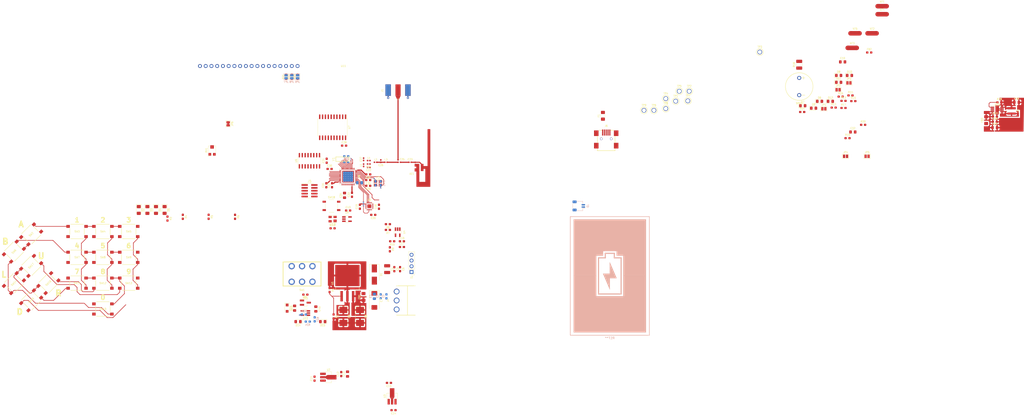
<source format=kicad_pcb>
(kicad_pcb (version 20171130) (host pcbnew "(5.1.5)-2")
  (title_block (title "Pandora CC2652R Development Board") (date 2020-02-13) (rev A) (company "California Institute of Technology") (comment 1 "Embedded Systems Design Laboratory") (comment 2 "EE 110b") (comment 3 "B.S. EE 2020") (comment 4 "Ray Sun"))
  (layers (0 F.Cu signal) (31 B.Cu signal) (34 B.Paste user) (35 F.Paste user) (36 B.SilkS user) (37 F.SilkS user) (38 B.Mask user) (39 F.Mask user) (44 Edge.Cuts user))
  (net 0 "")
  (net 1 GNDRF)
  (net 2 "Net-(AE1-Pad1)")
  (net 3 GND)
  (net 4 GNDSERVO)
  (net 5 VSERVO)
  (net 6 "Net-(C8-Pad1)")
  (net 7 "Net-(C9-Pad1)")
  (net 8 +5V)
  (net 9 +3V3)
  (net 10 GNDA)
  (net 11 +3.3VA)
  (net 12 "Net-(C20-Pad2)")
  (net 13 "Net-(C22-Pad2)")
  (net 14 "Net-(C23-Pad2)")
  (net 15 "Net-(C24-Pad1)")
  (net 16 /mcu/RF_P)
  (net 17 "Net-(C25-Pad1)")
  (net 18 "Net-(C26-Pad1)")
  (net 19 /mcu/RF_N)
  (net 20 /mcu/VMCUA)
  (net 21 "Net-(C37-Pad2)")
  (net 22 "Net-(C38-Pad2)")
  (net 23 "Net-(C39-Pad1)")
  (net 24 "Net-(C40-Pad2)")
  (net 25 "Net-(C41-Pad1)")
  (net 26 GNDBAT)
  (net 27 VCHG)
  (net 28 "Net-(C45-Pad1)")
  (net 29 /battery/VLV)
  (net 30 "Net-(C47-Pad1)")
  (net 31 "Net-(D2-Pad2)")
  (net 32 /keypad/KPD_OUT1)
  (net 33 "Net-(D3-Pad2)")
  (net 34 /keypad/KPD_OUT2)
  (net 35 "Net-(D4-Pad2)")
  (net 36 /keypad/KPD_OUT3)
  (net 37 "Net-(D5-Pad2)")
  (net 38 /keypad/KPD_OUT4)
  (net 39 "Net-(D6-Pad1)")
  (net 40 "Net-(D7-Pad1)")
  (net 41 "Net-(D8-Pad1)")
  (net 42 "Net-(D9-Pad1)")
  (net 43 "Net-(D10-Pad1)")
  (net 44 "Net-(D11-Pad1)")
  (net 45 "Net-(D12-Pad1)")
  (net 46 "Net-(D14-Pad1)")
  (net 47 "Net-(D15-Pad2)")
  (net 48 "Net-(F1-Pad1)")
  (net 49 VBOOST)
  (net 50 "Net-(C25-Pad3)")
  (net 51 /servo/FDBK)
  (net 52 /connectors/SERVO_PWM)
  (net 53 VBAT)
  (net 54 /connectors/JTAG_~RESET)
  (net 55 /connectors/JTAG_TDI)
  (net 56 /connectors/JTAG_TCK)
  (net 57 "Net-(J5-Pad7)")
  (net 58 "Net-(J5-Pad1)")
  (net 59 "Net-(J6-Pad4)")
  (net 60 "Net-(J6-Pad3)")
  (net 61 "Net-(J6-Pad2)")
  (net 62 /led_speaker/LEDA_DRV)
  (net 63 /connectors/LCD_OUT_BL_R)
  (net 64 /led_speaker/LEDB_DRV)
  (net 65 /connectors/LCD_OUT_BL_G)
  (net 66 /led_speaker/LEDC_DRV)
  (net 67 /connectors/LCD_OUT_BL_B)
  (net 68 /led_speaker/LED1)
  (net 69 /led_speaker/LED2)
  (net 70 "Net-(JP7-Pad1)")
  (net 71 "Net-(JP8-Pad1)")
  (net 72 "Net-(JP9-Pad1)")
  (net 73 /mcu/DCDC_SW)
  (net 74 "Net-(L6-Pad2)")
  (net 75 "Net-(R1-Pad2)")
  (net 76 /keypad/KPD_IN1)
  (net 77 /keypad/KPD_IN2)
  (net 78 /keypad/KPD_IN3)
  (net 79 /keypad/KPD_IN4)
  (net 80 /servo/VREF)
  (net 81 "Net-(R10-Pad2)")
  (net 82 /servo/AIN)
  (net 83 /led_speaker/LED1_DRV)
  (net 84 /led_speaker/LED2_DRV)
  (net 85 "Net-(R18-Pad1)")
  (net 86 "Net-(R20-Pad1)")
  (net 87 "Net-(R24-Pad2)")
  (net 88 "Net-(R26-Pad2)")
  (net 89 "Net-(R28-Pad1)")
  (net 90 /connectors/LCD_OUT_CNTR)
  (net 91 /led_speaker/SPK_DRV)
  (net 92 "Net-(SW18-Pad2)")
  (net 93 /imu/IMU_MOSI)
  (net 94 /imu/IMU_SCK)
  (net 95 /imu/IMU_~CS)
  (net 96 "Net-(U5-Pad21)")
  (net 97 "Net-(U5-Pad12)")
  (net 98 /imu/IMU_MISO)
  (net 99 "Net-(U5-Pad7)")
  (net 100 "Net-(U6-Pad10)")
  (net 101 "Net-(U6-Pad7)")
  (net 102 /led_speaker/SPEAKER)
  (net 103 /led_speaker/LCD_BL_B)
  (net 104 /led_speaker/LCD_BL_G)
  (net 105 /led_speaker/LCD_BL_R)
  (net 106 /lcd/LCD_DB0)
  (net 107 /lcd/LCD_DB1)
  (net 108 /lcd/LCD_DB2)
  (net 109 /lcd/LCD_DB3)
  (net 110 /lcd/LCD_DB4)
  (net 111 /lcd/LCD_DB5)
  (net 112 /lcd/LCD_DB6)
  (net 113 /lcd/LCD_DB7)
  (net 114 /connectors/LCD_OUT_DB7)
  (net 115 /connectors/LCD_OUT_DB6)
  (net 116 /connectors/LCD_OUT_DB5)
  (net 117 /connectors/LCD_OUT_DB4)
  (net 118 /connectors/LCD_OUT_DB3)
  (net 119 /connectors/LCD_OUT_DB2)
  (net 120 /connectors/LCD_OUT_DB1)
  (net 121 /connectors/LCD_OUT_DB0)
  (net 122 /connectors/LCD_OUT_RW)
  (net 123 /mcu/~RESET)
  (net 124 /lcd/LCD_E)
  (net 125 /connectors/LCD_OUT_RS)
  (net 126 /connectors/JTAG_TMS)
  (net 127 "Net-(U13-Pad3)")
  (net 128 "Net-(U13-Pad2)")
  (net 129 VIN)
  (net 130 GNDD)
  (net 131 VMCU)
  (net 132 GNDIN)
  (net 133 "Net-(SW1-Pad6)")
  (module pandora:NC26H_Mirrored (layer F.Cu) (at -39.683999 79.144001 90)
    (fp_text reference Y1 (at 0 -7.62 90) (layer F.SilkS))
    (fp_text value NC26_32.768k)
    (pad 2 thru_hole circle (at -0.3556 0 90) (size 0.4572 0.4572) (drill 0.3048) (layers *.Cu *.Mask) (net 23 "Net-(C39-Pad1)"))
    (pad 1 thru_hole circle (at 0.3556 0 90) (size 0.4572 0.4572) (drill 0.3048) (layers *.Cu *.Mask) (net 22 "Net-(C38-Pad2)"))
  )
  (module Capacitor_SMD:C_0603_1608Metric_Pad1.05x0.95mm_HandSolder (layer B.Cu) (at -26.475999 89.812001 90)
    (fp_text reference C41 (at 0 1.43 270) (layer B.SilkS) (effects (justify mirror)))
    (fp_text value 12pF)
    (pad 2 smd roundrect (at 0.875 0 90) (size 1.05 0.95) (layers B.Cu B.Paste B.Mask) (net 130 GNDD))
    (pad 1 smd roundrect (at -0.875 0 90) (size 1.05 0.95) (layers B.Cu B.Paste B.Mask) (net 25 "Net-(C41-Pad1)"))
  )
  (module Capacitor_SMD:C_0603_1608Metric_Pad1.05x0.95mm_HandSolder (layer B.Cu) (at -28.761999 89.812001 90)
    (fp_text reference C40 (at 0 1.43 270) (layer B.SilkS) (effects (justify mirror)))
    (fp_text value 12pF)
    (pad 2 smd roundrect (at 0.875 0 90) (size 1.05 0.95) (layers B.Cu B.Paste B.Mask) (net 24 "Net-(C40-Pad2)"))
    (pad 1 smd roundrect (at -0.875 0 90) (size 1.05 0.95) (layers B.Cu B.Paste B.Mask) (net 130 GNDD))
  )
  (module pandora:FA-238 (layer F.Cu) (at -27.686 89.812001)
    (fp_text reference Y2 (at 0 -2.45) (layer F.SilkS))
    (fp_text value FA-238_48M)
    (pad 4 smd rect (at -1.1 0.8 180) (size 1.4 1.2) (layers F.Cu F.Paste F.Mask) (net 130 GNDD))
    (pad 3 smd rect (at 1.1 0.8 180) (size 1.4 1.2) (layers F.Cu F.Paste F.Mask) (net 25 "Net-(C41-Pad1)"))
    (pad 2 smd rect (at 1.1 -0.8 180) (size 1.4 1.2) (layers F.Cu F.Paste F.Mask) (net 130 GNDD))
    (pad 1 smd rect (at -1.1 -0.8 180) (size 1.4 1.2) (layers F.Cu F.Paste F.Mask) (net 24 "Net-(C40-Pad2)"))
  )
  (module pandora:Texas_SWRU120D_InvF_2.4GHz_Left (layer F.Cu) (at -7.874 80.518 270)
    (fp_text reference AE1 (at 5.08 4.826 180) (layer F.SilkS) (effects (font (size 0.8128 0.762) (thickness 0.1524))))
    (fp_text value SWRU120D hide)
    (fp_poly (pts (xy -3.894617 -3.359916) (xy -4.357951 -3.359915) (xy -4.807719 -3.359912) (xy -5.244121 -3.359907) (xy -5.667362 -3.359901) (xy -6.077641 -3.359893) (xy -6.475162 -3.359883) (xy -6.860127 -3.35987) (xy -7.232736 -3.359855) (xy -7.593193 -3.359836) (xy -7.9417 -3.359815) (xy -8.278458 -3.359791) (xy -8.603669 -3.359763) (xy -8.917536 -3.359731) (xy -9.22026 -3.359695) (xy -9.512044 -3.359655) (xy -9.793089 -3.35961) (xy -10.063597 -3.359561) (xy -10.323772 -3.359507) (xy -10.573813 -3.359448) (xy -10.813924 -3.359383) (xy -11.044307 -3.359313) (xy -11.265163 -3.359237) (xy -11.476695 -3.359155) (xy -11.679104 -3.359066) (xy -11.872593 -3.358971) (xy -12.057364 -3.35887) (xy -12.233618 -3.358761) (xy -12.401557 -3.358645) (xy -12.561385 -3.358522) (xy -12.713302 -3.358391) (xy -12.85751 -3.358253) (xy -12.994213 -3.358106) (xy -13.12361 -3.357951) (xy -13.245906 -3.357787) (xy -13.361301 -3.357614) (xy -13.469998 -3.357433) (xy -13.572199 -3.357242) (xy -13.668106 -3.357042) (xy -13.75792 -3.356832) (xy -13.841844 -3.356612) (xy -13.92008 -3.356382) (xy -13.992829 -3.356141) (xy -14.060294 -3.35589) (xy -14.122678 -3.355628) (xy -14.180181 -3.355355) (xy -14.233005 -3.355071) (xy -14.281354 -3.354775) (xy -14.325428 -3.354468) (xy -14.365431 -3.354148) (xy -14.401563 -3.353816) (xy -14.434027 -3.353472) (xy -14.463025 -3.353115) (xy -14.488759 -3.352745) (xy -14.511431 -3.352362) (xy -14.531243 -3.351966) (xy -14.548396 -3.351556) (xy -14.563094 -3.351132) (xy -14.575538 -3.350694) (xy -14.585929 -3.350242) (xy -14.594471 -3.349776) (xy -14.601364 -3.349295) (xy -14.606812 -3.348798) (xy -14.611016 -3.348287) (xy -14.614177 -3.34776) (xy -14.616499 -3.347218) (xy -14.618183 -3.346659) (xy -14.619431 -3.346085) (xy -14.620375 -3.345538) (xy -14.629228 -3.34024) (xy -14.636935 -3.335371) (xy -14.643571 -3.329942) (xy -14.649211 -3.322963) (xy -14.653931 -3.313447) (xy -14.657805 -3.300403) (xy -14.66091 -3.282842) (xy -14.663321 -3.259777) (xy -14.665113 -3.230218) (xy -14.666362 -3.193175) (xy -14.667142 -3.147661) (xy -14.667529 -3.092686) (xy -14.667599 -3.027261) (xy -14.667426 -2.950397) (xy -14.667087 -2.861105) (xy -14.666657 -2.758397) (xy -14.666579 -2.739193) (xy -14.664383 -2.194971) (xy -14.646163 -2.175473) (xy -14.627749 -2.15888) (xy -14.608635 -2.145931) (xy -14.60826 -2.145735) (xy -14.605744 -2.145205) (xy -14.600105 -2.144694) (xy -14.591105 -2.1442) (xy -14.578504 -2.143724) (xy -14.562063 -2.143265) (xy -14.541544 -2.142823) (xy -14.516705 -2.142397) (xy -14.48731 -2.141988) (xy -14.453118 -2.141595) (xy -14.41389 -2.141217) (xy -14.369387 -2.140854) (xy -14.31937 -2.140507) (xy -14.2636 -2.140175) (xy -14.201836 -2.139856) (xy -14.133841 -2.139553) (xy -14.059376 -2.139262) (xy -13.978199 -2.138986) (xy -13.890074 -2.138723) (xy -13.79476 -2.138472) (xy -13.692018 -2.138235) (xy -13.581609 -2.138009) (xy -13.463294 -2.137796) (xy -13.336834 -2.137594) (xy -13.201989 -2.137404) (xy -13.058521 -2.137225) (xy -12.906189 -2.137057) (xy -12.744755 -2.1369) (xy -12.57398 -2.136752) (xy -12.393625 -2.136615) (xy -12.20345 -2.136487) (xy -12.003215 -2.136369) (xy -11.792683 -2.13626) (xy -11.571613 -2.136159) (xy -11.339767 -2.136067) (xy -11.096906 -2.135983) (xy -10.842789 -2.135907) (xy -10.577178 -2.135838) (xy -10.299834 -2.135777) (xy -10.010517 -2.135723) (xy -9.708989 -2.135675) (xy -9.39501 -2.135634) (xy -9.068341 -2.135598) (xy -8.728743 -2.135569) (xy -8.375976 -2.135544) (xy -8.009801 -2.135525) (xy -7.62998 -2.135511) (xy -7.236273 -2.135502) (xy -6.82844 -2.135496) (xy -6.454387 -2.135495) (xy 1.679806 -2.135495) (xy 1.679806 -0.350262) (xy 0.765114 -0.346198) (xy 0.741317 -0.329224) (xy 0.730667 -0.321522) (xy 0.721825 -0.314073) (xy 0.714625 -0.305518) (xy 0.708897 -0.294497) (xy 0.704472 -0.279651) (xy 0.701184 -0.259621) (xy 0.698863 -0.233046) (xy 0.697341 -0.198568) (xy 0.696449 -0.154827) (xy 0.69602 -0.100463) (xy 0.695884 -0.034118) (xy 0.695875 0.037712) (xy 0.695875 0.345818) (xy 0.25278 0.790599) (xy 0.170319 0.873468) (xy 0.097687 0.946674) (xy 0.034334 1.010791) (xy -0.02029 1.066393) (xy -0.066734 1.114053) (xy -0.105548 1.154345) (xy -0.13728 1.187843) (xy -0.162482 1.21512) (xy -0.181701 1.236749) (xy -0.195488 1.253306) (xy -0.204393 1.265362) (xy -0.20821 1.271822) (xy -0.226105 1.308264) (xy -0.229935 3.498422) (xy 0.229419 3.498422) (xy 0.229419 1.468544) (xy 0.537384 1.160642) (xy 0.84535 0.852741) (xy 2.328503 0.852729) (xy 2.501833 0.852723) (xy 2.661184 0.852704) (xy 2.807152 0.852666) (xy 2.940335 0.852605) (xy 3.06133 0.852516) (xy 3.170734 0.852394) (xy 3.269145 0.852233) (xy 3.35716 0.852029) (xy 3.435376 0.851777) (xy 3.50439 0.851471) (xy 3.564799 0.851106) (xy 3.617201 0.850678) (xy 3.662193 0.850181) (xy 3.700371 0.84961) (xy 3.732335 0.848961) (xy 3.758679 0.848227) (xy 3.780002 0.847405) (xy 3.796902 0.846489) (xy 3.809974 0.845474) (xy 3.819817 0.844355) (xy 3.827027 0.843127) (xy 3.832202 0.841785) (xy 3.835939 0.840323) (xy 3.836648 0.839975) (xy 3.857995 0.82554) (xy 3.875862 0.807814) (xy 3.876734 0.806657) (xy 3.879609 0.802475) (xy 3.882098 0.797635) (xy 3.884234 0.791105) (xy 3.886048 0.781858) (xy 3.887573 0.768862) (xy 3.88884 0.751088) (xy 3.889882 0.727505) (xy 3.89073 0.697085) (xy 3.891418 0.658797) (xy 3.891976 0.611612) (xy 3.892437 0.554498) (xy 3.892833 0.486428) (xy 3.893197 0.40637) (xy 3.893559 0.313294) (xy 3.893756 0.260029) (xy 3.89416 0.156155) (xy 3.894498 0.065858) (xy 3.894672 -0.011862) (xy 3.894587 -0.078005) (xy 3.894147 -0.13357) (xy 3.893257 -0.179558) (xy 3.89182 -0.216968) (xy 3.889741 -0.2468) (xy 3.886924 -0.270054) (xy 3.883274 -0.28773) (xy 3.878694 -0.300827) (xy 3.873089 -0.310346) (xy 3.866363 -0.317286) (xy 3.85842 -0.322647) (xy 3.849165 -0.327429) (xy 3.838501 -0.332632) (xy 3.836904 -0.333443) (xy 3.804924 -0.349842) (xy 2.911542 -0.349842) (xy 2.911542 -1.144275) (xy 8.662112 -1.144275) (xy 8.66027 0.176743) (xy 8.658429 1.497762) (xy 4.711451 1.501406) (xy 4.424618 1.501672) (xy 4.152 1.501929) (xy 3.893234 1.502177) (xy 3.647956 1.502418) (xy 3.415805 1.502654) (xy 3.196417 1.502886) (xy 2.989431 1.503117) (xy 2.794483 1.503346) (xy 2.611212 1.503577) (xy 2.439253 1.50381) (xy 2.278246 1.504047) (xy 2.127826 1.50429) (xy 1.987633 1.50454) (xy 1.857302 1.504798) (xy 1.736471 1.505066) (xy 1.624779 1.505347) (xy 1.521861 1.50564) (xy 1.427357 1.505948) (xy 1.340902 1.506272) (xy 1.262135 1.506615) (xy 1.190692 1.506976) (xy 1.126212 1.507359) (xy 1.068331 1.507764) (xy 1.016688 1.508193) (xy 0.970919 1.508647) (xy 0.930661 1.509128) (xy 0.895553 1.509638) (xy 0.865232 1.510179) (xy 0.839335 1.51075) (xy 0.817499 1.511355) (xy 0.799362 1.511995) (xy 0.784561 1.512671) (xy 0.772734 1.513384) (xy 0.763518 1.514137) (xy 0.75655 1.514931) (xy 0.751469 1.515767) (xy 0.74791 1.516648) (xy 0.745513 1.517573) (xy 0.744403 1.518201) (xy 0.726467 1.533895) (xy 0.710658 1.553792) (xy 0.710131 1.554643) (xy 0.708093 1.558277) (xy 0.706259 1.562647) (xy 0.70462 1.568504) (xy 0.703164 1.576599) (xy 0.70188 1.587684) (xy 0.700757 1.602508) (xy 0.699785 1.621823) (xy 0.698953 1.64638) (xy 0.698249 1.676931) (xy 0.697663 1.714225) (xy 0.697184 1.759015) (xy 0.696802 1.812051) (xy 0.696505 1.874085) (xy 0.696282 1.945866) (xy 0.696123 2.028147) (xy 0.696016 2.121678) (xy 0.695952 2.22721) (xy 0.695918 2.345495) (xy 0.695904 2.477283) (xy 0.695902 2.538178) (xy 0.695875 3.498422) (xy 1.898457 3.498422) (xy 1.898457 2.857045) (xy 2.692891 2.857045) (xy 2.692891 3.498422) (xy 4.048529 3.498422) (xy 4.048529 2.829955) (xy 4.535028 2.825254) (xy 4.577672 2.824875) (xy 4.634283 2.824427) (xy 4.704255 2.823912) (xy 4.786977 2.823334) (xy 4.881843 2.822697) (xy 4.988244 2.822005) (xy 5.10557 2.82126) (xy 5.233215 2.820467) (xy 5.37057 2.819629) (xy 5.517025 2.818749) (xy 5.671973 2.817832) (xy 5.834806 2.81688) (xy 6.004915 2.815898) (xy 6.181691 2.814888) (xy 6.364526 2.813855) (xy 6.552813 2.812802) (xy 6.745942 2.811733) (xy 6.943305 2.81065) (xy 7.144294 2.809559) (xy 7.3483 2.808461) (xy 7.554716 2.807361) (xy 7.762931 2.806263) (xy 7.896793 2.805563) (xy 8.100849 2.80449) (xy 8.301256 2.803419) (xy 8.497518 2.802352) (xy 8.689141 2.801293) (xy 8.875629 2.800245) (xy 9.056487 2.799211) (xy 9.231219 2.798195) (xy 9.399331 2.797199) (xy 9.560326 2.796227) (xy 9.71371 2.795282) (xy 9.858986 2.794368) (xy 9.995661 2.793486) (xy 10.123238 2.792642) (xy 10.241223 2.791837) (xy 10.349119 2.791075) (xy 10.446432 2.790359) (xy 10.532666 2.789693) (xy 10.607326 2.789079) (xy 10.669917 2.788521) (xy 10.719943 2.788022) (xy 10.75691 2.787585) (xy 10.780321 2.787213) (xy 10.789681 2.78691) (xy 10.789787 2.786894) (xy 10.80514 2.779695) (xy 10.824435 2.76547) (xy 10.834618 2.756114) (xy 10.852032 2.736049) (xy 10.861478 2.716076) (xy 10.866407 2.689169) (xy 10.86673 2.679154) (xy 10.867036 2.655055) (xy 10.867326 2.617363) (xy 10.867599 2.566572) (xy 10.867854 2.503174) (xy 10.868092 2.42766) (xy 10.868312 2.340524) (xy 10.868513 2.242258) (xy 10.868695 2.133355) (xy 10.868857 2.014306) (xy 10.869 1.885604) (xy 10.869122 1.747741) (xy 10.869224 1.60121) (xy 10.869304 1.446503) (xy 10.869363 1.284112) (xy 10.8694 1.114531) (xy 10.869415 0.93825) (xy 10.869407 0.755763) (xy 10.869376 0.567562) (xy 10.869321 0.37414) (xy 10.869242 0.175988) (xy 10.869138 -0.026401) (xy 10.86901 -0.232534) (xy 10.868951 -0.317044) (xy 10.86877 -0.564805) (xy 10.868595 -0.798408) (xy 10.868422 -1.018273) (xy 10.868251 -1.22482) (xy 10.868079 -1.418467) (xy 10.867904 -1.599636) (xy 10.867723 -1.768744) (xy 10.867535 -1.926211) (xy 10.867337 -2.072457) (xy 10.867128 -2.207901) (xy 10.866905 -2.332963) (xy 10.866666 -2.448062) (xy 10.866408 -2.553618) (xy 10.866131 -2.650049) (xy 10.86583 -2.737776) (xy 10.865506 -2.817218) (xy 10.865154 -2.888793) (xy 10.864774 -2.952923) (xy 10.864363 -3.010026) (xy 10.863919 -3.060521) (xy 10.863439 -3.104828) (xy 10.862922 -3.143367) (xy 10.862366 -3.176556) (xy 10.861767 -3.204816) (xy 10.861125 -3.228566) (xy 10.860437 -3.248225) (xy 10.859701 -3.264212) (xy 10.858915 -3.276948) (xy 10.858076 -3.286851) (xy 10.857183 -3.29434) (xy 10.856233 -3.299837) (xy 10.855225 -3.303759) (xy 10.854155 -3.306526) (xy 10.853699 -3.307424) (xy 10.837903 -3.328227) (xy 10.817875 -3.345278) (xy 10.817257 -3.345661) (xy 10.8162 -3.346243) (xy 10.814831 -3.346809) (xy 10.812948 -3.34736) (xy 10.81035 -3.347894) (xy 10.806833 -3.348413) (xy 10.802197 -3.348918) (xy 10.796239 -3.349407) (xy 10.788757 -3.349881) (xy 10.779549 -3.350341) (xy 10.768414 -3.350786) (xy 10.755148 -3.351218) (xy 10.739551 -3.351635) (xy 10.72142 -3.352039) (xy 10.700553 -3.35243) (xy 10.676749 -3.352807) (xy 10.649804 -3.353172) (xy 10.619518 -3.353523) (xy 10.585688 -3.353863) (xy 10.548112 -3.35419) (xy 10.506588 -3.354505) (xy 10.460915 -3.354808) (xy 10.41089 -3.355099) (xy 10.356311 -3.35538) (xy 10.296976 -3.355649) (xy 10.232683 -3.355907) (xy 10.163231 -3.356154) (xy 10.088417 -3.356392) (xy 10.008039 -3.356618) (xy 9.921896 -3.356835) (xy 9.829784 -3.357042) (xy 9.731503 -3.35724) (xy 9.626851 -3.357428) (xy 9.515624 -3.357607) (xy 9.397622 -3.357777) (xy 9.272642 -3.357939) (xy 9.140482 -3.358092) (xy 9.000941 -3.358237) (xy 8.853816 -3.358374) (xy 8.698905 -3.358504) (xy 8.536006 -3.358626) (xy 8.364918 -3.35874) (xy 8.185438 -3.358848) (xy 7.997364 -3.358948) (xy 7.800495 -3.359042) (xy 7.594628 -3.35913) (xy 7.379561 -3.359212) (xy 7.155093 -3.359287) (xy 6.921021 -3.359357) (xy 6.677143 -3.359422) (xy 6.423258 -3.359481) (xy 6.159163 -3.359535) (xy 5.884656 -3.359584) (xy 5.599535 -3.359629) (xy 5.303599 -3.35967) (xy 4.996646 -3.359706) (xy 4.678472 -3.359739) (xy 4.348877 -3.359768) (xy 4.007659 -3.359793) (xy 3.654615 -3.359815) (xy 3.289543 -3.359834) (xy 2.912241 -3.359851) (xy 2.522508 -3.359865) (xy 2.120141 -3.359877) (xy 1.704939 -3.359886) (xy 1.276699 -3.359894) (xy 0.83522 -3.3599) (xy 0.380299 -3.359905) (xy -0.088266 -3.359908) (xy -0.570676 -3.359911) (xy -1.067134 -3.359913) (xy -1.577842 -3.359914) (xy -1.901572 -3.359915) (xy -2.421193 -3.359916) (xy -2.92644 -3.359917) (xy -3.417514 -3.359917) (xy -3.894617 -3.359916)) (layer F.Cu) (width 0.01))
    (pad 2 connect rect (at 3.3706 3.31 270) (size 1.3655 0.45) (layers F.Cu) (net 1 GNDRF))
    (pad 2 connect rect (at 1.2968 3.31 270) (size 1.212 0.45) (layers F.Cu) (net 1 GNDRF))
    (pad 1 connect rect (at 0 3.31 270) (size 0.4688 0.45) (layers F.Cu) (net 2 "Net-(AE1-Pad1)"))
  )
  (module Package_SO:SOIC-20W_7.5x12.8mm_P1.27mm (layer F.Cu) (at -47.752 65.024 270)
    (fp_text reference U7 (at 0 -7.35 90) (layer F.SilkS) (effects (font (size 0.8128 0.762))))
    (fp_text value 74LCX245)
    (pad 1 smd roundrect (at -4.65 -5.715 270) (size 2.05 0.6) (layers F.Cu F.Paste F.Mask) (net 122 /connectors/LCD_OUT_RW))
    (pad 2 smd roundrect (at -4.65 -4.445 270) (size 2.05 0.6) (layers F.Cu F.Paste F.Mask) (net 121 /connectors/LCD_OUT_DB0))
    (pad 3 smd roundrect (at -4.65 -3.175 270) (size 2.05 0.6) (layers F.Cu F.Paste F.Mask) (net 120 /connectors/LCD_OUT_DB1))
    (pad 4 smd roundrect (at -4.65 -1.905 270) (size 2.05 0.6) (layers F.Cu F.Paste F.Mask) (net 119 /connectors/LCD_OUT_DB2))
    (pad 5 smd roundrect (at -4.65 -0.635 270) (size 2.05 0.6) (layers F.Cu F.Paste F.Mask) (net 118 /connectors/LCD_OUT_DB3))
    (pad 6 smd roundrect (at -4.65 0.635 270) (size 2.05 0.6) (layers F.Cu F.Paste F.Mask) (net 117 /connectors/LCD_OUT_DB4))
    (pad 7 smd roundrect (at -4.65 1.905 270) (size 2.05 0.6) (layers F.Cu F.Paste F.Mask) (net 116 /connectors/LCD_OUT_DB5))
    (pad 8 smd roundrect (at -4.65 3.175 270) (size 2.05 0.6) (layers F.Cu F.Paste F.Mask) (net 115 /connectors/LCD_OUT_DB6))
    (pad 9 smd roundrect (at -4.65 4.445 270) (size 2.05 0.6) (layers F.Cu F.Paste F.Mask) (net 114 /connectors/LCD_OUT_DB7))
    (pad 10 smd roundrect (at -4.65 5.715 270) (size 2.05 0.6) (layers F.Cu F.Paste F.Mask) (net 130 GNDD))
    (pad 11 smd roundrect (at 4.65 5.715 270) (size 2.05 0.6) (layers F.Cu F.Paste F.Mask) (net 113 /lcd/LCD_DB7))
    (pad 12 smd roundrect (at 4.65 4.445 270) (size 2.05 0.6) (layers F.Cu F.Paste F.Mask) (net 112 /lcd/LCD_DB6))
    (pad 13 smd roundrect (at 4.65 3.175 270) (size 2.05 0.6) (layers F.Cu F.Paste F.Mask) (net 111 /lcd/LCD_DB5))
    (pad 14 smd roundrect (at 4.65 1.905 270) (size 2.05 0.6) (layers F.Cu F.Paste F.Mask) (net 110 /lcd/LCD_DB4))
    (pad 15 smd roundrect (at 4.65 0.635 270) (size 2.05 0.6) (layers F.Cu F.Paste F.Mask) (net 109 /lcd/LCD_DB3))
    (pad 16 smd roundrect (at 4.65 -0.635 270) (size 2.05 0.6) (layers F.Cu F.Paste F.Mask) (net 108 /lcd/LCD_DB2))
    (pad 17 smd roundrect (at 4.65 -1.905 270) (size 2.05 0.6) (layers F.Cu F.Paste F.Mask) (net 107 /lcd/LCD_DB1))
    (pad 18 smd roundrect (at 4.65 -3.175 270) (size 2.05 0.6) (layers F.Cu F.Paste F.Mask) (net 106 /lcd/LCD_DB0))
    (pad 19 smd roundrect (at 4.65 -4.445 270) (size 2.05 0.6) (layers F.Cu F.Paste F.Mask) (net 130 GNDD))
    (pad 20 smd roundrect (at 4.65 -5.715 270) (size 2.05 0.6) (layers F.Cu F.Paste F.Mask) (net 9 +3V3))
  )
  (module Package_TO_SOT_SMD:SOT-143 (layer F.Cu) (at -47.752 105.664 180)
    (fp_text reference U10 (at 0.02 -2.38) (layer F.SilkS))
    (fp_text value ADM811ZARTZ)
    (pad 4 smd rect (at 1.1 -0.95 90) (size 1 1.4) (layers F.Cu F.Paste F.Mask) (net 131 VMCU))
    (pad 3 smd rect (at 1.1 0.95 90) (size 1 1.4) (layers F.Cu F.Paste F.Mask) (net 92 "Net-(SW18-Pad2)"))
    (pad 2 smd rect (at -1.1 0.95 90) (size 1 1.4) (layers F.Cu F.Paste F.Mask) (net 86 "Net-(R20-Pad1)"))
    (pad 1 smd rect (at -1.1 -0.77 90) (size 1.2 1.4) (layers F.Cu F.Paste F.Mask) (net 130 GNDD))
  )
  (module pandora:PinHeader_2x05_P1.27mm_Vertical_SMD_Long (layer F.Cu) (at -57.971999 93.114001)
    (fp_text reference J5 (at 0 -4.235) (layer F.SilkS))
    (fp_text value Conn_ARM_JTAG_SWD_10)
    (pad 10 smd rect (at 2.15 2.54) (size 2.8 0.74) (layers F.Cu F.Paste F.Mask) (net 54 /connectors/JTAG_~RESET))
    (pad 8 smd rect (at 2.15 1.27) (size 2.8 0.74) (layers F.Cu F.Paste F.Mask) (net 55 /connectors/JTAG_TDI))
    (pad 6 smd rect (at 2.15 0) (size 2.8 0.74) (layers F.Cu F.Paste F.Mask) (net 55 /connectors/JTAG_TDI))
    (pad 4 smd rect (at 2.15 -1.27) (size 2.8 0.74) (layers F.Cu F.Paste F.Mask) (net 56 /connectors/JTAG_TCK))
    (pad 9 smd rect (at -2.15 2.54) (size 2.8 0.74) (layers F.Cu F.Paste F.Mask) (net 130 GNDD))
    (pad 7 smd rect (at -2.15 1.27) (size 2.8 0.74) (layers F.Cu F.Paste F.Mask) (net 57 "Net-(J5-Pad7)"))
    (pad 5 smd rect (at -2.15 0) (size 2.8 0.74) (layers F.Cu F.Paste F.Mask) (net 130 GNDD))
    (pad 3 smd rect (at -2.15 -1.27) (size 2.8 0.74) (layers F.Cu F.Paste F.Mask) (net 130 GNDD))
    (pad 2 smd rect (at 2.15 -2.54) (size 2.8 0.74) (layers F.Cu F.Paste F.Mask) (net 126 /connectors/JTAG_TMS))
    (pad 1 smd rect (at -2.15 -2.54) (size 2.8 0.74) (layers F.Cu F.Paste F.Mask) (net 58 "Net-(J5-Pad1)"))
  )
  (module pandora:0402_Branch_HandSoldering (layer F.Cu) (at -18.796 80.518)
    (fp_text reference C25 (at 1.778 -1.27 180) (layer F.SilkS) (effects (font (size 0.8128 0.762) (thickness 0.1524))))
    (fp_text value 12pF)
    (pad 3 smd roundrect (at 0 -1.0668) (size 0.64 0.64) (layers F.Cu F.Paste F.Mask) (net 50 "Net-(C25-Pad3)"))
    (pad 1 smd roundrect (at 0 0) (size 0.64 0.64) (layers F.Cu F.Paste F.Mask) (net 17 "Net-(C25-Pad1)"))
    (pad 2 smd roundrect (at 1.0668 0) (size 0.64 0.64) (layers F.Cu F.Paste F.Mask) (net 14 "Net-(C23-Pad2)"))
  )
  (module MountingHole:MountingHole_3.2mm_M3 (layer F.Cu) (at -111.819999 151.788001)
    (fp_text reference H6 hide)
    (fp_text value M3)
    (pad 1 np_thru_hole circle (at 0 0) (size 3.2 3.2) (drill 3.2) (layers *.Cu *.Mask))
  )
  (module MountingHole:MountingHole_3.2mm_M3 (layer F.Cu) (at -130.556 151.638)
    (fp_text reference H5 hide)
    (fp_text value M3)
    (pad 1 np_thru_hole circle (at 0 0) (size 3.2 3.2) (drill 3.2) (layers *.Cu *.Mask))
  )
  (module Inductor_SMD:L_Wuerth_MAPI-4020 (layer F.Cu) (at 252.73 57.785 270)
    (fp_text reference L6 (at 0 -2.85 90) (layer F.SilkS) (effects (font (size 0.8128 0.762))))
    (fp_text value 4.7uH)
    (pad 1 smd rect (at -1.185 0 270) (size 0.98 3.7) (layers F.Cu F.Paste F.Mask) (net 29 /battery/VLV))
    (pad 2 smd rect (at 1.185 0 270) (size 0.98 3.7) (layers F.Cu F.Paste F.Mask) (net 74 "Net-(L6-Pad2)"))
  )
  (module pandora:Bat_52x34.5mm_Zone_Fancy_Filled (layer B.Cu) (at 74.93 130.81 180)
    (fp_text reference REF** (at 0 -27.5) (layer B.SilkS) (effects (justify mirror)))
    (fp_text value Li-ion_52x34.5mm_Fancy_Filled)
  )
  (module Package_SO:MSOP-8_3x3mm_P0.65mm (layer F.Cu) (at 246.38 57.15)
    (fp_text reference U13 (at 0 -2.45) (layer F.SilkS) (effects (font (size 0.8128 0.762))))
    (fp_text value MCP1642D-50)
    (pad 1 smd roundrect (at -2.1125 -0.975) (size 1.625 0.5) (layers F.Cu F.Paste F.Mask) (net 89 "Net-(R28-Pad1)"))
    (pad 2 smd roundrect (at -2.1125 -0.325) (size 1.625 0.5) (layers F.Cu F.Paste F.Mask) (net 128 "Net-(U13-Pad2)"))
    (pad 3 smd roundrect (at -2.1125 0.325) (size 1.625 0.5) (layers F.Cu F.Paste F.Mask) (net 127 "Net-(U13-Pad3)"))
    (pad 4 smd roundrect (at -2.1125 0.975) (size 1.625 0.5) (layers F.Cu F.Paste F.Mask) (net 30 "Net-(C47-Pad1)"))
    (pad 5 smd roundrect (at 2.1125 0.975) (size 1.625 0.5) (layers F.Cu F.Paste F.Mask) (net 74 "Net-(L6-Pad2)"))
    (pad 6 smd roundrect (at 2.1125 0.325) (size 1.625 0.5) (layers F.Cu F.Paste F.Mask) (net 26 GNDBAT))
    (pad 7 smd roundrect (at 2.1125 -0.325) (size 1.625 0.5) (layers F.Cu F.Paste F.Mask) (net 26 GNDBAT))
    (pad 8 smd roundrect (at 2.1125 -0.975) (size 1.625 0.5) (layers F.Cu F.Paste F.Mask) (net 29 /battery/VLV))
  )
  (module Package_TO_SOT_SMD:SOT-23-5_HandSoldering (layer F.Cu) (at -59.809998 147.239002 180)
    (fp_text reference U12 (at 0 -2.413) (layer F.SilkS) (effects (font (size 0.8128 0.762))))
    (fp_text value MCP73831-2-OT)
    (pad 1 smd rect (at -1.35 -0.95 180) (size 1.56 0.65) (layers F.Cu F.Paste F.Mask) (net 87 "Net-(R24-Pad2)"))
    (pad 2 smd rect (at -1.35 0 180) (size 1.56 0.65) (layers F.Cu F.Paste F.Mask) (net 26 GNDBAT))
    (pad 3 smd rect (at -1.35 0.95 180) (size 1.56 0.65) (layers F.Cu F.Paste F.Mask) (net 28 "Net-(C45-Pad1)"))
    (pad 4 smd rect (at 1.35 0.95 180) (size 1.56 0.65) (layers F.Cu F.Paste F.Mask) (net 27 VCHG))
    (pad 5 smd rect (at 1.35 -0.95 180) (size 1.56 0.65) (layers F.Cu F.Paste F.Mask) (net 88 "Net-(R26-Pad2)"))
  )
  (module pandora:LCD_Adafruit_16x02_Neg_RGB (layer F.Cu) (at -106.453999 37.914001)
    (fp_text reference U11 (at 63.5 0) (layer F.SilkS) (effects (font (size 0.8128 0.762))))
    (fp_text value LCD_Adafruit_16x02_Neg_RGB)
    (pad 1 thru_hole circle (at 0 0) (size 1.699748 1.699748) (drill 1) (layers *.Cu *.Mask) (net 130 GNDD))
    (pad 2 thru_hole circle (at 2.54 0) (size 1.699748 1.699748) (drill 1) (layers *.Cu *.Mask) (net 8 +5V))
    (pad 3 thru_hole circle (at 5.08 0) (size 1.699748 1.699748) (drill 1) (layers *.Cu *.Mask) (net 90 /connectors/LCD_OUT_CNTR))
    (pad 4 thru_hole circle (at 7.62 0) (size 1.699748 1.699748) (drill 1) (layers *.Cu *.Mask) (net 125 /connectors/LCD_OUT_RS))
    (pad 5 thru_hole circle (at 10.16 0) (size 1.699748 1.699748) (drill 1) (layers *.Cu *.Mask) (net 122 /connectors/LCD_OUT_RW))
    (pad 6 thru_hole circle (at 12.7 0) (size 1.699748 1.699748) (drill 1) (layers *.Cu *.Mask) (net 124 /lcd/LCD_E))
    (pad 7 thru_hole circle (at 15.24 0) (size 1.699748 1.699748) (drill 1) (layers *.Cu *.Mask) (net 121 /connectors/LCD_OUT_DB0))
    (pad 8 thru_hole circle (at 17.78 0) (size 1.699748 1.699748) (drill 1) (layers *.Cu *.Mask) (net 120 /connectors/LCD_OUT_DB1))
    (pad 9 thru_hole circle (at 20.32 0) (size 1.699748 1.699748) (drill 1) (layers *.Cu *.Mask) (net 119 /connectors/LCD_OUT_DB2))
    (pad 10 thru_hole circle (at 22.86 0) (size 1.699748 1.699748) (drill 1) (layers *.Cu *.Mask) (net 118 /connectors/LCD_OUT_DB3))
    (pad 11 thru_hole circle (at 25.4 0) (size 1.699748 1.699748) (drill 1) (layers *.Cu *.Mask) (net 117 /connectors/LCD_OUT_DB4))
    (pad 12 thru_hole circle (at 27.94 0) (size 1.699748 1.699748) (drill 1) (layers *.Cu *.Mask) (net 116 /connectors/LCD_OUT_DB5))
    (pad 13 thru_hole circle (at 30.48 0) (size 1.699748 1.699748) (drill 1) (layers *.Cu *.Mask) (net 115 /connectors/LCD_OUT_DB6))
    (pad 14 thru_hole circle (at 33.02 0) (size 1.699748 1.699748) (drill 1) (layers *.Cu *.Mask) (net 114 /connectors/LCD_OUT_DB7))
    (pad 15 thru_hole circle (at 35.56 0) (size 1.699748 1.699748) (drill 1) (layers *.Cu *.Mask) (net 8 +5V))
    (pad 16 thru_hole circle (at 38.1 0) (size 1.699748 1.699748) (drill 1) (layers *.Cu *.Mask) (net 70 "Net-(JP7-Pad1)"))
    (pad 17 thru_hole circle (at 40.64 0) (size 1.699748 1.699748) (drill 1) (layers *.Cu *.Mask) (net 71 "Net-(JP8-Pad1)"))
    (pad 18 thru_hole circle (at 43.18 0) (size 1.699748 1.699748) (drill 1) (layers *.Cu *.Mask) (net 72 "Net-(JP9-Pad1)"))
    (pad "" np_thru_hole circle (at -5.5 0.5) (size 3.2 3.2) (drill 3.2) (layers *.Cu *.Mask))
    (pad "" np_thru_hole circle (at -5.5 31.5) (size 3.2 3.2) (drill 3.2) (layers *.Cu *.Mask))
    (pad "" np_thru_hole circle (at 69.5 0.5) (size 3.2 3.2) (drill 3.2) (layers *.Cu *.Mask))
    (pad "" np_thru_hole circle (at 69.5 31.5) (size 3.2 3.2) (drill 3.2) (layers *.Cu *.Mask))
  )
  (module Package_TO_SOT_SMD:SOT-23-5_HandSoldering (layer F.Cu) (at -41.402 105.664)
    (fp_text reference U9 (at 0 -2.9) (layer F.SilkS) (effects (font (size 0.8128 0.762))))
    (fp_text value 74LVC1G08)
    (pad 1 smd rect (at -1.35 -0.95) (size 1.56 0.65) (layers F.Cu F.Paste F.Mask) (net 54 /connectors/JTAG_~RESET))
    (pad 2 smd rect (at -1.35 0) (size 1.56 0.65) (layers F.Cu F.Paste F.Mask) (net 86 "Net-(R20-Pad1)"))
    (pad 3 smd rect (at -1.35 0.95) (size 1.56 0.65) (layers F.Cu F.Paste F.Mask) (net 130 GNDD))
    (pad 4 smd rect (at 1.35 0.95) (size 1.56 0.65) (layers F.Cu F.Paste F.Mask) (net 123 /mcu/~RESET))
    (pad 5 smd rect (at 1.35 -0.95) (size 1.56 0.65) (layers F.Cu F.Paste F.Mask) (net 131 VMCU))
  )
  (module pandora:Texas_RGZ0048A (layer F.Cu) (at -40.894 86.868 270)
    (fp_text reference U8 (at 0 -4.82 90) (layer F.SilkS) (effects (font (size 0.8128 0.762))))
    (fp_text value CC2652R)
    (pad 49 smd rect (at 0 0 270) (size 5.15 5.15) (layers F.Cu F.Mask) (net 130 GNDD))
    (pad 49 thru_hole circle (at -2 -2 270) (size 0.5 0.5) (drill 0.2) (layers *.Cu) (net 130 GNDD))
    (pad 49 thru_hole circle (at -1 -2 270) (size 0.5 0.5) (drill 0.2) (layers *.Cu) (net 130 GNDD))
    (pad 49 thru_hole circle (at 0 -2 270) (size 0.5 0.5) (drill 0.2) (layers *.Cu) (net 130 GNDD))
    (pad 49 thru_hole circle (at 1 -2 270) (size 0.5 0.5) (drill 0.2) (layers *.Cu) (net 130 GNDD))
    (pad 49 thru_hole circle (at 2 -2 270) (size 0.5 0.5) (drill 0.2) (layers *.Cu) (net 130 GNDD))
    (pad 49 thru_hole circle (at -2 -1 270) (size 0.5 0.5) (drill 0.2) (layers *.Cu) (net 130 GNDD))
    (pad 49 thru_hole circle (at -1 -1 270) (size 0.5 0.5) (drill 0.2) (layers *.Cu) (net 130 GNDD))
    (pad 49 thru_hole circle (at 0 -1 270) (size 0.5 0.5) (drill 0.2) (layers *.Cu) (net 130 GNDD))
    (pad 49 thru_hole circle (at 1 -1 270) (size 0.5 0.5) (drill 0.2) (layers *.Cu) (net 130 GNDD))
    (pad 49 thru_hole circle (at 2 -1 270) (size 0.5 0.5) (drill 0.2) (layers *.Cu) (net 130 GNDD))
    (pad 49 thru_hole circle (at -2 0 270) (size 0.5 0.5) (drill 0.2) (layers *.Cu) (net 130 GNDD))
    (pad 49 thru_hole circle (at -1 0 270) (size 0.5 0.5) (drill 0.2) (layers *.Cu) (net 130 GNDD))
    (pad 49 thru_hole circle (at 0 0 270) (size 0.5 0.5) (drill 0.2) (layers *.Cu) (net 130 GNDD))
    (pad 49 thru_hole circle (at 1 0 270) (size 0.5 0.5) (drill 0.2) (layers *.Cu) (net 130 GNDD))
    (pad 49 thru_hole circle (at 2 0 270) (size 0.5 0.5) (drill 0.2) (layers *.Cu) (net 130 GNDD))
    (pad 49 thru_hole circle (at -2 1 270) (size 0.5 0.5) (drill 0.2) (layers *.Cu) (net 130 GNDD))
    (pad 49 thru_hole circle (at -1 1 270) (size 0.5 0.5) (drill 0.2) (layers *.Cu) (net 130 GNDD))
    (pad 49 thru_hole circle (at 0 1 270) (size 0.5 0.5) (drill 0.2) (layers *.Cu) (net 130 GNDD))
    (pad 49 thru_hole circle (at 1 1 270) (size 0.5 0.5) (drill 0.2) (layers *.Cu) (net 130 GNDD))
    (pad 49 thru_hole circle (at 2 1 270) (size 0.5 0.5) (drill 0.2) (layers *.Cu) (net 130 GNDD))
    (pad 49 thru_hole circle (at -2 2 270) (size 0.5 0.5) (drill 0.2) (layers *.Cu) (net 130 GNDD))
    (pad 49 thru_hole circle (at -1 2 270) (size 0.5 0.5) (drill 0.2) (layers *.Cu) (net 130 GNDD))
    (pad 49 thru_hole circle (at 0 2 270) (size 0.5 0.5) (drill 0.2) (layers *.Cu) (net 130 GNDD))
    (pad 49 thru_hole circle (at 1 2 270) (size 0.5 0.5) (drill 0.2) (layers *.Cu) (net 130 GNDD))
    (pad 49 thru_hole circle (at 2 2 270) (size 0.5 0.5) (drill 0.2) (layers *.Cu) (net 130 GNDD))
    (pad 49 smd roundrect (at 0 0 270) (size 4.5 4.5) (layers B.Cu) (roundrect_rratio 0.055556) (net 130 GNDD))
    (pad 1 smd roundrect (at -3.4375 -2.75 270) (size 0.875 0.25) (layers F.Cu F.Paste F.Mask) (net 16 /mcu/RF_P))
    (pad 2 smd roundrect (at -3.4375 -2.25 270) (size 0.875 0.25) (layers F.Cu F.Paste F.Mask) (net 19 /mcu/RF_N))
    (pad 3 smd roundrect (at -3.4375 -1.75 270) (size 0.875 0.25) (layers F.Cu F.Paste F.Mask) (net 22 "Net-(C38-Pad2)"))
    (pad 4 smd roundrect (at -3.4375 -1.25 270) (size 0.875 0.25) (layers F.Cu F.Paste F.Mask) (net 23 "Net-(C39-Pad1)"))
    (pad 5 smd roundrect (at -3.4375 -0.75 270) (size 0.875 0.25) (layers F.Cu F.Paste F.Mask) (net 106 /lcd/LCD_DB0))
    (pad 6 smd roundrect (at -3.4375 -0.25 270) (size 0.875 0.25) (layers F.Cu F.Paste F.Mask) (net 107 /lcd/LCD_DB1))
    (pad 7 smd roundrect (at -3.4375 0.25 270) (size 0.875 0.25) (layers F.Cu F.Paste F.Mask) (net 108 /lcd/LCD_DB2))
    (pad 8 smd roundrect (at -3.4375 0.75 270) (size 0.875 0.25) (layers F.Cu F.Paste F.Mask) (net 109 /lcd/LCD_DB3))
    (pad 9 smd roundrect (at -3.4375 1.25 270) (size 0.875 0.25) (layers F.Cu F.Paste F.Mask) (net 110 /lcd/LCD_DB4))
    (pad 10 smd roundrect (at -3.4375 1.75 270) (size 0.875 0.25) (layers F.Cu F.Paste F.Mask) (net 111 /lcd/LCD_DB5))
    (pad 11 smd roundrect (at -3.4375 2.25 270) (size 0.875 0.25) (layers F.Cu F.Paste F.Mask) (net 112 /lcd/LCD_DB6))
    (pad 12 smd roundrect (at -3.4375 2.75 270) (size 0.875 0.25) (layers F.Cu F.Paste F.Mask) (net 113 /lcd/LCD_DB7))
    (pad 13 smd roundrect (at -2.75 3.4375 270) (size 0.25 0.875) (layers F.Cu F.Paste F.Mask) (net 131 VMCU))
    (pad 14 smd roundrect (at -2.25 3.4375 270) (size 0.25 0.875) (layers F.Cu F.Paste F.Mask) (net 76 /keypad/KPD_IN1))
    (pad 15 smd roundrect (at -1.75 3.4375 270) (size 0.25 0.875) (layers F.Cu F.Paste F.Mask) (net 77 /keypad/KPD_IN2))
    (pad 16 smd roundrect (at -1.25 3.4375 270) (size 0.25 0.875) (layers F.Cu F.Paste F.Mask) (net 78 /keypad/KPD_IN3))
    (pad 17 smd roundrect (at -0.75 3.4375 270) (size 0.25 0.875) (layers F.Cu F.Paste F.Mask) (net 79 /keypad/KPD_IN4))
    (pad 18 smd roundrect (at -0.25 3.4375 270) (size 0.25 0.875) (layers F.Cu F.Paste F.Mask) (net 32 /keypad/KPD_OUT1))
    (pad 19 smd roundrect (at 0.25 3.4375 270) (size 0.25 0.875) (layers F.Cu F.Paste F.Mask) (net 34 /keypad/KPD_OUT2))
    (pad 20 smd roundrect (at 0.75 3.4375 270) (size 0.25 0.875) (layers F.Cu F.Paste F.Mask) (net 36 /keypad/KPD_OUT3))
    (pad 21 smd roundrect (at 1.25 3.4375 270) (size 0.25 0.875) (layers F.Cu F.Paste F.Mask) (net 38 /keypad/KPD_OUT4))
    (pad 22 smd roundrect (at 1.75 3.4375 270) (size 0.25 0.875) (layers F.Cu F.Paste F.Mask) (net 131 VMCU))
    (pad 23 smd roundrect (at 2.25 3.4375 270) (size 0.25 0.875) (layers F.Cu F.Paste F.Mask) (net 21 "Net-(C37-Pad2)"))
    (pad 24 smd roundrect (at 2.75 3.4375 270) (size 0.25 0.875) (layers F.Cu F.Paste F.Mask) (net 126 /connectors/JTAG_TMS))
    (pad 25 smd roundrect (at 3.4375 2.75 270) (size 0.875 0.25) (layers F.Cu F.Paste F.Mask) (net 56 /connectors/JTAG_TCK))
    (pad 26 smd roundrect (at 3.4375 2.25 270) (size 0.875 0.25) (layers F.Cu F.Paste F.Mask) (net 55 /connectors/JTAG_TDI))
    (pad 27 smd roundrect (at 3.4375 1.75 270) (size 0.875 0.25) (layers F.Cu F.Paste F.Mask) (net 55 /connectors/JTAG_TDI))
    (pad 28 smd roundrect (at 3.4375 1.25 270) (size 0.875 0.25) (layers F.Cu F.Paste F.Mask) (net 125 /connectors/LCD_OUT_RS))
    (pad 29 smd roundrect (at 3.4375 0.75 270) (size 0.875 0.25) (layers F.Cu F.Paste F.Mask) (net 122 /connectors/LCD_OUT_RW))
    (pad 30 smd roundrect (at 3.4375 0.25 270) (size 0.875 0.25) (layers F.Cu F.Paste F.Mask) (net 124 /lcd/LCD_E))
    (pad 31 smd roundrect (at 3.4375 -0.25 270) (size 0.875 0.25) (layers F.Cu F.Paste F.Mask) (net 105 /led_speaker/LCD_BL_R))
    (pad 32 smd roundrect (at 3.4375 -0.75 270) (size 0.875 0.25) (layers F.Cu F.Paste F.Mask) (net 104 /led_speaker/LCD_BL_G))
    (pad 33 smd roundrect (at 3.4375 -1.25 270) (size 0.875 0.25) (layers F.Cu F.Paste F.Mask) (net 73 /mcu/DCDC_SW))
    (pad 34 smd roundrect (at 3.4375 -1.75 270) (size 0.875 0.25) (layers F.Cu F.Paste F.Mask) (net 131 VMCU))
    (pad 35 smd roundrect (at 3.4375 -2.25 270) (size 0.875 0.25) (layers F.Cu F.Paste F.Mask) (net 123 /mcu/~RESET))
    (pad 36 smd roundrect (at 3.4375 -2.75 270) (size 0.875 0.25) (layers F.Cu F.Paste F.Mask) (net 103 /led_speaker/LCD_BL_B))
    (pad 37 smd roundrect (at 2.75 -3.4375 270) (size 0.25 0.875) (layers F.Cu F.Paste F.Mask) (net 102 /led_speaker/SPEAKER))
    (pad 38 smd roundrect (at 2.25 -3.4375 270) (size 0.25 0.875) (layers F.Cu F.Paste F.Mask) (net 98 /imu/IMU_MISO))
    (pad 39 smd roundrect (at 1.75 -3.4375 270) (size 0.25 0.875) (layers F.Cu F.Paste F.Mask) (net 93 /imu/IMU_MOSI))
    (pad 40 smd roundrect (at 1.25 -3.4375 270) (size 0.25 0.875) (layers F.Cu F.Paste F.Mask) (net 94 /imu/IMU_SCK))
    (pad 41 smd roundrect (at 0.75 -3.4375 270) (size 0.25 0.875) (layers F.Cu F.Paste F.Mask) (net 95 /imu/IMU_~CS))
    (pad 42 smd roundrect (at 0.25 -3.4375 270) (size 0.25 0.875) (layers F.Cu F.Paste F.Mask) (net 52 /connectors/SERVO_PWM))
    (pad 43 smd roundrect (at -0.25 -3.4375 270) (size 0.25 0.875) (layers F.Cu F.Paste F.Mask) (net 82 /servo/AIN))
    (pad 44 smd roundrect (at -0.75 -3.4375 270) (size 0.25 0.875) (layers F.Cu F.Paste F.Mask) (net 131 VMCU))
    (pad 45 smd roundrect (at -1.25 -3.4375 270) (size 0.25 0.875) (layers F.Cu F.Paste F.Mask) (net 20 /mcu/VMCUA))
    (pad 46 smd roundrect (at -1.75 -3.4375 270) (size 0.25 0.875) (layers F.Cu F.Paste F.Mask) (net 24 "Net-(C40-Pad2)"))
    (pad 47 smd roundrect (at -2.25 -3.4375 270) (size 0.25 0.875) (layers F.Cu F.Paste F.Mask) (net 25 "Net-(C41-Pad1)"))
    (pad 48 smd roundrect (at -2.75 -3.4375 270) (size 0.25 0.875) (layers F.Cu F.Paste F.Mask) (net 20 /mcu/VMCUA))
  )
  (module Package_SO:SOIC-16_3.9x9.9mm_P1.27mm (layer F.Cu) (at -57.995 79.846002 90)
    (fp_text reference U6 (at 0 -5.9 90) (layer F.SilkS) (effects (font (size 0.8128 0.762))))
    (fp_text value ULN2003D)
    (pad 1 smd roundrect (at -2.475 -4.445 90) (size 1.95 0.6) (layers F.Cu F.Paste F.Mask) (net 105 /led_speaker/LCD_BL_R))
    (pad 2 smd roundrect (at -2.475 -3.175 90) (size 1.95 0.6) (layers F.Cu F.Paste F.Mask) (net 104 /led_speaker/LCD_BL_G))
    (pad 3 smd roundrect (at -2.475 -1.905 90) (size 1.95 0.6) (layers F.Cu F.Paste F.Mask) (net 103 /led_speaker/LCD_BL_B))
    (pad 4 smd roundrect (at -2.475 -0.635 90) (size 1.95 0.6) (layers F.Cu F.Paste F.Mask) (net 102 /led_speaker/SPEAKER))
    (pad 5 smd roundrect (at -2.475 0.635 90) (size 1.95 0.6) (layers F.Cu F.Paste F.Mask) (net 68 /led_speaker/LED1))
    (pad 6 smd roundrect (at -2.475 1.905 90) (size 1.95 0.6) (layers F.Cu F.Paste F.Mask) (net 69 /led_speaker/LED2))
    (pad 7 smd roundrect (at -2.475 3.175 90) (size 1.95 0.6) (layers F.Cu F.Paste F.Mask) (net 101 "Net-(U6-Pad7)"))
    (pad 8 smd roundrect (at -2.475 4.445 90) (size 1.95 0.6) (layers F.Cu F.Paste F.Mask) (net 130 GNDD))
    (pad 9 smd roundrect (at 2.475 4.445 90) (size 1.95 0.6) (layers F.Cu F.Paste F.Mask) (net 8 +5V))
    (pad 10 smd roundrect (at 2.475 3.175 90) (size 1.95 0.6) (layers F.Cu F.Paste F.Mask) (net 100 "Net-(U6-Pad10)"))
    (pad 11 smd roundrect (at 2.475 1.905 90) (size 1.95 0.6) (layers F.Cu F.Paste F.Mask) (net 84 /led_speaker/LED2_DRV))
    (pad 12 smd roundrect (at 2.475 0.635 90) (size 1.95 0.6) (layers F.Cu F.Paste F.Mask) (net 83 /led_speaker/LED1_DRV))
    (pad 13 smd roundrect (at 2.475 -0.635 90) (size 1.95 0.6) (layers F.Cu F.Paste F.Mask) (net 91 /led_speaker/SPK_DRV))
    (pad 14 smd roundrect (at 2.475 -1.905 90) (size 1.95 0.6) (layers F.Cu F.Paste F.Mask) (net 67 /connectors/LCD_OUT_BL_B))
    (pad 15 smd roundrect (at 2.475 -3.175 90) (size 1.95 0.6) (layers F.Cu F.Paste F.Mask) (net 65 /connectors/LCD_OUT_BL_G))
    (pad 16 smd roundrect (at 2.475 -4.445 90) (size 1.95 0.6) (layers F.Cu F.Paste F.Mask) (net 63 /connectors/LCD_OUT_BL_R))
  )
  (module pandora:MPU-9250 (layer F.Cu) (at -31.501999 99.948001)
    (fp_text reference U5 (at 0 -2.82) (layer F.SilkS) (effects (font (size 0.8128 0.762))))
    (fp_text value MPU-9250)
    (pad 25 smd roundrect (at 0 0) (size 1.75 1.6) (layers F.Cu F.Mask) (roundrect_rratio 0.15625))
    (pad 1 smd custom (at -1.5 -1) (size 0.115147 0.115147) (layers F.Cu F.Paste F.Mask) (net 9 +3V3) (options (clearance outline) (anchor circle)) (primitives (gr_poly (pts (xy -0.335 -0.06) (xy 0.238431 -0.06) (xy 0.335 0.036569) (xy 0.335 0.06) (xy -0.335 0.06)) (width 0.08))))
    (pad 2 smd roundrect (at -1.5 -0.6) (size 0.75 0.2) (layers F.Cu F.Paste F.Mask))
    (pad 3 smd roundrect (at -1.5 -0.2) (size 0.75 0.2) (layers F.Cu F.Paste F.Mask))
    (pad 4 smd roundrect (at -1.5 0.2) (size 0.75 0.2) (layers F.Cu F.Paste F.Mask))
    (pad 5 smd roundrect (at -1.5 0.6) (size 0.75 0.2) (layers F.Cu F.Paste F.Mask))
    (pad 6 smd custom (at -1.5 1) (size 0.115147 0.115147) (layers F.Cu F.Paste F.Mask) (options (clearance outline) (anchor circle)) (primitives (gr_poly (pts (xy -0.335 -0.06) (xy 0.335 -0.06) (xy 0.335 -0.036569) (xy 0.238431 0.06) (xy -0.335 0.06)) (width 0.08))))
    (pad 7 smd custom (at -1 1.5) (size 0.115147 0.115147) (layers F.Cu F.Paste F.Mask) (net 99 "Net-(U5-Pad7)") (options (clearance outline) (anchor circle)) (primitives (gr_poly (pts (xy -0.06 -0.238431) (xy 0.036569 -0.335) (xy 0.06 -0.335) (xy 0.06 0.335) (xy -0.06 0.335)) (width 0.08))))
    (pad 8 smd roundrect (at -0.6 1.5) (size 0.2 0.75) (layers F.Cu F.Paste F.Mask) (net 9 +3V3))
    (pad 9 smd roundrect (at -0.2 1.5) (size 0.2 0.75) (layers F.Cu F.Paste F.Mask) (net 98 /imu/IMU_MISO))
    (pad 10 smd roundrect (at 0.2 1.5) (size 0.2 0.75) (layers F.Cu F.Paste F.Mask) (net 12 "Net-(C20-Pad2)"))
    (pad 11 smd roundrect (at 0.6 1.5) (size 0.2 0.75) (layers F.Cu F.Paste F.Mask) (net 3 GND))
    (pad 12 smd custom (at 1 1.5) (size 0.115147 0.115147) (layers F.Cu F.Paste F.Mask) (net 97 "Net-(U5-Pad12)") (options (clearance outline) (anchor circle)) (primitives (gr_poly (pts (xy -0.06 -0.335) (xy -0.036569 -0.335) (xy 0.06 -0.238431) (xy 0.06 0.335) (xy -0.06 0.335)) (width 0.08))))
    (pad 13 smd custom (at 1.5 1) (size 0.115147 0.115147) (layers F.Cu F.Paste F.Mask) (net 9 +3V3) (options (clearance outline) (anchor circle)) (primitives (gr_poly (pts (xy -0.335 -0.06) (xy 0.335 -0.06) (xy 0.335 0.06) (xy -0.238431 0.06) (xy -0.335 -0.036569)) (width 0.08))))
    (pad 14 smd roundrect (at 1.5 0.6) (size 0.75 0.2) (layers F.Cu F.Paste F.Mask))
    (pad 15 smd roundrect (at 1.5 0.2) (size 0.75 0.2) (layers F.Cu F.Paste F.Mask))
    (pad 16 smd roundrect (at 1.5 -0.2) (size 0.75 0.2) (layers F.Cu F.Paste F.Mask))
    (pad 17 smd roundrect (at 1.5 -0.6) (size 0.75 0.2) (layers F.Cu F.Paste F.Mask))
    (pad 18 smd custom (at 1.5 -1) (size 0.115147 0.115147) (layers F.Cu F.Paste F.Mask) (net 3 GND) (options (clearance outline) (anchor circle)) (primitives (gr_poly (pts (xy -0.335 0.036569) (xy -0.238431 -0.06) (xy 0.335 -0.06) (xy 0.335 0.06) (xy -0.335 0.06)) (width 0.08))))
    (pad 19 smd custom (at 1 -1.5) (size 0.115147 0.115147) (layers F.Cu F.Paste F.Mask) (options (clearance outline) (anchor circle)) (primitives (gr_poly (pts (xy -0.06 -0.335) (xy 0.06 -0.335) (xy 0.06 0.238431) (xy -0.036569 0.335) (xy -0.06 0.335)) (width 0.08))))
    (pad 20 smd roundrect (at 0.6 -1.5) (size 0.2 0.75) (layers F.Cu F.Paste F.Mask) (net 3 GND))
    (pad 21 smd roundrect (at 0.2 -1.5) (size 0.2 0.75) (layers F.Cu F.Paste F.Mask) (net 96 "Net-(U5-Pad21)"))
    (pad 22 smd roundrect (at -0.2 -1.5) (size 0.2 0.75) (layers F.Cu F.Paste F.Mask) (net 95 /imu/IMU_~CS))
    (pad 23 smd roundrect (at -0.6 -1.5) (size 0.2 0.75) (layers F.Cu F.Paste F.Mask) (net 94 /imu/IMU_SCK))
    (pad 24 smd custom (at -1 -1.5) (size 0.115147 0.115147) (layers F.Cu F.Paste F.Mask) (net 93 /imu/IMU_MOSI) (options (clearance outline) (anchor circle)) (primitives (gr_poly (pts (xy -0.06 -0.335) (xy 0.06 -0.335) (xy 0.06 0.335) (xy 0.036569 0.335) (xy -0.06 0.238431)) (width 0.08))))
  )
  (module Package_TO_SOT_SMD:SOT-23-5_HandSoldering (layer F.Cu) (at -18.959998 111.462 270)
    (fp_text reference U4 (at 0 -2.9 90) (layer F.SilkS) (effects (font (size 0.8128 0.762))))
    (fp_text value MCP6001)
    (pad 1 smd rect (at -1.35 -0.95 270) (size 1.56 0.65) (layers F.Cu F.Paste F.Mask) (net 82 /servo/AIN))
    (pad 2 smd rect (at -1.35 0 270) (size 1.56 0.65) (layers F.Cu F.Paste F.Mask) (net 10 GNDA))
    (pad 3 smd rect (at -1.35 0.95 270) (size 1.56 0.65) (layers F.Cu F.Paste F.Mask) (net 80 /servo/VREF))
    (pad 4 smd rect (at 1.35 0.95 270) (size 1.56 0.65) (layers F.Cu F.Paste F.Mask) (net 81 "Net-(R10-Pad2)"))
    (pad 5 smd rect (at 1.35 -0.95 270) (size 1.56 0.65) (layers F.Cu F.Paste F.Mask) (net 11 +3.3VA))
  )
  (module Package_TO_SOT_SMD:SOT-89-3_Handsoldering (layer F.Cu) (at -21.419 184.494002 90)
    (fp_text reference U3 (at 0.45 -3.3 90) (layer F.SilkS) (effects (font (size 0.8128 0.762))))
    (fp_text value MCP1702T-3302)
    (pad 2 smd trapezoid (at -0.37 0 180) (size 1.5 0.75) (rect_delta 0 0.5) (layers F.Cu F.Paste F.Mask) (net 11 +3.3VA))
    (pad 2 smd rect (at 1.98 0) (size 2 4) (layers F.Cu F.Paste F.Mask) (net 11 +3.3VA))
    (pad 3 smd rect (at -1.98 1.5) (size 1 2.5) (layers F.Cu F.Paste F.Mask) (net 8 +5V))
    (pad 2 smd rect (at -1.98 0) (size 1 2.5) (layers F.Cu F.Paste F.Mask) (net 11 +3.3VA))
    (pad 1 smd rect (at -1.98 -1.5) (size 1 2.5) (layers F.Cu F.Paste F.Mask) (net 10 GNDA))
  )
  (module Package_TO_SOT_SMD:SOT-89-3_Handsoldering (layer F.Cu) (at -50.038 175.641)
    (fp_text reference U2 (at 0.45 -3.3) (layer F.SilkS) (effects (font (size 0.8128 0.762))))
    (fp_text value MCP1702T-3302)
    (pad 2 smd trapezoid (at -0.37 0 90) (size 1.5 0.75) (rect_delta 0 0.5) (layers F.Cu F.Paste F.Mask) (net 9 +3V3))
    (pad 2 smd rect (at 1.98 0 270) (size 2 4) (layers F.Cu F.Paste F.Mask) (net 9 +3V3))
    (pad 3 smd rect (at -1.98 1.5 270) (size 1 2.5) (layers F.Cu F.Paste F.Mask) (net 8 +5V))
    (pad 2 smd rect (at -1.98 0 270) (size 1 2.5) (layers F.Cu F.Paste F.Mask) (net 9 +3V3))
    (pad 1 smd rect (at -1.98 -1.5 270) (size 1 2.5) (layers F.Cu F.Paste F.Mask) (net 130 GNDD))
  )
  (module Package_TO_SOT_SMD:TO-263-3_TabPin2 (layer F.Cu) (at -41.207999 134.008001 90)
    (fp_text reference U1 (at 0 -6.65 90) (layer F.SilkS) (effects (font (size 0.8128 0.762))))
    (fp_text value LM1086CS-ADJ)
    (pad 1 smd rect (at -5.775 -2.54 90) (size 4.6 1.1) (layers F.Cu F.Paste F.Mask) (net 75 "Net-(R1-Pad2)"))
    (pad 2 smd rect (at -5.775 0 90) (size 4.6 1.1) (layers F.Cu F.Paste F.Mask) (net 7 "Net-(C9-Pad1)"))
    (pad 3 smd rect (at -5.775 2.54 90) (size 4.6 1.1) (layers F.Cu F.Paste F.Mask) (net 6 "Net-(C8-Pad1)"))
    (pad 2 smd rect (at 3.375 0 90) (size 9.4 10.8) (layers F.Cu F.Mask) (net 7 "Net-(C9-Pad1)"))
  )
  (module pandora:TestPoint_62-80mil (layer F.Cu) (at 90.051801 57.511801)
    (fp_text reference TP9 (at 0 -2.286) (layer F.SilkS) (effects (font (size 0.8128 0.762))))
    (fp_text value TestPoint)
    (pad 1 thru_hole circle (at 0 0) (size 2.032 2.032) (drill 1.5748) (layers *.Cu *.Mask) (net 10 GNDA))
  )
  (module pandora:TestPoint_62-80mil (layer F.Cu) (at 99.701801 56.751801)
    (fp_text reference TP8 (at 0 -2.286) (layer F.SilkS) (effects (font (size 0.8128 0.762))))
    (fp_text value TestPoint)
    (pad 1 thru_hole circle (at 0 0) (size 2.032 2.032) (drill 1.5748) (layers *.Cu *.Mask) (net 130 GNDD))
  )
  (module pandora:TestPoint_62-80mil (layer F.Cu) (at 109.474 53.34)
    (fp_text reference TP7 (at 0 -2.286) (layer F.SilkS) (effects (font (size 0.8128 0.762))))
    (fp_text value TestPoint)
    (pad 1 thru_hole circle (at 0 0) (size 2.032 2.032) (drill 1.5748) (layers *.Cu *.Mask) (net 132 GNDIN))
  )
  (module pandora:TestPoint_62-80mil (layer F.Cu) (at 94.451801 57.511801)
    (fp_text reference TP6 (at 0 -2.286) (layer F.SilkS) (effects (font (size 0.8128 0.762))))
    (fp_text value TestPoint)
    (pad 1 thru_hole circle (at 0 0) (size 2.032 2.032) (drill 1.5748) (layers *.Cu *.Mask) (net 11 +3.3VA))
  )
  (module pandora:TestPoint_62-80mil (layer F.Cu) (at 105.651801 49.061801)
    (fp_text reference TP5 (at 0 -2.286) (layer F.SilkS) (effects (font (size 0.8128 0.762))))
    (fp_text value TestPoint)
    (pad 1 thru_hole circle (at 0 0) (size 2.032 2.032) (drill 1.5748) (layers *.Cu *.Mask) (net 9 +3V3))
  )
  (module pandora:TestPoint_62-80mil (layer F.Cu) (at 99.701801 52.351801)
    (fp_text reference TP4 (at 0 -2.286) (layer F.SilkS) (effects (font (size 0.8128 0.762))))
    (fp_text value TestPoint)
    (pad 1 thru_hole circle (at 0 0) (size 2.032 2.032) (drill 1.5748) (layers *.Cu *.Mask) (net 8 +5V))
  )
  (module pandora:TestPoint_62-80mil (layer F.Cu) (at 141.321801 31.721801)
    (fp_text reference TP3 (at 0 -2.286) (layer F.SilkS) (effects (font (size 0.8128 0.762))))
    (fp_text value TestPoint)
    (pad 1 thru_hole circle (at 0 0) (size 2.032 2.032) (drill 1.5748) (layers *.Cu *.Mask) (net 53 VBAT))
  )
  (module pandora:TestPoint_62-80mil (layer F.Cu) (at 110.051801 49.061801)
    (fp_text reference TP2 (at 0 -2.286) (layer F.SilkS) (effects (font (size 0.8128 0.762))))
    (fp_text value TestPoint)
    (pad 1 thru_hole circle (at 0 0) (size 2.032 2.032) (drill 1.5748) (layers *.Cu *.Mask) (net 129 VIN))
  )
  (module pandora:TestPoint_62-80mil (layer F.Cu) (at 104.101801 53.461801)
    (fp_text reference TP1 (at 0 -2.286) (layer F.SilkS) (effects (font (size 0.8128 0.762))))
    (fp_text value TestPoint)
    (pad 1 thru_hole circle (at 0 0) (size 2.032 2.032) (drill 1.5748) (layers *.Cu *.Mask) (net 27 VCHG))
  )
  (module pandora:SW_Push_PTS526 (layer F.Cu) (at -48.26 99.822)
    (fp_text reference SW18 (at 0 -3.81) (layer F.SilkS) (effects (font (size 0.8128 0.762))))
    (fp_text value PTS526-S-K-15-SMTR92-LFS)
    (pad 2 smd rect (at -3.2 1.85) (size 1.5 0.85) (layers F.Cu F.Paste F.Mask) (net 92 "Net-(SW18-Pad2)"))
    (pad 1 smd rect (at -3.2 -1.85) (size 1.5 0.85) (layers F.Cu F.Paste F.Mask) (net 130 GNDD))
    (pad 1 smd rect (at 3.2 -1.85) (size 1.5 0.85) (layers F.Cu F.Paste F.Mask) (net 130 GNDD))
    (pad 2 smd rect (at 3.2 1.85) (size 1.5 0.85) (layers F.Cu F.Paste F.Mask) (net 92 "Net-(SW18-Pad2)"))
  )
  (module pandora:SW_Push_PTS645_SMT (layer F.Cu) (at -181.161999 126.388001 45)
    (fp_text reference SW17 (at 0 0 45) (layer F.SilkS) (effects (font (size 0.8128 0.762))))
    (fp_text value PTS645-S-K-50-SMTR92-LFS)
    (pad 2 smd rect (at 3.975 2.26 45) (size 1.55 1.3) (layers F.Cu F.Paste F.Mask) (net 79 /keypad/KPD_IN4))
    (pad 2 smd rect (at -3.975 2.26 45) (size 1.55 1.3) (layers F.Cu F.Paste F.Mask) (net 79 /keypad/KPD_IN4))
    (pad 1 smd rect (at -3.975 -2.26 45) (size 1.55 1.3) (layers F.Cu F.Paste F.Mask) (net 37 "Net-(D5-Pad2)"))
    (pad 1 smd rect (at 3.975 -2.26 45) (size 1.55 1.3) (layers F.Cu F.Paste F.Mask) (net 37 "Net-(D5-Pad2)"))
  )
  (module pandora:SW_Push_PTS645_SMT (layer F.Cu) (at -173.541999 134.008001 45)
    (fp_text reference SW16 (at 0 0 45) (layer F.SilkS) (effects (font (size 0.8128 0.762))))
    (fp_text value PTS645-S-K-50-SMTR92-LFS)
    (pad 2 smd rect (at 3.975 2.26 45) (size 1.55 1.3) (layers F.Cu F.Paste F.Mask) (net 78 /keypad/KPD_IN3))
    (pad 2 smd rect (at -3.975 2.26 45) (size 1.55 1.3) (layers F.Cu F.Paste F.Mask) (net 78 /keypad/KPD_IN3))
    (pad 1 smd rect (at -3.975 -2.26 45) (size 1.55 1.3) (layers F.Cu F.Paste F.Mask) (net 37 "Net-(D5-Pad2)"))
    (pad 1 smd rect (at 3.975 -2.26 45) (size 1.55 1.3) (layers F.Cu F.Paste F.Mask) (net 37 "Net-(D5-Pad2)"))
  )
  (module pandora:SW_Push_PTS645_SMT (layer F.Cu) (at -181.161999 141.628001 45)
    (fp_text reference SW15 (at 0 0 45) (layer F.SilkS) (effects (font (size 0.8128 0.762))))
    (fp_text value PTS645-S-K-50-SMTR92-LFS)
    (pad 2 smd rect (at 3.975 2.26 45) (size 1.55 1.3) (layers F.Cu F.Paste F.Mask) (net 77 /keypad/KPD_IN2))
    (pad 2 smd rect (at -3.975 2.26 45) (size 1.55 1.3) (layers F.Cu F.Paste F.Mask) (net 77 /keypad/KPD_IN2))
    (pad 1 smd rect (at -3.975 -2.26 45) (size 1.55 1.3) (layers F.Cu F.Paste F.Mask) (net 37 "Net-(D5-Pad2)"))
    (pad 1 smd rect (at 3.975 -2.26 45) (size 1.55 1.3) (layers F.Cu F.Paste F.Mask) (net 37 "Net-(D5-Pad2)"))
  )
  (module pandora:SW_Push_PTS645_SMT (layer F.Cu) (at -188.781999 134.008001 45)
    (fp_text reference SW14 (at 0 0 45) (layer F.SilkS) (effects (font (size 0.8128 0.762))))
    (fp_text value PTS645-S-K-50-SMTR92-LFS)
    (pad 2 smd rect (at 3.975 2.26 45) (size 1.55 1.3) (layers F.Cu F.Paste F.Mask) (net 76 /keypad/KPD_IN1))
    (pad 2 smd rect (at -3.975 2.26 45) (size 1.55 1.3) (layers F.Cu F.Paste F.Mask) (net 76 /keypad/KPD_IN1))
    (pad 1 smd rect (at -3.975 -2.26 45) (size 1.55 1.3) (layers F.Cu F.Paste F.Mask) (net 37 "Net-(D5-Pad2)"))
    (pad 1 smd rect (at 3.975 -2.26 45) (size 1.55 1.3) (layers F.Cu F.Paste F.Mask) (net 37 "Net-(D5-Pad2)"))
  )
  (module pandora:SW_Push_PTS645_SMT (layer F.Cu) (at -137.981999 134.008001)
    (fp_text reference SW13 (at 0 0) (layer F.SilkS) (effects (font (size 0.8128 0.762))))
    (fp_text value PTS645-S-M-43-SMTR92-LFS)
    (pad 2 smd rect (at 3.975 2.26) (size 1.55 1.3) (layers F.Cu F.Paste F.Mask) (net 79 /keypad/KPD_IN4))
    (pad 2 smd rect (at -3.975 2.26) (size 1.55 1.3) (layers F.Cu F.Paste F.Mask) (net 79 /keypad/KPD_IN4))
    (pad 1 smd rect (at -3.975 -2.26) (size 1.55 1.3) (layers F.Cu F.Paste F.Mask) (net 35 "Net-(D4-Pad2)"))
    (pad 1 smd rect (at 3.975 -2.26) (size 1.55 1.3) (layers F.Cu F.Paste F.Mask) (net 35 "Net-(D4-Pad2)"))
  )
  (module pandora:SW_Push_PTS645_SMT (layer F.Cu) (at -149.411999 134.008001)
    (fp_text reference SW12 (at 0 0) (layer F.SilkS) (effects (font (size 0.8128 0.762))))
    (fp_text value PTS645-S-H-50-SMTR92-LFS)
    (pad 2 smd rect (at 3.975 2.26) (size 1.55 1.3) (layers F.Cu F.Paste F.Mask) (net 78 /keypad/KPD_IN3))
    (pad 2 smd rect (at -3.975 2.26) (size 1.55 1.3) (layers F.Cu F.Paste F.Mask) (net 78 /keypad/KPD_IN3))
    (pad 1 smd rect (at -3.975 -2.26) (size 1.55 1.3) (layers F.Cu F.Paste F.Mask) (net 35 "Net-(D4-Pad2)"))
    (pad 1 smd rect (at 3.975 -2.26) (size 1.55 1.3) (layers F.Cu F.Paste F.Mask) (net 35 "Net-(D4-Pad2)"))
  )
  (module pandora:SW_Push_PTS645_SMT (layer F.Cu) (at -160.841999 134.008001)
    (fp_text reference SW11 (at 0 0) (layer F.SilkS) (effects (font (size 0.8128 0.762))))
    (fp_text value PTS645-S-H-50-SMTR92-LFS)
    (pad 2 smd rect (at 3.975 2.26) (size 1.55 1.3) (layers F.Cu F.Paste F.Mask) (net 77 /keypad/KPD_IN2))
    (pad 2 smd rect (at -3.975 2.26) (size 1.55 1.3) (layers F.Cu F.Paste F.Mask) (net 77 /keypad/KPD_IN2))
    (pad 1 smd rect (at -3.975 -2.26) (size 1.55 1.3) (layers F.Cu F.Paste F.Mask) (net 35 "Net-(D4-Pad2)"))
    (pad 1 smd rect (at 3.975 -2.26) (size 1.55 1.3) (layers F.Cu F.Paste F.Mask) (net 35 "Net-(D4-Pad2)"))
  )
  (module pandora:SW_Push_PTS645_SMT (layer F.Cu) (at -149.411999 145.438001)
    (fp_text reference SW10 (at 0 0) (layer F.SilkS) (effects (font (size 0.8128 0.762))))
    (fp_text value PTS645-S-H-50-SMTR92-LFS)
    (pad 2 smd rect (at 3.975 2.26) (size 1.55 1.3) (layers F.Cu F.Paste F.Mask) (net 76 /keypad/KPD_IN1))
    (pad 2 smd rect (at -3.975 2.26) (size 1.55 1.3) (layers F.Cu F.Paste F.Mask) (net 76 /keypad/KPD_IN1))
    (pad 1 smd rect (at -3.975 -2.26) (size 1.55 1.3) (layers F.Cu F.Paste F.Mask) (net 35 "Net-(D4-Pad2)"))
    (pad 1 smd rect (at 3.975 -2.26) (size 1.55 1.3) (layers F.Cu F.Paste F.Mask) (net 35 "Net-(D4-Pad2)"))
  )
  (module pandora:SW_Push_PTS645_SMT (layer F.Cu) (at -137.981999 122.578001)
    (fp_text reference SW9 (at 0 0) (layer F.SilkS) (effects (font (size 0.8128 0.762))))
    (fp_text value PTS645-S-M-43-SMTR92-LFS)
    (pad 2 smd rect (at 3.975 2.26) (size 1.55 1.3) (layers F.Cu F.Paste F.Mask) (net 79 /keypad/KPD_IN4))
    (pad 2 smd rect (at -3.975 2.26) (size 1.55 1.3) (layers F.Cu F.Paste F.Mask) (net 79 /keypad/KPD_IN4))
    (pad 1 smd rect (at -3.975 -2.26) (size 1.55 1.3) (layers F.Cu F.Paste F.Mask) (net 33 "Net-(D3-Pad2)"))
    (pad 1 smd rect (at 3.975 -2.26) (size 1.55 1.3) (layers F.Cu F.Paste F.Mask) (net 33 "Net-(D3-Pad2)"))
  )
  (module pandora:SW_Push_PTS645_SMT (layer F.Cu) (at -149.411999 122.578001)
    (fp_text reference SW8 (at 0 0) (layer F.SilkS) (effects (font (size 0.8128 0.762))))
    (fp_text value PTS645-S-H-50-SMTR92-LFS)
    (pad 2 smd rect (at 3.975 2.26) (size 1.55 1.3) (layers F.Cu F.Paste F.Mask) (net 78 /keypad/KPD_IN3))
    (pad 2 smd rect (at -3.975 2.26) (size 1.55 1.3) (layers F.Cu F.Paste F.Mask) (net 78 /keypad/KPD_IN3))
    (pad 1 smd rect (at -3.975 -2.26) (size 1.55 1.3) (layers F.Cu F.Paste F.Mask) (net 33 "Net-(D3-Pad2)"))
    (pad 1 smd rect (at 3.975 -2.26) (size 1.55 1.3) (layers F.Cu F.Paste F.Mask) (net 33 "Net-(D3-Pad2)"))
  )
  (module pandora:SW_Push_PTS645_SMT (layer F.Cu) (at -160.841999 122.578001)
    (fp_text reference SW7 (at 0 0) (layer F.SilkS) (effects (font (size 0.8128 0.762))))
    (fp_text value PTS645-S-H-50-SMTR92-LFS)
    (pad 2 smd rect (at 3.975 2.26) (size 1.55 1.3) (layers F.Cu F.Paste F.Mask) (net 77 /keypad/KPD_IN2))
    (pad 2 smd rect (at -3.975 2.26) (size 1.55 1.3) (layers F.Cu F.Paste F.Mask) (net 77 /keypad/KPD_IN2))
    (pad 1 smd rect (at -3.975 -2.26) (size 1.55 1.3) (layers F.Cu F.Paste F.Mask) (net 33 "Net-(D3-Pad2)"))
    (pad 1 smd rect (at 3.975 -2.26) (size 1.55 1.3) (layers F.Cu F.Paste F.Mask) (net 33 "Net-(D3-Pad2)"))
  )
  (module pandora:SW_Push_PTS645_SMT (layer F.Cu) (at -188.781999 120.038001 45)
    (fp_text reference SW6 (at 0 0 45) (layer F.SilkS) (effects (font (size 0.8128 0.762))))
    (fp_text value PTS645-S-H-50-SMTR92-LFS)
    (pad 2 smd rect (at 3.975 2.26 45) (size 1.55 1.3) (layers F.Cu F.Paste F.Mask) (net 76 /keypad/KPD_IN1))
    (pad 2 smd rect (at -3.975 2.26 45) (size 1.55 1.3) (layers F.Cu F.Paste F.Mask) (net 76 /keypad/KPD_IN1))
    (pad 1 smd rect (at -3.975 -2.26 45) (size 1.55 1.3) (layers F.Cu F.Paste F.Mask) (net 33 "Net-(D3-Pad2)"))
    (pad 1 smd rect (at 3.975 -2.26 45) (size 1.55 1.3) (layers F.Cu F.Paste F.Mask) (net 33 "Net-(D3-Pad2)"))
  )
  (module pandora:SW_Push_PTS645_SMT (layer F.Cu) (at -137.981999 111.148001)
    (fp_text reference SW5 (at 0 0) (layer F.SilkS) (effects (font (size 0.8128 0.762))))
    (fp_text value PTS645-S-H-50-SMTR92-LFS)
    (pad 1 smd rect (at 3.975 -2.26) (size 1.55 1.3) (layers F.Cu F.Paste F.Mask) (net 31 "Net-(D2-Pad2)"))
    (pad 1 smd rect (at -3.975 -2.26) (size 1.55 1.3) (layers F.Cu F.Paste F.Mask) (net 31 "Net-(D2-Pad2)"))
    (pad 2 smd rect (at -3.975 2.26) (size 1.55 1.3) (layers F.Cu F.Paste F.Mask) (net 79 /keypad/KPD_IN4))
    (pad 2 smd rect (at 3.975 2.26) (size 1.55 1.3) (layers F.Cu F.Paste F.Mask) (net 79 /keypad/KPD_IN4))
  )
  (module pandora:SW_Push_PTS645_SMT (layer F.Cu) (at -149.411999 111.148001)
    (fp_text reference SW4 (at 0 0) (layer F.SilkS) (effects (font (size 0.8128 0.762))))
    (fp_text value PTS645-S-H-50-SMTR92-LFS)
    (pad 1 smd rect (at 3.975 -2.26) (size 1.55 1.3) (layers F.Cu F.Paste F.Mask) (net 31 "Net-(D2-Pad2)"))
    (pad 1 smd rect (at -3.975 -2.26) (size 1.55 1.3) (layers F.Cu F.Paste F.Mask) (net 31 "Net-(D2-Pad2)"))
    (pad 2 smd rect (at -3.975 2.26) (size 1.55 1.3) (layers F.Cu F.Paste F.Mask) (net 78 /keypad/KPD_IN3))
    (pad 2 smd rect (at 3.975 2.26) (size 1.55 1.3) (layers F.Cu F.Paste F.Mask) (net 78 /keypad/KPD_IN3))
  )
  (module pandora:SW_Push_PTS645_SMT (layer F.Cu) (at -160.841999 111.148001)
    (fp_text reference SW3 (at 0 0) (layer F.SilkS) (effects (font (size 0.8128 0.762))))
    (fp_text value PTS645-S-H-50-SMTR92-LFS)
    (pad 1 smd rect (at 3.975 -2.26) (size 1.55 1.3) (layers F.Cu F.Paste F.Mask) (net 31 "Net-(D2-Pad2)"))
    (pad 1 smd rect (at -3.975 -2.26) (size 1.55 1.3) (layers F.Cu F.Paste F.Mask) (net 31 "Net-(D2-Pad2)"))
    (pad 2 smd rect (at -3.975 2.26) (size 1.55 1.3) (layers F.Cu F.Paste F.Mask) (net 77 /keypad/KPD_IN2))
    (pad 2 smd rect (at 3.975 2.26) (size 1.55 1.3) (layers F.Cu F.Paste F.Mask) (net 77 /keypad/KPD_IN2))
  )
  (module pandora:SW_Push_PTS645_SMT (layer F.Cu) (at -181.161999 112.418001 45)
    (fp_text reference SW2 (at 0 0 45) (layer F.SilkS) (effects (font (size 0.8128 0.762))))
    (fp_text value PTS645-S-H-50-SMTR92-LFS)
    (pad 1 smd rect (at 3.975 -2.26 45) (size 1.55 1.3) (layers F.Cu F.Paste F.Mask) (net 31 "Net-(D2-Pad2)"))
    (pad 1 smd rect (at -3.975 -2.26 45) (size 1.55 1.3) (layers F.Cu F.Paste F.Mask) (net 31 "Net-(D2-Pad2)"))
    (pad 2 smd rect (at -3.975 2.26 45) (size 1.55 1.3) (layers F.Cu F.Paste F.Mask) (net 76 /keypad/KPD_IN1))
    (pad 2 smd rect (at 3.975 2.26 45) (size 1.55 1.3) (layers F.Cu F.Paste F.Mask) (net 76 /keypad/KPD_IN1))
  )
  (module pandora:GF-126-0317 (layer F.Cu) (at -61.273999 129.944001)
    (fp_text reference SW1 (at 0 7.112) (layer F.SilkS) (effects (font (size 0.8128 0.762))))
    (fp_text value GF-126-0317)
    (pad 1 thru_hole circle (at -4.5974 -3.4544) (size 2.794 2.794) (drill 1.778) (layers *.Cu *.Mask) (net 49 VBOOST))
    (pad 2 thru_hole circle (at 0 -3.4544) (size 2.794 2.794) (drill 1.778) (layers *.Cu *.Mask) (net 8 +5V))
    (pad 3 thru_hole circle (at 4.5974 -3.4544) (size 2.794 2.794) (drill 1.778) (layers *.Cu *.Mask) (net 7 "Net-(C9-Pad1)"))
    (pad 6 thru_hole circle (at 4.5974 3.4544) (size 2.794 2.794) (drill 1.778) (layers *.Cu *.Mask) (net 133 "Net-(SW1-Pad6)"))
    (pad 5 thru_hole circle (at 0 3.4544) (size 2.794 2.794) (drill 1.778) (layers *.Cu *.Mask) (net 28 "Net-(C45-Pad1)"))
    (pad 4 thru_hole circle (at -4.5974 3.4544) (size 2.794 2.794) (drill 1.778) (layers *.Cu *.Mask) (net 53 VBAT))
  )
  (module pandora:DBX-01PN (layer F.Cu) (at 158.75 46.99)
    (fp_text reference SPK1 (at 0 7.366) (layer F.SilkS) (effects (font (size 0.8128 0.762))))
    (fp_text value DBX-01PN)
    (pad 1 thru_hole circle (at 0 -3.81) (size 1.778 1.778) (drill 1.0668) (layers *.Cu *.Mask) (net 85 "Net-(R18-Pad1)"))
    (pad 2 thru_hole circle (at 0 3.81) (size 1.778 1.778) (drill 1.0668) (layers *.Cu *.Mask) (net 91 /led_speaker/SPK_DRV))
  )
  (module Potentiometer_SMD:Potentiometer_Bourns_TC33X_Vertical (layer F.Cu) (at -101.092 75.184 90)
    (fp_text reference RV1 (at 0 -2.5 90) (layer F.SilkS) (effects (font (size 0.8128 0.762))))
    (fp_text value 10k)
    (pad 1 smd rect (at -1.8 -1 90) (size 1.2 1.2) (layers F.Cu F.Paste F.Mask) (net 8 +5V))
    (pad 3 smd rect (at -1.8 1 90) (size 1.2 1.2) (layers F.Cu F.Paste F.Mask) (net 130 GNDD))
    (pad 2 smd rect (at 1.45 0 90) (size 1.5 1.6) (layers F.Cu F.Paste F.Mask) (net 90 /connectors/LCD_OUT_CNTR))
  )
  (module Resistor_SMD:R_0603_1608Metric_Pad1.05x0.95mm_HandSolder (layer F.Cu) (at 247.336001 53.998001)
    (fp_text reference R28 (at 0 -1.43) (layer F.SilkS) (effects (font (size 0.8128 0.762))))
    (fp_text value 10k)
    (pad 1 smd roundrect (at -0.875 0) (size 1.05 0.95) (layers F.Cu F.Paste F.Mask) (net 89 "Net-(R28-Pad1)"))
    (pad 2 smd roundrect (at 0.875 0) (size 1.05 0.95) (layers F.Cu F.Paste F.Mask) (net 29 /battery/VLV))
  )
  (module Resistor_SMD:R_0603_1608Metric_Pad1.05x0.95mm_HandSolder (layer B.Cu) (at -55.685999 150.010001 90)
    (fp_text reference R27 (at 0 1.43 90) (layer B.SilkS) (effects (font (size 0.8128 0.762)) (justify mirror)))
    (fp_text value 1k)
    (pad 1 smd roundrect (at -0.875 0 90) (size 1.05 0.95) (layers B.Cu B.Paste B.Mask) (net 47 "Net-(D15-Pad2)"))
    (pad 2 smd roundrect (at 0.875 0 90) (size 1.05 0.95) (layers B.Cu B.Paste B.Mask) (net 87 "Net-(R24-Pad2)"))
  )
  (module Resistor_SMD:R_0603_1608Metric_Pad1.05x0.95mm_HandSolder (layer B.Cu) (at -60.458998 147.874002 180)
    (fp_text reference R26 (at 0 1.43) (layer B.SilkS) (effects (font (size 0.8128 0.762)) (justify mirror)))
    (fp_text value 10k)
    (pad 1 smd roundrect (at -0.875 0 180) (size 1.05 0.95) (layers B.Cu B.Paste B.Mask) (net 26 GNDBAT))
    (pad 2 smd roundrect (at 0.875 0 180) (size 1.05 0.95) (layers B.Cu B.Paste B.Mask) (net 88 "Net-(R26-Pad2)"))
  )
  (module Resistor_SMD:R_0603_1608Metric_Pad1.05x0.95mm_HandSolder (layer F.Cu) (at -59.809998 139.088001 180)
    (fp_text reference R25 (at 0 -1.43) (layer F.SilkS) (effects (font (size 0.8128 0.762))))
    (fp_text value 10k)
    (pad 1 smd roundrect (at -0.875 0 180) (size 1.05 0.95) (layers F.Cu F.Paste F.Mask) (net 26 GNDBAT))
    (pad 2 smd roundrect (at 0.875 0 180) (size 1.05 0.95) (layers F.Cu F.Paste F.Mask) (net 27 VCHG))
  )
  (module Resistor_SMD:R_0603_1608Metric_Pad1.05x0.95mm_HandSolder (layer B.Cu) (at -58.733999 151.026001)
    (fp_text reference R24 (at 0 1.43) (layer B.SilkS) (effects (font (size 0.8128 0.762)) (justify mirror)))
    (fp_text value 1k)
    (pad 1 smd roundrect (at -0.875 0) (size 1.05 0.95) (layers B.Cu B.Paste B.Mask) (net 46 "Net-(D14-Pad1)"))
    (pad 2 smd roundrect (at 0.875 0) (size 1.05 0.95) (layers B.Cu B.Paste B.Mask) (net 87 "Net-(R24-Pad2)"))
  )
  (module Resistor_SMD:R_0603_1608Metric_Pad1.05x0.95mm_HandSolder (layer F.Cu) (at -63.246 42.672 90)
    (fp_text reference R23 (at 0 -1.27 90) (layer F.SilkS) (effects (font (size 0.8128 0.762))))
    (fp_text value 0)
    (pad 1 smd roundrect (at -0.875 0 90) (size 1.05 0.95) (layers F.Cu F.Paste F.Mask) (net 67 /connectors/LCD_OUT_BL_B))
    (pad 2 smd roundrect (at 0.875 0 90) (size 1.05 0.95) (layers F.Cu F.Paste F.Mask) (net 72 "Net-(JP9-Pad1)"))
  )
  (module Resistor_SMD:R_0603_1608Metric_Pad1.05x0.95mm_HandSolder (layer F.Cu) (at -65.786 42.672 90)
    (fp_text reference R22 (at 0 -1.27 90) (layer F.SilkS) (effects (font (size 0.8128 0.762))))
    (fp_text value 0)
    (pad 1 smd roundrect (at -0.875 0 90) (size 1.05 0.95) (layers F.Cu F.Paste F.Mask) (net 65 /connectors/LCD_OUT_BL_G))
    (pad 2 smd roundrect (at 0.875 0 90) (size 1.05 0.95) (layers F.Cu F.Paste F.Mask) (net 71 "Net-(JP8-Pad1)"))
  )
  (module Resistor_SMD:R_0603_1608Metric_Pad1.05x0.95mm_HandSolder (layer F.Cu) (at -68.326 42.672 90)
    (fp_text reference R21 (at 0 -1.27 90) (layer F.SilkS) (effects (font (size 0.8128 0.762))))
    (fp_text value 0)
    (pad 1 smd roundrect (at -0.875 0 90) (size 1.05 0.95) (layers F.Cu F.Paste F.Mask) (net 63 /connectors/LCD_OUT_BL_R))
    (pad 2 smd roundrect (at 0.875 0 90) (size 1.05 0.95) (layers F.Cu F.Paste F.Mask) (net 70 "Net-(JP7-Pad1)"))
  )
  (module Resistor_SMD:R_0603_1608Metric_Pad1.05x0.95mm_HandSolder (layer F.Cu) (at 187.035001 63.935001)
    (fp_text reference R20 (at 0 -1.43) (layer F.SilkS) (effects (font (size 0.8128 0.762))))
    (fp_text value 100k)
    (pad 1 smd roundrect (at -0.875 0) (size 1.05 0.95) (layers F.Cu F.Paste F.Mask) (net 86 "Net-(R20-Pad1)"))
    (pad 2 smd roundrect (at 0.875 0) (size 1.05 0.95) (layers F.Cu F.Paste F.Mask) (net 130 GNDD))
  )
  (module Resistor_SMD:R_0603_1608Metric_Pad1.05x0.95mm_HandSolder (layer F.Cu) (at 180.145001 69.835001)
    (fp_text reference R19 (at 0 -1.43) (layer F.SilkS) (effects (font (size 0.8128 0.762))))
    (fp_text value 10k)
    (pad 1 smd roundrect (at -0.875 0) (size 1.05 0.95) (layers F.Cu F.Paste F.Mask) (net 131 VMCU))
    (pad 2 smd roundrect (at 0.875 0) (size 1.05 0.95) (layers F.Cu F.Paste F.Mask) (net 54 /connectors/JTAG_~RESET))
  )
  (module Resistor_SMD:R_1210_3225Metric_Pad1.42x2.65mm_HandSolder (layer F.Cu) (at 158.75 37.338 90)
    (fp_text reference R18 (at 0 -2.28 90) (layer F.SilkS) (effects (font (size 0.8128 0.762))))
    (fp_text value 10)
    (pad 1 smd roundrect (at -1.4875 0 90) (size 1.425 2.65) (layers F.Cu F.Paste F.Mask) (roundrect_rratio 0.175439) (net 85 "Net-(R18-Pad1)"))
    (pad 2 smd roundrect (at 1.4875 0 90) (size 1.425 2.65) (layers F.Cu F.Paste F.Mask) (roundrect_rratio 0.175439) (net 8 +5V))
  )
  (module Resistor_SMD:R_0603_1608Metric_Pad1.05x0.95mm_HandSolder (layer F.Cu) (at 178.355001 56.475001)
    (fp_text reference R17 (at 0 -1.43) (layer F.SilkS) (effects (font (size 0.8128 0.762))))
    (fp_text value 390)
    (pad 1 smd roundrect (at -0.875 0) (size 1.05 0.95) (layers F.Cu F.Paste F.Mask) (net 45 "Net-(D12-Pad1)"))
    (pad 2 smd roundrect (at 0.875 0) (size 1.05 0.95) (layers F.Cu F.Paste F.Mask) (net 66 /led_speaker/LEDC_DRV))
  )
  (module Resistor_SMD:R_0603_1608Metric_Pad1.05x0.95mm_HandSolder (layer F.Cu) (at 177.095001 51.455001)
    (fp_text reference R16 (at 0 -1.43) (layer F.SilkS) (effects (font (size 0.8128 0.762))))
    (fp_text value 560)
    (pad 1 smd roundrect (at -0.875 0) (size 1.05 0.95) (layers F.Cu F.Paste F.Mask) (net 44 "Net-(D11-Pad1)"))
    (pad 2 smd roundrect (at 0.875 0) (size 1.05 0.95) (layers F.Cu F.Paste F.Mask) (net 64 /led_speaker/LEDB_DRV))
  )
  (module Resistor_SMD:R_0603_1608Metric_Pad1.05x0.95mm_HandSolder (layer F.Cu) (at 182.705001 53.435001)
    (fp_text reference R15 (at 0 -1.43) (layer F.SilkS) (effects (font (size 0.8128 0.762))))
    (fp_text value 680)
    (pad 1 smd roundrect (at -0.875 0) (size 1.05 0.95) (layers F.Cu F.Paste F.Mask) (net 43 "Net-(D10-Pad1)"))
    (pad 2 smd roundrect (at 0.875 0) (size 1.05 0.95) (layers F.Cu F.Paste F.Mask) (net 62 /led_speaker/LEDA_DRV))
  )
  (module Resistor_SMD:R_0603_1608Metric_Pad1.05x0.95mm_HandSolder (layer F.Cu) (at 160.075001 58.255001)
    (fp_text reference R14 (at 0 -1.43) (layer F.SilkS) (effects (font (size 0.8128 0.762))))
    (fp_text value 390)
    (pad 1 smd roundrect (at -0.875 0) (size 1.05 0.95) (layers F.Cu F.Paste F.Mask) (net 42 "Net-(D9-Pad1)"))
    (pad 2 smd roundrect (at 0.875 0) (size 1.05 0.95) (layers F.Cu F.Paste F.Mask) (net 84 /led_speaker/LED2_DRV))
  )
  (module Resistor_SMD:R_0603_1608Metric_Pad1.05x0.95mm_HandSolder (layer F.Cu) (at 178.355001 53.34)
    (fp_text reference R13 (at 0 -1.43) (layer F.SilkS) (effects (font (size 0.8128 0.762))))
    (fp_text value 330)
    (pad 1 smd roundrect (at -0.875 0) (size 1.05 0.95) (layers F.Cu F.Paste F.Mask) (net 41 "Net-(D8-Pad1)"))
    (pad 2 smd roundrect (at 0.875 0) (size 1.05 0.95) (layers F.Cu F.Paste F.Mask) (net 83 /led_speaker/LED1_DRV))
  )
  (module Resistor_SMD:R_0603_1608Metric_Pad1.05x0.95mm_HandSolder (layer F.Cu) (at 174.005001 56.315001)
    (fp_text reference R12 (at 0 -1.43) (layer F.SilkS) (effects (font (size 0.8128 0.762))))
    (fp_text value 1.2k)
    (pad 1 smd roundrect (at -0.875 0) (size 1.05 0.95) (layers F.Cu F.Paste F.Mask) (net 40 "Net-(D7-Pad1)"))
    (pad 2 smd roundrect (at 0.875 0) (size 1.05 0.95) (layers F.Cu F.Paste F.Mask) (net 130 GNDD))
  )
  (module Resistor_SMD:R_0603_1608Metric_Pad1.05x0.95mm_HandSolder (layer F.Cu) (at 181.445001 50.925001)
    (fp_text reference R11 (at 0 -1.43) (layer F.SilkS) (effects (font (size 0.8128 0.762))))
    (fp_text value 3.3k)
    (pad 1 smd roundrect (at -0.875 0) (size 1.05 0.95) (layers F.Cu F.Paste F.Mask) (net 39 "Net-(D6-Pad1)"))
    (pad 2 smd roundrect (at 0.875 0) (size 1.05 0.95) (layers F.Cu F.Paste F.Mask) (net 132 GNDIN))
  )
  (module Resistor_SMD:R_0603_1608Metric_Pad1.05x0.95mm_HandSolder (layer F.Cu) (at -21.395999 115.466001 180)
    (fp_text reference R10 (at 0 -1.43) (layer F.SilkS) (effects (font (size 0.8128 0.762))))
    (fp_text value 120k)
    (pad 1 smd roundrect (at -0.875 0 180) (size 1.05 0.95) (layers F.Cu F.Paste F.Mask) (net 82 /servo/AIN))
    (pad 2 smd roundrect (at 0.875 0 180) (size 1.05 0.95) (layers F.Cu F.Paste F.Mask) (net 81 "Net-(R10-Pad2)"))
  )
  (module Resistor_SMD:R_0603_1608Metric_Pad1.05x0.95mm_HandSolder (layer F.Cu) (at -22.411999 119.022001 270)
    (fp_text reference R9 (at 0 -1.43 90) (layer F.SilkS) (effects (font (size 0.8128 0.762))))
    (fp_text value 150k)
    (pad 1 smd roundrect (at -0.875 0 270) (size 1.05 0.95) (layers F.Cu F.Paste F.Mask) (net 81 "Net-(R10-Pad2)"))
    (pad 2 smd roundrect (at 0.875 0 270) (size 1.05 0.95) (layers F.Cu F.Paste F.Mask) (net 51 /servo/FDBK))
  )
  (module Resistor_SMD:R_0603_1608Metric_Pad1.05x0.95mm_HandSolder (layer F.Cu) (at -23.277998 107.906 180)
    (fp_text reference R8 (at 0 -1.43) (layer F.SilkS) (effects (font (size 0.8128 0.762))))
    (fp_text value 160k)
    (pad 1 smd roundrect (at -0.875 0 180) (size 1.05 0.95) (layers F.Cu F.Paste F.Mask) (net 80 /servo/VREF))
    (pad 2 smd roundrect (at 0.875 0 180) (size 1.05 0.95) (layers F.Cu F.Paste F.Mask) (net 10 GNDA))
  )
  (module Resistor_SMD:R_0603_1608Metric_Pad1.05x0.95mm_HandSolder (layer F.Cu) (at -23.277998 110.446 180)
    (fp_text reference R7 (at 0 -1.43) (layer F.SilkS) (effects (font (size 0.8128 0.762))))
    (fp_text value 150k)
    (pad 1 smd roundrect (at -0.875 0 180) (size 1.05 0.95) (layers F.Cu F.Paste F.Mask) (net 11 +3.3VA))
    (pad 2 smd roundrect (at 0.875 0 180) (size 1.05 0.95) (layers F.Cu F.Paste F.Mask) (net 80 /servo/VREF))
  )
  (module Resistor_SMD:R_0603_1608Metric_Pad1.05x0.95mm_HandSolder (layer F.Cu) (at -90.932 104.648 270)
    (fp_text reference R6 (at 0 -1.43 90) (layer F.SilkS) (effects (font (size 0.8128 0.762))))
    (fp_text value 10k)
    (pad 1 smd roundrect (at -0.875 0 270) (size 1.05 0.95) (layers F.Cu F.Paste F.Mask) (net 9 +3V3))
    (pad 2 smd roundrect (at 0.875 0 270) (size 1.05 0.95) (layers F.Cu F.Paste F.Mask) (net 79 /keypad/KPD_IN4))
  )
  (module Resistor_SMD:R_0603_1608Metric_Pad1.05x0.95mm_HandSolder (layer F.Cu) (at -102.616 104.648 270)
    (fp_text reference R5 (at 0 -1.43 90) (layer F.SilkS) (effects (font (size 0.8128 0.762))))
    (fp_text value 10k)
    (pad 1 smd roundrect (at -0.875 0 270) (size 1.05 0.95) (layers F.Cu F.Paste F.Mask) (net 9 +3V3))
    (pad 2 smd roundrect (at 0.875 0 270) (size 1.05 0.95) (layers F.Cu F.Paste F.Mask) (net 78 /keypad/KPD_IN3))
  )
  (module Resistor_SMD:R_0603_1608Metric_Pad1.05x0.95mm_HandSolder (layer F.Cu) (at -114.046 104.648 270)
    (fp_text reference R4 (at 0 -1.43 90) (layer F.SilkS) (effects (font (size 0.8128 0.762))))
    (fp_text value 10k)
    (pad 2 smd roundrect (at 0.875 0 270) (size 1.05 0.95) (layers F.Cu F.Paste F.Mask) (net 77 /keypad/KPD_IN2))
    (pad 1 smd roundrect (at -0.875 0 270) (size 1.05 0.95) (layers F.Cu F.Paste F.Mask) (net 9 +3V3))
  )
  (module Resistor_SMD:R_0603_1608Metric_Pad1.05x0.95mm_HandSolder (layer F.Cu) (at -120.836999 105.433001 270)
    (fp_text reference R3 (at 0 -1.43 90) (layer F.SilkS) (effects (font (size 0.8128 0.762))))
    (fp_text value 10k)
    (pad 1 smd roundrect (at -0.875 0 270) (size 1.05 0.95) (layers F.Cu F.Paste F.Mask) (net 9 +3V3))
    (pad 2 smd roundrect (at 0.875 0 270) (size 1.05 0.95) (layers F.Cu F.Paste F.Mask) (net 76 /keypad/KPD_IN1))
  )
  (module Resistor_SMD:R_0603_1608Metric_Pad1.05x0.95mm_HandSolder (layer F.Cu) (at -47.303999 148.740001 270)
    (fp_text reference R2 (at 0 -1.43 90) (layer F.SilkS) (effects (font (size 0.8128 0.762))))
    (fp_text value 3.6k)
    (pad 1 smd roundrect (at -0.875 0 270) (size 1.05 0.95) (layers F.Cu F.Paste F.Mask) (net 75 "Net-(R1-Pad2)"))
    (pad 2 smd roundrect (at 0.875 0 270) (size 1.05 0.95) (layers F.Cu F.Paste F.Mask) (net 130 GNDD))
  )
  (module Resistor_SMD:R_0603_1608Metric_Pad1.05x0.95mm_HandSolder (layer F.Cu) (at -49.081999 137.056001 270)
    (fp_text reference R1 (at 0 -1.43 90) (layer F.SilkS) (effects (font (size 0.8128 0.762))))
    (fp_text value 1.2k)
    (pad 1 smd roundrect (at -0.875 0 270) (size 1.05 0.95) (layers F.Cu F.Paste F.Mask) (net 7 "Net-(C9-Pad1)"))
    (pad 2 smd roundrect (at 0.875 0 270) (size 1.05 0.95) (layers F.Cu F.Paste F.Mask) (net 75 "Net-(R1-Pad2)"))
  )
  (module Package_TO_SOT_SMD:SOT-23_Handsoldering (layer F.Cu) (at -59.809998 142.644001)
    (fp_text reference Q1 (at 0 -2.5) (layer F.SilkS) (effects (font (size 0.8128 0.762))))
    (fp_text value DMP1045U)
    (pad 1 smd rect (at -1.5 -0.95) (size 1.9 0.8) (layers F.Cu F.Paste F.Mask) (net 27 VCHG))
    (pad 2 smd rect (at -1.5 0.95) (size 1.9 0.8) (layers F.Cu F.Paste F.Mask) (net 29 /battery/VLV))
    (pad 3 smd rect (at 1.5 0) (size 1.9 0.8) (layers F.Cu F.Paste F.Mask) (net 28 "Net-(C45-Pad1)"))
  )
  (module NetTie:NetTie-2_SMD_Pad2.0mm (layer F.Cu) (at 183.455001 23.435001)
    (fp_text reference NT5 (at 0 -2) (layer F.SilkS) (effects (font (size 0.8128 0.762))))
    (fp_text value Net-Tie_2)
    (fp_poly (pts (xy -2 -1) (xy 2 -1) (xy 2 1) (xy -2 1)) (layer F.Cu) (width 0))
    (pad 1 smd circle (at -2 0) (size 2 2) (layers F.Cu) (net 132 GNDIN))
    (pad 2 smd circle (at 2 0) (size 2 2) (layers F.Cu) (net 26 GNDBAT))
  )
  (module NetTie:NetTie-2_SMD_Pad2.0mm (layer F.Cu) (at 195.465001 14.985001)
    (fp_text reference NT4 (at 0 -2) (layer F.SilkS) (effects (font (size 0.8128 0.762))))
    (fp_text value Net-Tie_2)
    (fp_poly (pts (xy -2 -1) (xy 2 -1) (xy 2 1) (xy -2 1)) (layer F.Cu) (width 0))
    (pad 1 smd circle (at -2 0) (size 2 2) (layers F.Cu) (net 132 GNDIN))
    (pad 2 smd circle (at 2 0) (size 2 2) (layers F.Cu) (net 4 GNDSERVO))
  )
  (module NetTie:NetTie-2_SMD_Pad2.0mm (layer F.Cu) (at 182.215001 29.885001)
    (fp_text reference NT3 (at 0 -2) (layer F.SilkS) (effects (font (size 0.8128 0.762))))
    (fp_text value Net-Tie_2)
    (fp_poly (pts (xy -2 -1) (xy 2 -1) (xy 2 1) (xy -2 1)) (layer F.Cu) (width 0))
    (pad 1 smd circle (at -2 0) (size 2 2) (layers F.Cu) (net 132 GNDIN))
    (pad 2 smd circle (at 2 0) (size 2 2) (layers F.Cu) (net 1 GNDRF))
  )
  (module NetTie:NetTie-2_SMD_Pad2.0mm (layer F.Cu) (at 191.005001 23.435001)
    (fp_text reference NT2 (at 0 -2) (layer F.SilkS) (effects (font (size 0.8128 0.762))))
    (fp_text value Net-Tie_2)
    (fp_poly (pts (xy -2 -1) (xy 2 -1) (xy 2 1) (xy -2 1)) (layer F.Cu) (width 0))
    (pad 1 smd circle (at -2 0) (size 2 2) (layers F.Cu) (net 132 GNDIN))
    (pad 2 smd circle (at 2 0) (size 2 2) (layers F.Cu) (net 10 GNDA))
  )
  (module NetTie:NetTie-2_SMD_Pad2.0mm (layer F.Cu) (at 195.465001 11.435001)
    (fp_text reference NT1 (at 0 -2) (layer F.SilkS) (effects (font (size 0.8128 0.762))))
    (fp_text value Net-Tie_2)
    (fp_poly (pts (xy -2 -1) (xy 2 -1) (xy 2 1) (xy -2 1)) (layer F.Cu) (width 0))
    (pad 1 smd circle (at -2 0) (size 2 2) (layers F.Cu) (net 132 GNDIN))
    (pad 2 smd circle (at 2 0) (size 2 2) (layers F.Cu) (net 130 GNDD))
  )
  (module Inductor_SMD:L_0805_2012Metric_Pad1.15x1.40mm_HandSolder (layer B.Cu) (at -35.873999 89.558001)
    (fp_text reference L5 (at 0 1.65 180) (layer B.SilkS) (effects (font (size 0.8128 0.762)) (justify mirror)))
    (fp_text value 6.8uH)
    (pad 1 smd roundrect (at -1.025 0) (size 1.15 1.4) (layers B.Cu B.Paste B.Mask) (roundrect_rratio 0.217391) (net 73 /mcu/DCDC_SW))
    (pad 2 smd roundrect (at 1.025 0) (size 1.15 1.4) (layers B.Cu B.Paste B.Mask) (roundrect_rratio 0.217391) (net 20 /mcu/VMCUA))
  )
  (module pandora:0402_HandSoldering (layer F.Cu) (at -31.75 79.756)
    (fp_text reference L4 (at 0 -1.17) (layer F.SilkS) (effects (font (size 0.8128 0.762))))
    (fp_text value 2.4nH)
    (pad 2 smd roundrect (at 0.5207 0) (size 0.7112 0.64) (layers F.Cu F.Paste F.Mask) (net 15 "Net-(C24-Pad1)"))
    (pad 1 smd roundrect (at -0.5207 0) (size 0.7112 0.64) (layers F.Cu F.Paste F.Mask) (net 19 /mcu/RF_N))
  )
  (module pandora:0402_HandSoldering (layer F.Cu) (at -24.13 80.518)
    (fp_text reference L3 (at 0 -1.17) (layer F.SilkS) (effects (font (size 0.8128 0.762))))
    (fp_text value 2nH)
    (pad 2 smd roundrect (at 0.5207 0) (size 0.7112 0.64) (layers F.Cu F.Paste F.Mask) (net 17 "Net-(C25-Pad1)"))
    (pad 1 smd roundrect (at -0.5207 0) (size 0.7112 0.64) (layers F.Cu F.Paste F.Mask) (net 18 "Net-(C26-Pad1)"))
  )
  (module pandora:0402_HandSoldering (layer F.Cu) (at -28.702 80.518)
    (fp_text reference L2 (at 0 -1.17) (layer F.SilkS) (effects (font (size 0.8128 0.762))))
    (fp_text value 2nH)
    (pad 2 smd roundrect (at 0.5207 0) (size 0.7112 0.64) (layers F.Cu F.Paste F.Mask) (net 18 "Net-(C26-Pad1)"))
    (pad 1 smd roundrect (at -0.5207 0) (size 0.7112 0.64) (layers F.Cu F.Paste F.Mask) (net 15 "Net-(C24-Pad1)"))
  )
  (module pandora:0402_HandSoldering (layer F.Cu) (at -34.036 81.8388 90)
    (fp_text reference L1 (at 0 -1.17 90) (layer F.SilkS) (effects (font (size 0.8128 0.762))))
    (fp_text value 2.4nH)
    (pad 2 smd roundrect (at 0.5207 0 90) (size 0.7112 0.64) (layers F.Cu F.Paste F.Mask) (net 16 /mcu/RF_P))
    (pad 1 smd roundrect (at -0.5207 0 90) (size 0.7112 0.64) (layers F.Cu F.Paste F.Mask) (net 13 "Net-(C22-Pad2)"))
  )
  (module Jumper:SolderJumper-2_P1.3mm_Open_Pad1.0x1.5mm (layer B.Cu) (at -63.246 42.672 270)
    (fp_text reference JP9 (at 2.286 0) (layer B.SilkS) (effects (font (size 0.8128 0.762)) (justify mirror)))
    (fp_text value SJ2)
    (pad 2 smd rect (at 0.65 0 270) (size 1 1.5) (layers B.Cu B.Mask) (net 130 GNDD))
    (pad 1 smd rect (at -0.65 0 270) (size 1 1.5) (layers B.Cu B.Mask) (net 72 "Net-(JP9-Pad1)"))
  )
  (module Jumper:SolderJumper-2_P1.3mm_Open_Pad1.0x1.5mm (layer B.Cu) (at -65.786 42.672 270)
    (fp_text reference JP8 (at 2.286 0) (layer B.SilkS) (effects (font (size 0.8128 0.762)) (justify mirror)))
    (fp_text value SJ2)
    (pad 2 smd rect (at 0.65 0 270) (size 1 1.5) (layers B.Cu B.Mask) (net 130 GNDD))
    (pad 1 smd rect (at -0.65 0 270) (size 1 1.5) (layers B.Cu B.Mask) (net 71 "Net-(JP8-Pad1)"))
  )
  (module Jumper:SolderJumper-2_P1.3mm_Open_Pad1.0x1.5mm (layer B.Cu) (at -68.326 42.672 270)
    (fp_text reference JP7 (at 2.286 0) (layer B.SilkS) (effects (font (size 0.8128 0.762)) (justify mirror)))
    (fp_text value SJ2)
    (pad 2 smd rect (at 0.65 0 270) (size 1 1.5) (layers B.Cu B.Mask) (net 130 GNDD))
    (pad 1 smd rect (at -0.65 0 270) (size 1 1.5) (layers B.Cu B.Mask) (net 70 "Net-(JP7-Pad1)"))
  )
  (module Jumper:SolderJumper-2_P1.3mm_Bridged_Pad1.0x1.5mm (layer F.Cu) (at -93.98 63.5 270)
    (fp_text reference JP6 (at 0 -1.8 90) (layer F.SilkS) (effects (font (size 0.8128 0.762))))
    (fp_text value SJ2_Bridged)
    (fp_poly (pts (xy -0.25 -0.3) (xy 0.25 -0.3) (xy 0.25 0.3) (xy -0.25 0.3)) (layer F.Cu) (width 0))
    (pad 1 smd rect (at -0.65 0 270) (size 1 1.5) (layers F.Cu F.Mask) (net 9 +3V3))
    (pad 2 smd rect (at 0.65 0 270) (size 1 1.5) (layers F.Cu F.Mask) (net 58 "Net-(J5-Pad1)"))
  )
  (module Jumper:SolderJumper-2_P1.3mm_Open_Pad1.0x1.5mm (layer F.Cu) (at 188.785001 77.885001)
    (fp_text reference JP5 (at 0 -1.8) (layer F.SilkS) (effects (font (size 0.8128 0.762))))
    (fp_text value SJ2)
    (pad 2 smd rect (at 0.65 0) (size 1 1.5) (layers F.Cu F.Mask) (net 69 /led_speaker/LED2))
    (pad 1 smd rect (at -0.65 0) (size 1 1.5) (layers F.Cu F.Mask) (net 55 /connectors/JTAG_TDI))
  )
  (module Jumper:SolderJumper-2_P1.3mm_Open_Pad1.0x1.5mm (layer F.Cu) (at 179.264001 77.874001)
    (fp_text reference JP4 (at 0 -1.8) (layer F.SilkS) (effects (font (size 0.8128 0.762))))
    (fp_text value SJ2)
    (pad 2 smd rect (at 0.65 0) (size 1 1.5) (layers F.Cu F.Mask) (net 68 /led_speaker/LED1))
    (pad 1 smd rect (at -0.65 0) (size 1 1.5) (layers F.Cu F.Mask) (net 55 /connectors/JTAG_TDI))
  )
  (module Jumper:SolderJumper-2_P1.3mm_Open_Pad1.0x1.5mm (layer F.Cu) (at 180.755001 45.385001)
    (fp_text reference JP3 (at 0 -1.8) (layer F.SilkS) (effects (font (size 0.8128 0.762))))
    (fp_text value SJ2)
    (pad 2 smd rect (at 0.65 0) (size 1 1.5) (layers F.Cu F.Mask) (net 67 /connectors/LCD_OUT_BL_B))
    (pad 1 smd rect (at -0.65 0) (size 1 1.5) (layers F.Cu F.Mask) (net 66 /led_speaker/LEDC_DRV))
  )
  (module Jumper:SolderJumper-2_P1.3mm_Open_Pad1.0x1.5mm (layer F.Cu) (at 175.965001 48.425001)
    (fp_text reference JP2 (at 0 -1.8) (layer F.SilkS) (effects (font (size 0.8128 0.762))))
    (fp_text value SJ2)
    (pad 2 smd rect (at 0.65 0) (size 1 1.5) (layers F.Cu F.Mask) (net 65 /connectors/LCD_OUT_BL_G))
    (pad 1 smd rect (at -0.65 0) (size 1 1.5) (layers F.Cu F.Mask) (net 64 /led_speaker/LEDB_DRV))
  )
  (module Jumper:SolderJumper-2_P1.3mm_Open_Pad1.0x1.5mm (layer F.Cu) (at 169.655001 56.835001)
    (fp_text reference JP1 (at 0 -1.8) (layer F.SilkS) (effects (font (size 0.8128 0.762))))
    (fp_text value SJ2)
    (pad 2 smd rect (at 0.65 0) (size 1 1.5) (layers F.Cu F.Mask) (net 63 /connectors/LCD_OUT_BL_R))
    (pad 1 smd rect (at -0.65 0) (size 1 1.5) (layers F.Cu F.Mask) (net 62 /led_speaker/LEDA_DRV))
  )
  (module pandora:USB_MiniB_KMBSMT5SS30 (layer F.Cu) (at 71.735001 67.553001)
    (fp_text reference J6 (at 1.6002 -3.175) (layer F.SilkS) (effects (font (size 0.8128 0.762))))
    (fp_text value USB_B_Mini)
    (pad 1 smd rect (at 0 -0.199898) (size 0.50038 2.70002) (layers F.Cu F.Paste F.Mask) (net 48 "Net-(F1-Pad1)"))
    (pad 2 smd rect (at 0.8001 -0.199898) (size 0.50038 2.70002) (layers F.Cu F.Paste F.Mask) (net 61 "Net-(J6-Pad2)"))
    (pad 3 smd rect (at 1.6002 -0.199898) (size 0.50038 2.70002) (layers F.Cu F.Paste F.Mask) (net 60 "Net-(J6-Pad3)"))
    (pad 4 smd rect (at 2.4003 -0.199898) (size 0.50038 2.70002) (layers F.Cu F.Paste F.Mask) (net 59 "Net-(J6-Pad4)"))
    (pad 5 smd rect (at 3.2004 -0.199898) (size 0.50038 2.70002) (layers F.Cu F.Paste F.Mask) (net 26 GNDBAT))
    (pad 6 smd rect (at -2.79908 0.100076) (size 1.99898 2.49936) (layers F.Cu F.Paste F.Mask) (net 26 GNDBAT))
    (pad 6 smd rect (at -2.79908 5.6007) (size 1.99898 2.49936) (layers F.Cu F.Paste F.Mask) (net 26 GNDBAT))
    (pad 6 smd rect (at 5.99948 0.100076) (size 1.99898 2.49936) (layers F.Cu F.Paste F.Mask) (net 26 GNDBAT))
    (pad 6 smd rect (at 5.99948 5.6007) (size 1.99898 2.49936) (layers F.Cu F.Paste F.Mask) (net 26 GNDBAT))
    (pad 7 thru_hole circle (at -0.59944 2.60096) (size 1.09982 1.09982) (drill 0.89916) (layers *.Cu *.Mask))
    (pad 7 thru_hole circle (at 3.79984 2.60096) (size 1.09982 1.09982) (drill 0.89916) (layers *.Cu *.Mask))
  )
  (module pandora:TE_640389-3 (layer F.Cu) (at -19.423998 137.714002 270)
    (fp_text reference J4 (at 3.9624 3.81 90) (layer F.SilkS) (effects (font (size 0.8128 0.762))))
    (fp_text value "TX3 / MTA-156-3")
    (pad 1 thru_hole circle (at 0 0 270) (size 2.54 2.54) (drill 1.778) (layers *.Cu *.Mask) (net 132 GNDIN))
    (pad 2 thru_hole circle (at 3.9624 0 270) (size 2.54 2.54) (drill 1.778) (layers *.Cu *.Mask) (net 129 VIN))
    (pad 3 thru_hole circle (at 7.9248 0 270) (size 2.54 2.54) (drill 1.778) (layers *.Cu *.Mask) (net 132 GNDIN))
  )
  (module Connector_JST:JST_SH_SM02B-SRSS-TB_1x02-1MP_P1.00mm_Horizontal (layer B.Cu) (at 61.214 99.822 90)
    (fp_text reference J3 (at 0 3.98 90) (layer B.SilkS) (effects (font (size 0.8128 0.762)) (justify mirror)))
    (fp_text value JST-SH_2)
    (pad 1 smd roundrect (at -0.5 2 90) (size 0.6 1.55) (layers B.Cu B.Paste B.Mask) (net 26 GNDBAT))
    (pad 2 smd roundrect (at 0.5 2 90) (size 0.6 1.55) (layers B.Cu B.Paste B.Mask) (net 53 VBAT))
    (pad MP smd roundrect (at -1.8 -1.875 90) (size 1.2 1.8) (layers B.Cu B.Paste B.Mask) (roundrect_rratio 0.208333))
    (pad MP smd roundrect (at 1.8 -1.875 90) (size 1.2 1.8) (layers B.Cu B.Paste B.Mask) (roundrect_rratio 0.208333))
  )
  (module Connector_PinHeader_2.54mm:PinHeader_1x04_P2.54mm_Vertical (layer F.Cu) (at -12.819998 129.078002 180)
    (fp_text reference J2 (at 0 -2.33) (layer F.SilkS) (effects (font (size 0.8128 0.762))))
    (fp_text value PinHeader_100mil_01x04)
    (pad 1 thru_hole rect (at 0 0 180) (size 1.7 1.7) (drill 1) (layers *.Cu *.Mask) (net 4 GNDSERVO))
    (pad 2 thru_hole oval (at 0 2.54 180) (size 1.7 1.7) (drill 1) (layers *.Cu *.Mask) (net 5 VSERVO))
    (pad 3 thru_hole oval (at 0 5.08 180) (size 1.7 1.7) (drill 1) (layers *.Cu *.Mask) (net 52 /connectors/SERVO_PWM))
    (pad 4 thru_hole oval (at 0 7.62 180) (size 1.7 1.7) (drill 1) (layers *.Cu *.Mask) (net 51 /servo/FDBK))
  )
  (module Connector_Coaxial:SMA_Molex_73251-1153_EdgeMount_Horizontal (layer F.Cu) (at -18.796 50.292 270)
    (fp_text reference J1 (at -1.5 7 90) (layer F.SilkS) (effects (font (size 0.8128 0.762))))
    (fp_text value SMA)
    (pad 1 smd rect (at -1.72 0 270) (size 5.08 2.29) (layers F.Cu F.Paste F.Mask) (net 50 "Net-(C25-Pad3)"))
    (pad 2 smd rect (at -1.72 -4.38 270) (size 5.08 2.42) (layers F.Cu F.Paste F.Mask) (net 1 GNDRF))
    (pad 2 smd rect (at -1.72 4.38 270) (size 5.08 2.42) (layers F.Cu F.Paste F.Mask) (net 1 GNDRF))
    (pad 2 smd rect (at -1.72 -4.38 270) (size 5.08 2.42) (layers B.Cu B.Paste B.Mask) (net 1 GNDRF))
    (pad 2 smd rect (at -1.72 4.38 270) (size 5.08 2.42) (layers B.Cu B.Paste B.Mask) (net 1 GNDRF))
    (pad 2 thru_hole circle (at 1.72 -4.38 270) (size 0.97 0.97) (drill 0.46) (layers *.Cu) (net 1 GNDRF))
    (pad 2 thru_hole circle (at 1.72 4.38 270) (size 0.97 0.97) (drill 0.46) (layers *.Cu) (net 1 GNDRF))
    (pad 2 smd rect (at 1.27 -4.38 270) (size 0.95 0.46) (layers F.Cu) (net 1 GNDRF))
    (pad 2 smd rect (at 1.27 4.38 270) (size 0.95 0.46) (layers F.Cu) (net 1 GNDRF))
    (pad 2 smd rect (at 1.27 -4.38 270) (size 0.95 0.46) (layers B.Cu) (net 1 GNDRF))
    (pad 2 smd rect (at 1.27 4.38 270) (size 0.95 0.46) (layers B.Cu) (net 1 GNDRF))
  )
  (module MountingHole:MountingHole_3.2mm_M3 (layer F.Cu) (at 200.855001 52.495001)
    (fp_text reference H4 hide)
    (fp_text value M3)
    (pad 1 np_thru_hole circle (at 0 0) (size 3.2 3.2) (drill 3.2) (layers *.Cu *.Mask))
  )
  (module MountingHole:MountingHole_3.2mm_M3 (layer F.Cu) (at 192.905001 44.545001)
    (fp_text reference H3 hide)
    (fp_text value M3)
    (pad 1 np_thru_hole circle (at 0 0) (size 3.2 3.2) (drill 3.2) (layers *.Cu *.Mask))
  )
  (module MountingHole:MountingHole_3.2mm_M3 (layer F.Cu) (at 200.914 44.45)
    (fp_text reference H2 hide)
    (fp_text value M3)
    (pad 1 np_thru_hole circle (at 0 0) (size 3.2 3.2) (drill 3.2) (layers *.Cu *.Mask))
  )
  (module MountingHole:MountingHole_3.2mm_M3 (layer F.Cu) (at 192.905001 52.495001)
    (fp_text reference H1 hide)
    (fp_text value M3)
    (pad 1 np_thru_hole circle (at 0 0) (size 3.2 3.2) (drill 3.2) (layers *.Cu *.Mask))
  )
  (module Inductor_SMD:L_1206_3216Metric_Pad1.42x1.75mm_HandSolder (layer F.Cu) (at 241.494001 61.872001 90)
    (fp_text reference FB3 (at 0 -1.82 90) (layer F.SilkS) (effects (font (size 0.8128 0.762))))
    (fp_text value 1206_4A)
    (pad 1 smd roundrect (at -1.4875 0 90) (size 1.425 1.75) (layers F.Cu F.Paste F.Mask) (roundrect_rratio 0.175439) (net 49 VBOOST))
    (pad 2 smd roundrect (at 1.4875 0 90) (size 1.425 1.75) (layers F.Cu F.Paste F.Mask) (roundrect_rratio 0.175439) (net 30 "Net-(C47-Pad1)"))
  )
  (module Inductor_SMD:L_0603_1608Metric_Pad1.05x0.95mm_HandSolder (layer F.Cu) (at 189.715001 31.925001)
    (fp_text reference FB2 (at 0 -1.43) (layer F.SilkS) (effects (font (size 0.8128 0.762))))
    (fp_text value 0603_500mA)
    (pad 1 smd roundrect (at -0.875 0) (size 1.05 0.95) (layers F.Cu F.Paste F.Mask) (net 131 VMCU))
    (pad 2 smd roundrect (at 0.875 0) (size 1.05 0.95) (layers F.Cu F.Paste F.Mask) (net 9 +3V3))
  )
  (module Inductor_SMD:L_1206_3216Metric_Pad1.42x1.75mm_HandSolder (layer F.Cu) (at -34.095999 140.104001 90)
    (fp_text reference FB1 (at 0 -1.82 90) (layer F.SilkS) (effects (font (size 0.8128 0.762))))
    (fp_text value 1206_4A)
    (pad 1 smd roundrect (at -1.4875 0 90) (size 1.425 1.75) (layers F.Cu F.Paste F.Mask) (roundrect_rratio 0.175439) (net 6 "Net-(C8-Pad1)"))
    (pad 2 smd roundrect (at 1.4875 0 90) (size 1.425 1.75) (layers F.Cu F.Paste F.Mask) (roundrect_rratio 0.175439) (net 129 VIN))
  )
  (module Fuse:Fuse_1206_3216Metric_Pad1.42x1.75mm_HandSolder (layer F.Cu) (at 71.882 59.944 90)
    (fp_text reference F1 (at 0 -1.82 90) (layer F.SilkS) (effects (font (size 0.8128 0.762))))
    (fp_text value " 0ZCJ0075FF2E")
    (pad 1 smd roundrect (at -1.4875 0 90) (size 1.425 1.75) (layers F.Cu F.Paste F.Mask) (roundrect_rratio 0.175439) (net 48 "Net-(F1-Pad1)"))
    (pad 2 smd roundrect (at 1.4875 0 90) (size 1.425 1.75) (layers F.Cu F.Paste F.Mask) (roundrect_rratio 0.175439) (net 27 VCHG))
  )
  (module LED_SMD:LED_0805_2012Metric_Pad1.15x1.40mm_HandSolder (layer F.Cu) (at -52.129999 151.026001 180)
    (fp_text reference D15 (at 0 -1.65) (layer F.SilkS) (effects (font (size 0.8128 0.762))))
    (fp_text value GREEN)
    (pad 1 smd roundrect (at -1.025 0 180) (size 1.15 1.4) (layers F.Cu F.Paste F.Mask) (roundrect_rratio 0.217391) (net 26 GNDBAT))
    (pad 2 smd roundrect (at 1.025 0 180) (size 1.15 1.4) (layers F.Cu F.Paste F.Mask) (roundrect_rratio 0.217391) (net 47 "Net-(D15-Pad2)"))
  )
  (module LED_SMD:LED_0805_2012Metric_Pad1.15x1.40mm_HandSolder (layer F.Cu) (at -63.051999 151.026001 180)
    (fp_text reference D14 (at 0 -1.65) (layer F.SilkS) (effects (font (size 0.8128 0.762))))
    (fp_text value ORANGE)
    (pad 1 smd roundrect (at -1.025 0 180) (size 1.15 1.4) (layers F.Cu F.Paste F.Mask) (roundrect_rratio 0.217391) (net 46 "Net-(D14-Pad1)"))
    (pad 2 smd roundrect (at 1.025 0 180) (size 1.15 1.4) (layers F.Cu F.Paste F.Mask) (roundrect_rratio 0.217391) (net 27 VCHG))
  )
  (module pandora:D_SOD-123W (layer F.Cu) (at -67.877999 145.080002 270)
    (fp_text reference D13 (at 0 -2 90) (layer F.SilkS) (effects (font (size 0.8128 0.762))))
    (fp_text value " PMEG10020ELRX")
    (pad 1 smd rect (at -1.4 0 270) (size 1.2 1.2) (layers F.Cu F.Paste F.Mask) (net 29 /battery/VLV))
    (pad 2 smd rect (at 1.4 0 270) (size 1.2 1.2) (layers F.Cu F.Paste F.Mask) (net 27 VCHG))
  )
  (module LED_SMD:LED_0805_2012Metric_Pad1.15x1.40mm_HandSolder (layer F.Cu) (at 172.550001 53.540001)
    (fp_text reference D12 (at 0 -1.65) (layer F.SilkS) (effects (font (size 0.8128 0.762))))
    (fp_text value BLUE)
    (pad 1 smd roundrect (at -1.025 0) (size 1.15 1.4) (layers F.Cu F.Paste F.Mask) (roundrect_rratio 0.217391) (net 45 "Net-(D12-Pad1)"))
    (pad 2 smd roundrect (at 1.025 0) (size 1.15 1.4) (layers F.Cu F.Paste F.Mask) (roundrect_rratio 0.217391) (net 8 +5V))
  )
  (module LED_SMD:LED_0805_2012Metric_Pad1.15x1.40mm_HandSolder (layer F.Cu) (at 176.210001 45.130001)
    (fp_text reference D11 (at 0 -1.65) (layer F.SilkS) (effects (font (size 0.8128 0.762))))
    (fp_text value GREEN)
    (pad 1 smd roundrect (at -1.025 0) (size 1.15 1.4) (layers F.Cu F.Paste F.Mask) (roundrect_rratio 0.217391) (net 44 "Net-(D11-Pad1)"))
    (pad 2 smd roundrect (at 1.025 0) (size 1.15 1.4) (layers F.Cu F.Paste F.Mask) (roundrect_rratio 0.217391) (net 8 +5V))
  )
  (module LED_SMD:LED_0805_2012Metric_Pad1.15x1.40mm_HandSolder (layer F.Cu) (at 181.000001 42.090001)
    (fp_text reference D10 (at 0 -1.65) (layer F.SilkS) (effects (font (size 0.8128 0.762))))
    (fp_text value RED)
    (pad 1 smd roundrect (at -1.025 0) (size 1.15 1.4) (layers F.Cu F.Paste F.Mask) (roundrect_rratio 0.217391) (net 43 "Net-(D10-Pad1)"))
    (pad 2 smd roundrect (at 1.025 0) (size 1.15 1.4) (layers F.Cu F.Paste F.Mask) (roundrect_rratio 0.217391) (net 8 +5V))
  )
  (module LED_SMD:LED_0805_2012Metric_Pad1.15x1.40mm_HandSolder (layer F.Cu) (at 165.110001 56.580001)
    (fp_text reference D9 (at 0 -1.65) (layer F.SilkS) (effects (font (size 0.8128 0.762))))
    (fp_text value BLUE)
    (pad 1 smd roundrect (at -1.025 0) (size 1.15 1.4) (layers F.Cu F.Paste F.Mask) (roundrect_rratio 0.217391) (net 42 "Net-(D9-Pad1)"))
    (pad 2 smd roundrect (at 1.025 0) (size 1.15 1.4) (layers F.Cu F.Paste F.Mask) (roundrect_rratio 0.217391) (net 8 +5V))
  )
  (module LED_SMD:LED_0805_2012Metric_Pad1.15x1.40mm_HandSolder (layer F.Cu) (at 176.210001 42.090001)
    (fp_text reference D8 (at 0 -1.65) (layer F.SilkS) (effects (font (size 0.8128 0.762))))
    (fp_text value BLUE)
    (pad 1 smd roundrect (at -1.025 0) (size 1.15 1.4) (layers F.Cu F.Paste F.Mask) (roundrect_rratio 0.217391) (net 41 "Net-(D8-Pad1)"))
    (pad 2 smd roundrect (at 1.025 0) (size 1.15 1.4) (layers F.Cu F.Paste F.Mask) (roundrect_rratio 0.217391) (net 8 +5V))
  )
  (module LED_SMD:LED_0805_2012Metric_Pad1.15x1.40mm_HandSolder (layer F.Cu) (at 160.320001 55.480001)
    (fp_text reference D7 (at 0 -1.65) (layer F.SilkS) (effects (font (size 0.8128 0.762))))
    (fp_text value GREEN)
    (pad 1 smd roundrect (at -1.025 0) (size 1.15 1.4) (layers F.Cu F.Paste F.Mask) (roundrect_rratio 0.217391) (net 40 "Net-(D7-Pad1)"))
    (pad 2 smd roundrect (at 1.025 0) (size 1.15 1.4) (layers F.Cu F.Paste F.Mask) (roundrect_rratio 0.217391) (net 8 +5V))
  )
  (module LED_SMD:LED_0805_2012Metric_Pad1.15x1.40mm_HandSolder (layer F.Cu) (at 167.760001 53.540001)
    (fp_text reference D6 (at 0 -1.65) (layer F.SilkS) (effects (font (size 0.8128 0.762))))
    (fp_text value RED)
    (pad 1 smd roundrect (at -1.025 0) (size 1.15 1.4) (layers F.Cu F.Paste F.Mask) (roundrect_rratio 0.217391) (net 39 "Net-(D6-Pad1)"))
    (pad 2 smd roundrect (at 1.025 0) (size 1.15 1.4) (layers F.Cu F.Paste F.Mask) (roundrect_rratio 0.217391) (net 129 VIN))
  )
  (module Diode_SMD:D_1206_3216Metric_Pad1.42x1.75mm_HandSolder (layer F.Cu) (at -122.106999 101.623001 270)
    (fp_text reference D5 (at 0 -1.82 90) (layer F.SilkS) (effects (font (size 0.8128 0.762))))
    (fp_text value 1N4148)
    (pad 1 smd roundrect (at -1.4875 0 270) (size 1.425 1.75) (layers F.Cu F.Paste F.Mask) (roundrect_rratio 0.175439) (net 38 /keypad/KPD_OUT4))
    (pad 2 smd roundrect (at 1.4875 0 270) (size 1.425 1.75) (layers F.Cu F.Paste F.Mask) (roundrect_rratio 0.175439) (net 37 "Net-(D5-Pad2)"))
  )
  (module Diode_SMD:D_1206_3216Metric_Pad1.42x1.75mm_HandSolder (layer F.Cu) (at -125.916999 101.623001 270)
    (fp_text reference D4 (at 0 -1.82 90) (layer F.SilkS) (effects (font (size 0.8128 0.762))))
    (fp_text value 1N4148)
    (pad 1 smd roundrect (at -1.4875 0 270) (size 1.425 1.75) (layers F.Cu F.Paste F.Mask) (roundrect_rratio 0.175439) (net 36 /keypad/KPD_OUT3))
    (pad 2 smd roundrect (at 1.4875 0 270) (size 1.425 1.75) (layers F.Cu F.Paste F.Mask) (roundrect_rratio 0.175439) (net 35 "Net-(D4-Pad2)"))
  )
  (module Diode_SMD:D_1206_3216Metric_Pad1.42x1.75mm_HandSolder (layer F.Cu) (at -129.726999 101.623001 270)
    (fp_text reference D3 (at 0 -1.82 90) (layer F.SilkS) (effects (font (size 0.8128 0.762))))
    (fp_text value 1N4148)
    (pad 1 smd roundrect (at -1.4875 0 270) (size 1.425 1.75) (layers F.Cu F.Paste F.Mask) (roundrect_rratio 0.175439) (net 34 /keypad/KPD_OUT2))
    (pad 2 smd roundrect (at 1.4875 0 270) (size 1.425 1.75) (layers F.Cu F.Paste F.Mask) (roundrect_rratio 0.175439) (net 33 "Net-(D3-Pad2)"))
  )
  (module Diode_SMD:D_1206_3216Metric_Pad1.42x1.75mm_HandSolder (layer F.Cu) (at -133.536999 101.623001 270)
    (fp_text reference D2 (at 0 -1.82 90) (layer F.SilkS) (effects (font (size 0.8128 0.762))))
    (fp_text value 1N4148)
    (pad 1 smd roundrect (at -1.4875 0 270) (size 1.425 1.75) (layers F.Cu F.Paste F.Mask) (roundrect_rratio 0.175439) (net 32 /keypad/KPD_OUT1))
    (pad 2 smd roundrect (at 1.4875 0 270) (size 1.425 1.75) (layers F.Cu F.Paste F.Mask) (roundrect_rratio 0.175439) (net 31 "Net-(D2-Pad2)"))
  )
  (module Diode_SMD:D_SMB_Handsoldering (layer F.Cu) (at -29.269999 130.198001 270)
    (fp_text reference D1 (at 0 -3 90) (layer F.SilkS) (effects (font (size 0.8128 0.762))))
    (fp_text value S3JBHR5G)
    (pad 2 smd rect (at 2.7 0 270) (size 3.5 2.3) (layers F.Cu F.Paste F.Mask) (net 129 VIN))
    (pad 1 smd rect (at -2.7 0 270) (size 3.5 2.3) (layers F.Cu F.Paste F.Mask) (net 5 VSERVO))
  )
  (module Capacitor_SMD:C_0805_2012Metric_Pad1.15x1.40mm_HandSolder (layer F.Cu) (at 245.304001 65.174001)
    (fp_text reference C49 (at 0 -1.65) (layer F.SilkS) (effects (font (size 0.8128 0.762))))
    (fp_text value 10uF)
    (pad 1 smd roundrect (at -1.025 0) (size 1.15 1.4) (layers F.Cu F.Paste F.Mask) (roundrect_rratio 0.217391) (net 30 "Net-(C47-Pad1)"))
    (pad 2 smd roundrect (at 1.025 0) (size 1.15 1.4) (layers F.Cu F.Paste F.Mask) (roundrect_rratio 0.217391) (net 26 GNDBAT))
  )
  (module Capacitor_SMD:C_0603_1608Metric_Pad1.05x0.95mm_HandSolder (layer F.Cu) (at 245.304001 62.634001)
    (fp_text reference C48 (at 0 -1.43) (layer F.SilkS) (effects (font (size 0.8128 0.762))))
    (fp_text value 1uF)
    (pad 1 smd roundrect (at -0.875 0) (size 1.05 0.95) (layers F.Cu F.Paste F.Mask) (net 30 "Net-(C47-Pad1)"))
    (pad 2 smd roundrect (at 0.875 0) (size 1.05 0.95) (layers F.Cu F.Paste F.Mask) (net 26 GNDBAT))
  )
  (module Capacitor_SMD:C_0603_1608Metric_Pad1.05x0.95mm_HandSolder (layer F.Cu) (at 245.364 60.325)
    (fp_text reference C47 (at 0 -1.43) (layer F.SilkS) (effects (font (size 0.8128 0.762))))
    (fp_text value 0.1uF)
    (pad 1 smd roundrect (at -0.875 0) (size 1.05 0.95) (layers F.Cu F.Paste F.Mask) (net 30 "Net-(C47-Pad1)"))
    (pad 2 smd roundrect (at 0.875 0) (size 1.05 0.95) (layers F.Cu F.Paste F.Mask) (net 26 GNDBAT))
  )
  (module Capacitor_SMD:C_0805_2012Metric_Pad1.15x1.40mm_HandSolder (layer F.Cu) (at 254.956001 53.998001)
    (fp_text reference C46 (at 0 -1.65) (layer F.SilkS) (effects (font (size 0.8128 0.762))))
    (fp_text value 4.7uF)
    (pad 1 smd roundrect (at -1.025 0) (size 1.15 1.4) (layers F.Cu F.Paste F.Mask) (roundrect_rratio 0.217391) (net 29 /battery/VLV))
    (pad 2 smd roundrect (at 1.025 0) (size 1.15 1.4) (layers F.Cu F.Paste F.Mask) (roundrect_rratio 0.217391) (net 26 GNDBAT))
  )
  (module Capacitor_SMD:C_0805_2012Metric_Pad1.15x1.40mm_HandSolder (layer F.Cu) (at -55.177999 145.438001 270)
    (fp_text reference C45 (at 0 -1.65 90) (layer F.SilkS) (effects (font (size 0.8128 0.762))))
    (fp_text value 4.7uF)
    (pad 1 smd roundrect (at -1.025 0 270) (size 1.15 1.4) (layers F.Cu F.Paste F.Mask) (roundrect_rratio 0.217391) (net 28 "Net-(C45-Pad1)"))
    (pad 2 smd roundrect (at 1.025 0 270) (size 1.15 1.4) (layers F.Cu F.Paste F.Mask) (roundrect_rratio 0.217391) (net 26 GNDBAT))
  )
  (module Capacitor_SMD:C_0805_2012Metric_Pad1.15x1.40mm_HandSolder (layer F.Cu) (at -64.575999 145.080002 90)
    (fp_text reference C44 (at 0 -1.65 90) (layer F.SilkS) (effects (font (size 0.8128 0.762))))
    (fp_text value 4.7uF)
    (pad 1 smd roundrect (at -1.025 0 90) (size 1.15 1.4) (layers F.Cu F.Paste F.Mask) (roundrect_rratio 0.217391) (net 27 VCHG))
    (pad 2 smd roundrect (at 1.025 0 90) (size 1.15 1.4) (layers F.Cu F.Paste F.Mask) (roundrect_rratio 0.217391) (net 26 GNDBAT))
  )
  (module Capacitor_SMD:C_0603_1608Metric_Pad1.05x0.95mm_HandSolder (layer F.Cu) (at -40.894 101.854)
    (fp_text reference C43 (at 0 -1.43) (layer F.SilkS) (effects (font (size 0.8128 0.762))))
    (fp_text value 0.1uF)
    (pad 1 smd roundrect (at -0.875 0) (size 1.05 0.95) (layers F.Cu F.Paste F.Mask) (net 130 GNDD))
    (pad 2 smd roundrect (at 0.875 0) (size 1.05 0.95) (layers F.Cu F.Paste F.Mask) (net 131 VMCU))
  )
  (module Capacitor_SMD:C_0603_1608Metric_Pad1.05x0.95mm_HandSolder (layer F.Cu) (at -47.752 109.728)
    (fp_text reference C42 (at 0 -1.43) (layer F.SilkS) (effects (font (size 0.8128 0.762))))
    (fp_text value 0.1uF)
    (pad 1 smd roundrect (at -0.875 0) (size 1.05 0.95) (layers F.Cu F.Paste F.Mask) (net 131 VMCU))
    (pad 2 smd roundrect (at 0.875 0) (size 1.05 0.95) (layers F.Cu F.Paste F.Mask) (net 130 GNDD))
  )
  (module Capacitor_SMD:C_0603_1608Metric_Pad1.05x0.95mm_HandSolder (layer B.Cu) (at -41.715999 80.414001 180)
    (fp_text reference C39 (at 0 1.43 180) (layer B.SilkS) (effects (font (size 0.8128 0.762)) (justify mirror)))
    (fp_text value 15pF)
    (pad 1 smd roundrect (at -0.875 0 180) (size 1.05 0.95) (layers B.Cu B.Paste B.Mask) (net 23 "Net-(C39-Pad1)"))
    (pad 2 smd roundrect (at 0.875 0 180) (size 1.05 0.95) (layers B.Cu B.Paste B.Mask) (net 130 GNDD))
  )
  (module Capacitor_SMD:C_0603_1608Metric_Pad1.05x0.95mm_HandSolder (layer B.Cu) (at -41.715999 77.874001)
    (fp_text reference C38 (at 0 1.43 180) (layer B.SilkS) (effects (font (size 0.8128 0.762)) (justify mirror)))
    (fp_text value 15pF)
    (pad 1 smd roundrect (at -0.875 0) (size 1.05 0.95) (layers B.Cu B.Paste B.Mask) (net 130 GNDD))
    (pad 2 smd roundrect (at 0.875 0) (size 1.05 0.95) (layers B.Cu B.Paste B.Mask) (net 22 "Net-(C38-Pad2)"))
  )
  (module Capacitor_SMD:C_0603_1608Metric_Pad1.05x0.95mm_HandSolder (layer F.Cu) (at -48.006 90.678 90)
    (fp_text reference C37 (at 0 -1.43 90) (layer F.SilkS) (effects (font (size 0.8128 0.762))))
    (fp_text value 1uF)
    (pad 1 smd roundrect (at -0.875 0 90) (size 1.05 0.95) (layers F.Cu F.Paste F.Mask) (net 130 GNDD))
    (pad 2 smd roundrect (at 0.875 0 90) (size 1.05 0.95) (layers F.Cu F.Paste F.Mask) (net 21 "Net-(C37-Pad2)"))
  )
  (module Capacitor_SMD:C_0603_1608Metric_Pad1.05x0.95mm_HandSolder (layer F.Cu) (at -32.004 85.852 180)
    (fp_text reference C36 (at 0 -1.43) (layer F.SilkS) (effects (font (size 0.8128 0.762))))
    (fp_text value 0.1uF)
    (pad 1 smd roundrect (at -0.875 0 180) (size 1.05 0.95) (layers F.Cu F.Paste F.Mask) (net 130 GNDD))
    (pad 2 smd roundrect (at 0.875 0 180) (size 1.05 0.95) (layers F.Cu F.Paste F.Mask) (net 20 /mcu/VMCUA))
  )
  (module Capacitor_SMD:C_0603_1608Metric_Pad1.05x0.95mm_HandSolder (layer F.Cu) (at -32.004 88.392 180)
    (fp_text reference C35 (at 0 -1.43) (layer F.SilkS) (effects (font (size 0.8128 0.762))))
    (fp_text value 0.1uF)
    (pad 1 smd roundrect (at -0.875 0 180) (size 1.05 0.95) (layers F.Cu F.Paste F.Mask) (net 130 GNDD))
    (pad 2 smd roundrect (at 0.875 0 180) (size 1.05 0.95) (layers F.Cu F.Paste F.Mask) (net 20 /mcu/VMCUA))
  )
  (module Capacitor_SMD:C_0805_2012Metric_Pad1.15x1.40mm_HandSolder (layer F.Cu) (at -42.477999 95.146001 90)
    (fp_text reference C34 (at 0 -1.65 90) (layer F.SilkS) (effects (font (size 0.8128 0.762))))
    (fp_text value 22uF)
    (pad 1 smd roundrect (at -1.025 0 90) (size 1.15 1.4) (layers F.Cu F.Paste F.Mask) (roundrect_rratio 0.217391) (net 130 GNDD))
    (pad 2 smd roundrect (at 1.025 0 90) (size 1.15 1.4) (layers F.Cu F.Paste F.Mask) (roundrect_rratio 0.217391) (net 131 VMCU))
  )
  (module Capacitor_SMD:C_0603_1608Metric_Pad1.05x0.95mm_HandSolder (layer F.Cu) (at -39.175999 94.892001 90)
    (fp_text reference C33 (at 0 -1.43 90) (layer F.SilkS) (effects (font (size 0.8128 0.762))))
    (fp_text value 0.1uF)
    (pad 1 smd roundrect (at -0.875 0 90) (size 1.05 0.95) (layers F.Cu F.Paste F.Mask) (net 130 GNDD))
    (pad 2 smd roundrect (at 0.875 0 90) (size 1.05 0.95) (layers F.Cu F.Paste F.Mask) (net 131 VMCU))
  )
  (module Capacitor_SMD:C_0805_2012Metric_Pad1.15x1.40mm_HandSolder (layer F.Cu) (at 182.485001 67.105001)
    (fp_text reference C32 (at 0 -1.65) (layer F.SilkS) (effects (font (size 0.8128 0.762))))
    (fp_text value 22uF)
    (pad 1 smd roundrect (at -1.025 0) (size 1.15 1.4) (layers F.Cu F.Paste F.Mask) (roundrect_rratio 0.217391) (net 20 /mcu/VMCUA))
    (pad 2 smd roundrect (at 1.025 0) (size 1.15 1.4) (layers F.Cu F.Paste F.Mask) (roundrect_rratio 0.217391) (net 130 GNDD))
  )
  (module Capacitor_SMD:C_0603_1608Metric_Pad1.05x0.95mm_HandSolder (layer F.Cu) (at -50.546 90.678 90)
    (fp_text reference C31 (at 0 -1.43 90) (layer F.SilkS) (effects (font (size 0.8128 0.762))))
    (fp_text value 0.1uF)
    (pad 1 smd roundrect (at -0.875 0 90) (size 1.05 0.95) (layers F.Cu F.Paste F.Mask) (net 130 GNDD))
    (pad 2 smd roundrect (at 0.875 0 90) (size 1.05 0.95) (layers F.Cu F.Paste F.Mask) (net 131 VMCU))
  )
  (module Capacitor_SMD:C_0603_1608Metric_Pad1.05x0.95mm_HandSolder (layer F.Cu) (at -49.081999 83.462001)
    (fp_text reference C30 (at 0 -1.43) (layer F.SilkS) (effects (font (size 0.8128 0.762))))
    (fp_text value 0.1uF)
    (pad 1 smd roundrect (at -0.875 0) (size 1.05 0.95) (layers F.Cu F.Paste F.Mask) (net 130 GNDD))
    (pad 2 smd roundrect (at 0.875 0) (size 1.05 0.95) (layers F.Cu F.Paste F.Mask) (net 131 VMCU))
  )
  (module Capacitor_SMD:C_0603_1608Metric_Pad1.05x0.95mm_HandSolder (layer F.Cu) (at -32.004 90.932 180)
    (fp_text reference C29 (at 0 -1.43) (layer F.SilkS) (effects (font (size 0.8128 0.762))))
    (fp_text value 0.1uF)
    (pad 1 smd roundrect (at -0.875 0 180) (size 1.05 0.95) (layers F.Cu F.Paste F.Mask) (net 130 GNDD))
    (pad 2 smd roundrect (at 0.875 0 180) (size 1.05 0.95) (layers F.Cu F.Paste F.Mask) (net 131 VMCU))
  )
  (module Capacitor_SMD:C_0603_1608Metric_Pad1.05x0.95mm_HandSolder (layer F.Cu) (at -42.672 73.152)
    (fp_text reference C28 (at 0 -1.43) (layer F.SilkS) (effects (font (size 0.8128 0.762))))
    (fp_text value 0.1uF)
    (pad 2 smd roundrect (at 0.875 0) (size 1.05 0.95) (layers F.Cu F.Paste F.Mask) (net 9 +3V3))
    (pad 1 smd roundrect (at -0.875 0) (size 1.05 0.95) (layers F.Cu F.Paste F.Mask) (net 130 GNDD))
  )
  (module pandora:0402_HandSoldering (layer F.Cu) (at -34.036 79.1972 90)
    (fp_text reference C27 (at 0 -1.17 90) (layer F.SilkS) (effects (font (size 0.8128 0.762))))
    (fp_text value 1pF)
    (pad 2 smd roundrect (at 0.5207 0 90) (size 0.7112 0.64) (layers F.Cu F.Paste F.Mask) (net 1 GNDRF))
    (pad 1 smd roundrect (at -0.5207 0 90) (size 0.7112 0.64) (layers F.Cu F.Paste F.Mask) (net 19 /mcu/RF_N))
  )
  (module pandora:0402_HandSoldering (layer F.Cu) (at -26.416 80.01 90)
    (fp_text reference C26 (at -1.778 0 180) (layer F.SilkS) (effects (font (size 0.8128 0.762))))
    (fp_text value 1pF)
    (pad 2 smd roundrect (at 0.5207 0 90) (size 0.7112 0.64) (layers F.Cu F.Paste F.Mask) (net 1 GNDRF))
    (pad 1 smd roundrect (at -0.5207 0 90) (size 0.7112 0.64) (layers F.Cu F.Paste F.Mask) (net 18 "Net-(C26-Pad1)"))
  )
  (module pandora:0402_HandSoldering (layer F.Cu) (at -31.75 81.28 180)
    (fp_text reference C24 (at 0 -1.17) (layer F.SilkS) (effects (font (size 0.8128 0.762))))
    (fp_text value 1pF)
    (pad 2 smd roundrect (at 0.5207 0 180) (size 0.7112 0.64) (layers F.Cu F.Paste F.Mask) (net 16 /mcu/RF_P))
    (pad 1 smd roundrect (at -0.5207 0 180) (size 0.7112 0.64) (layers F.Cu F.Paste F.Mask) (net 15 "Net-(C24-Pad1)"))
  )
  (module pandora:0402_HandSoldering (layer F.Cu) (at -13.462 80.518 180)
    (fp_text reference C23 (at 0 1.27) (layer F.SilkS) (effects (font (size 0.8128 0.762))))
    (fp_text value 1.8pF)
    (pad 2 smd roundrect (at 0.5207 0 180) (size 0.7112 0.64) (layers F.Cu F.Paste F.Mask) (net 14 "Net-(C23-Pad2)"))
    (pad 1 smd roundrect (at -0.5207 0 180) (size 0.7112 0.64) (layers F.Cu F.Paste F.Mask) (net 2 "Net-(AE1-Pad1)"))
  )
  (module pandora:0402_HandSoldering (layer F.Cu) (at -31.75 82.804 180)
    (fp_text reference C22 (at 0 -1.17) (layer F.SilkS) (effects (font (size 0.8128 0.762))))
    (fp_text value 12pF)
    (pad 2 smd roundrect (at 0.5207 0 180) (size 0.7112 0.64) (layers F.Cu F.Paste F.Mask) (net 13 "Net-(C22-Pad2)"))
    (pad 1 smd roundrect (at -0.5207 0 180) (size 0.7112 0.64) (layers F.Cu F.Paste F.Mask) (net 1 GNDRF))
  )
  (module Capacitor_SMD:C_0603_1608Metric_Pad1.05x0.95mm_HandSolder (layer F.Cu) (at -50.375 79.846002 90)
    (fp_text reference C21 (at 0 -1.43 90) (layer F.SilkS) (effects (font (size 0.8128 0.762))))
    (fp_text value 0.1uF)
    (pad 1 smd roundrect (at -0.875 0 90) (size 1.05 0.95) (layers F.Cu F.Paste F.Mask) (net 130 GNDD))
    (pad 2 smd roundrect (at 0.875 0 90) (size 1.05 0.95) (layers F.Cu F.Paste F.Mask) (net 8 +5V))
  )
  (module Capacitor_SMD:C_0603_1608Metric_Pad1.05x0.95mm_HandSolder (layer F.Cu) (at -29.777999 103.782001 180)
    (fp_text reference C20 (at 0 -1.43) (layer F.SilkS) (effects (font (size 0.8128 0.762))))
    (fp_text value 0.1uF)
    (pad 1 smd roundrect (at -0.875 0 180) (size 1.05 0.95) (layers F.Cu F.Paste F.Mask) (net 3 GND))
    (pad 2 smd roundrect (at 0.875 0 180) (size 1.05 0.95) (layers F.Cu F.Paste F.Mask) (net 12 "Net-(C20-Pad2)"))
  )
  (module Capacitor_SMD:C_0603_1608Metric_Pad1.05x0.95mm_HandSolder (layer F.Cu) (at -35.687 100.203 90)
    (fp_text reference C19 (at 0 -1.43 90) (layer F.SilkS) (effects (font (size 0.8128 0.762))))
    (fp_text value 0.1uF)
    (pad 1 smd roundrect (at -0.875 0 90) (size 1.05 0.95) (layers F.Cu F.Paste F.Mask) (net 3 GND))
    (pad 2 smd roundrect (at 0.875 0 90) (size 1.05 0.95) (layers F.Cu F.Paste F.Mask) (net 9 +3V3))
  )
  (module Capacitor_SMD:C_0603_1608Metric_Pad1.05x0.95mm_HandSolder (layer F.Cu) (at -27.237999 100.203 90)
    (fp_text reference C18 (at 0 -1.43 90) (layer F.SilkS) (effects (font (size 0.8128 0.762))))
    (fp_text value 10nF)
    (pad 1 smd roundrect (at -0.875 0 90) (size 1.05 0.95) (layers F.Cu F.Paste F.Mask) (net 9 +3V3))
    (pad 2 smd roundrect (at 0.875 0 90) (size 1.05 0.95) (layers F.Cu F.Paste F.Mask) (net 3 GND))
  )
  (module Capacitor_SMD:C_0603_1608Metric_Pad1.05x0.95mm_HandSolder (layer F.Cu) (at -17.077999 118.006001)
    (fp_text reference C17 (at 0 -1.43) (layer F.SilkS) (effects (font (size 0.8128 0.762))))
    (fp_text value 1uF)
    (pad 1 smd roundrect (at -0.875 0) (size 1.05 0.95) (layers F.Cu F.Paste F.Mask) (net 11 +3.3VA))
    (pad 2 smd roundrect (at 0.875 0) (size 1.05 0.95) (layers F.Cu F.Paste F.Mask) (net 10 GNDA))
  )
  (module Capacitor_SMD:C_0603_1608Metric_Pad1.05x0.95mm_HandSolder (layer F.Cu) (at -17.077999 115.466001)
    (fp_text reference C16 (at 0 -1.43) (layer F.SilkS) (effects (font (size 0.8128 0.762))))
    (fp_text value 0.1uF)
    (pad 1 smd roundrect (at -0.875 0) (size 1.05 0.95) (layers F.Cu F.Paste F.Mask) (net 11 +3.3VA))
    (pad 2 smd roundrect (at 0.875 0) (size 1.05 0.95) (layers F.Cu F.Paste F.Mask) (net 10 GNDA))
  )
  (module Capacitor_SMD:C_0603_1608Metric_Pad1.05x0.95mm_HandSolder (layer F.Cu) (at -22.816 178.144002 180)
    (fp_text reference C15 (at 0 -1.43) (layer F.SilkS) (effects (font (size 0.8128 0.762))))
    (fp_text value 1uF)
    (pad 2 smd roundrect (at 0.875 0 180) (size 1.05 0.95) (layers F.Cu F.Paste F.Mask) (net 10 GNDA))
    (pad 1 smd roundrect (at -0.875 0 180) (size 1.05 0.95) (layers F.Cu F.Paste F.Mask) (net 11 +3.3VA))
  )
  (module Capacitor_SMD:C_0603_1608Metric_Pad1.05x0.95mm_HandSolder (layer F.Cu) (at -20.784 190.209002 180)
    (fp_text reference C14 (at 0 -1.43) (layer F.SilkS) (effects (font (size 0.8128 0.762))))
    (fp_text value 1uF)
    (pad 2 smd roundrect (at 0.875 0 180) (size 1.05 0.95) (layers F.Cu F.Paste F.Mask) (net 130 GNDD))
    (pad 1 smd roundrect (at -0.875 0 180) (size 1.05 0.95) (layers F.Cu F.Paste F.Mask) (net 8 +5V))
  )
  (module Capacitor_SMD:C_0805_2012Metric_Pad1.15x1.40mm_HandSolder (layer F.Cu) (at -41.148 174.244 90)
    (fp_text reference C13 (at 0 -1.65 90) (layer F.SilkS) (effects (font (size 0.8128 0.762))))
    (fp_text value 10uF)
    (pad 2 smd roundrect (at 1.025 0 90) (size 1.15 1.4) (layers F.Cu F.Paste F.Mask) (roundrect_rratio 0.217391) (net 130 GNDD))
    (pad 1 smd roundrect (at -1.025 0 90) (size 1.15 1.4) (layers F.Cu F.Paste F.Mask) (roundrect_rratio 0.217391) (net 9 +3V3))
  )
  (module Capacitor_SMD:C_0603_1608Metric_Pad1.05x0.95mm_HandSolder (layer F.Cu) (at -43.942 174.244 90)
    (fp_text reference C12 (at 0 -1.43 90) (layer F.SilkS) (effects (font (size 0.8128 0.762))))
    (fp_text value 1uF)
    (pad 2 smd roundrect (at 0.875 0 90) (size 1.05 0.95) (layers F.Cu F.Paste F.Mask) (net 130 GNDD))
    (pad 1 smd roundrect (at -0.875 0 90) (size 1.05 0.95) (layers F.Cu F.Paste F.Mask) (net 9 +3V3))
  )
  (module Capacitor_SMD:C_0603_1608Metric_Pad1.05x0.95mm_HandSolder (layer F.Cu) (at -55.753 176.276 90)
    (fp_text reference C11 (at 0 -1.43 90) (layer F.SilkS) (effects (font (size 0.8128 0.762))))
    (fp_text value 1uF)
    (pad 2 smd roundrect (at 0.875 0 90) (size 1.05 0.95) (layers F.Cu F.Paste F.Mask) (net 130 GNDD))
    (pad 1 smd roundrect (at -0.875 0 90) (size 1.05 0.95) (layers F.Cu F.Paste F.Mask) (net 8 +5V))
  )
  (module Capacitor_SMD:C_0805_2012Metric_Pad1.15x1.40mm_HandSolder (layer F.Cu) (at 177.965001 36.085001)
    (fp_text reference C10 (at 0 -1.65) (layer F.SilkS) (effects (font (size 0.8128 0.762))))
    (fp_text value 22uF)
    (pad 1 smd roundrect (at -1.025 0) (size 1.15 1.4) (layers F.Cu F.Paste F.Mask) (roundrect_rratio 0.217391) (net 8 +5V))
    (pad 2 smd roundrect (at 1.025 0) (size 1.15 1.4) (layers F.Cu F.Paste F.Mask) (roundrect_rratio 0.217391) (net 130 GNDD))
  )
  (module Capacitor_Tantalum_SMD:CP_EIA-7132-28_AVX-C_Pad2.72x3.50mm_HandSolder (layer F.Cu) (at -42.985999 148.740001 270)
    (fp_text reference C9 (at 0 -2.7 90) (layer F.SilkS) (effects (font (size 0.8128 0.762))))
    (fp_text value 10uF)
    (pad 1 smd roundrect (at -2.8625 0 270) (size 2.725 3.5) (layers F.Cu F.Paste F.Mask) (roundrect_rratio 0.09174300000000001) (net 7 "Net-(C9-Pad1)"))
    (pad 2 smd roundrect (at 2.8625 0 270) (size 2.725 3.5) (layers F.Cu F.Paste F.Mask) (roundrect_rratio 0.09174300000000001) (net 130 GNDD))
  )
  (module Capacitor_Tantalum_SMD:CP_EIA-7132-28_AVX-C_Pad2.72x3.50mm_HandSolder (layer F.Cu) (at -35.619999 148.740001 270)
    (fp_text reference C8 (at 0 -2.7 90) (layer F.SilkS) (effects (font (size 0.8128 0.762))))
    (fp_text value 10uF)
    (pad 2 smd roundrect (at 2.8625 0 270) (size 2.725 3.5) (layers F.Cu F.Paste F.Mask) (roundrect_rratio 0.09174300000000001) (net 130 GNDD))
    (pad 1 smd roundrect (at -2.8625 0 270) (size 2.725 3.5) (layers F.Cu F.Paste F.Mask) (roundrect_rratio 0.09174300000000001) (net 6 "Net-(C8-Pad1)"))
  )
  (module Capacitor_Tantalum_SMD:CP_EIA-7343-31_Kemet-D (layer F.Cu) (at -29.269999 141.628001 270)
    (fp_text reference C7 (at 0 -3.1 90) (layer F.SilkS) (effects (font (size 0.8128 0.762))))
    (fp_text value 47uF)
    (pad 1 smd roundrect (at -3.1125 0 270) (size 2.075 2.55) (layers F.Cu F.Paste F.Mask) (roundrect_rratio 0.120482) (net 129 VIN))
    (pad 2 smd roundrect (at 3.1125 0 270) (size 2.075 2.55) (layers F.Cu F.Paste F.Mask) (roundrect_rratio 0.120482) (net 132 GNDIN))
  )
  (module Capacitor_SMD:C_0603_1608Metric_Pad1.05x0.95mm_HandSolder (layer F.Cu) (at -17.899998 127.808002 270)
    (fp_text reference C6 (at 0 -1.43 90) (layer F.SilkS) (effects (font (size 0.8128 0.762))))
    (fp_text value 0.1uF)
    (pad 1 smd roundrect (at -0.875 0 270) (size 1.05 0.95) (layers F.Cu F.Paste F.Mask) (net 5 VSERVO))
    (pad 2 smd roundrect (at 0.875 0 270) (size 1.05 0.95) (layers F.Cu F.Paste F.Mask) (net 4 GNDSERVO))
  )
  (module Capacitor_SMD:C_0603_1608Metric_Pad1.05x0.95mm_HandSolder (layer F.Cu) (at -20.439998 127.808002 270)
    (fp_text reference C5 (at 0 -1.43 90) (layer F.SilkS) (effects (font (size 0.8128 0.762))))
    (fp_text value 1uF)
    (pad 1 smd roundrect (at -0.875 0 270) (size 1.05 0.95) (layers F.Cu F.Paste F.Mask) (net 5 VSERVO))
    (pad 2 smd roundrect (at 0.875 0 270) (size 1.05 0.95) (layers F.Cu F.Paste F.Mask) (net 4 GNDSERVO))
  )
  (module Capacitor_SMD:C_1210_3225Metric_Pad1.42x2.65mm_HandSolder (layer F.Cu) (at -23.614998 127.808002 270)
    (fp_text reference C4 (at 0 -2.28 90) (layer F.SilkS) (effects (font (size 0.8128 0.762))))
    (fp_text value 47uF)
    (pad 1 smd roundrect (at -1.4875 0 270) (size 1.425 2.65) (layers F.Cu F.Paste F.Mask) (roundrect_rratio 0.175439) (net 5 VSERVO))
    (pad 2 smd roundrect (at 1.4875 0 270) (size 1.425 2.65) (layers F.Cu F.Paste F.Mask) (roundrect_rratio 0.175439) (net 4 GNDSERVO))
  )
  (module Capacitor_SMD:C_0805_2012Metric_Pad1.15x1.40mm_HandSolder (layer B.Cu) (at -29.269999 139.850001 270)
    (fp_text reference C3 (at 0 1.65 270) (layer B.SilkS) (effects (font (size 0.8128 0.762)) (justify mirror)))
    (fp_text value 10uF)
    (pad 2 smd roundrect (at 1.025 0 270) (size 1.15 1.4) (layers B.Cu B.Paste B.Mask) (roundrect_rratio 0.217391) (net 132 GNDIN))
    (pad 1 smd roundrect (at -1.025 0 270) (size 1.15 1.4) (layers B.Cu B.Paste B.Mask) (roundrect_rratio 0.217391) (net 129 VIN))
  )
  (module Capacitor_SMD:C_0603_1608Metric_Pad1.05x0.95mm_HandSolder (layer B.Cu) (at -26.475999 139.850001 270)
    (fp_text reference C2 (at 0 1.43 270) (layer B.SilkS) (effects (font (size 0.8128 0.762)) (justify mirror)))
    (fp_text value 1uF)
    (pad 2 smd roundrect (at 0.875 0 270) (size 1.05 0.95) (layers B.Cu B.Paste B.Mask) (net 132 GNDIN))
    (pad 1 smd roundrect (at -0.875 0 270) (size 1.05 0.95) (layers B.Cu B.Paste B.Mask) (net 129 VIN))
  )
  (module Capacitor_SMD:C_0603_1608Metric_Pad1.05x0.95mm_HandSolder (layer B.Cu) (at -23.935999 139.850001 270)
    (fp_text reference C1 (at 0 1.43 270) (layer B.SilkS) (effects (font (size 0.8128 0.762)) (justify mirror)))
    (fp_text value 0.1uF)
    (pad 2 smd roundrect (at 0.875 0 270) (size 1.05 0.95) (layers B.Cu B.Paste B.Mask) (net 132 GNDIN))
    (pad 1 smd roundrect (at -0.875 0 270) (size 1.05 0.95) (layers B.Cu B.Paste B.Mask) (net 129 VIN))
  )
  (gr_poly (pts (xy -18.551199 52.956601) (xy -19.059199 52.956601) (xy -19.948199 51.102401) (xy -17.636799 51.102401)) (layer F.Cu) (width 0.00254))
  (gr_text D (at -186.241999 146.708001) (layer F.SilkS) (effects (font (size 2.54 2.54) (thickness 0.635))))
  (gr_text L (at -193.226999 130.198001) (layer F.SilkS) (effects (font (size 2.54 2.54) (thickness 0.635))))
  (gr_text R (at -169.096999 138.453001) (layer F.SilkS) (effects (font (size 2.54 2.54) (thickness 0.635))))
  (gr_text U (at -176.716999 121.943001) (layer F.SilkS) (effects (font (size 2.54 2.54) (thickness 0.635))))
  (gr_text B (at -192.591999 115.593001) (layer F.SilkS) (effects (font (size 2.54 2.54) (thickness 0.635))))
  (gr_text A (at -185.606999 107.973001) (layer F.SilkS) (effects (font (size 2.54 2.54) (thickness 0.635))))
  (gr_text 0 (at -149.411999 140.358001) (layer F.SilkS) (effects (font (size 2.032 2.032) (thickness 0.508))))
  (gr_text 9 (at -137.981999 128.928001) (layer F.SilkS) (effects (font (size 2.032 2.032) (thickness 0.508))))
  (gr_text 8 (at -149.411999 128.928001) (layer F.SilkS) (effects (font (size 2.032 2.032) (thickness 0.508))))
  (gr_text 7 (at -160.841999 128.928001) (layer F.SilkS) (effects (font (size 2.032 2.032) (thickness 0.508))))
  (gr_text 6 (at -137.981999 117.498001) (layer F.SilkS) (effects (font (size 2.032 2.032) (thickness 0.508))))
  (gr_text 5 (at -149.411999 117.498001) (layer F.SilkS) (effects (font (size 2.032 2.032) (thickness 0.508))))
  (gr_text 4 (at -160.841999 117.498001) (layer F.SilkS) (effects (font (size 2.032 2.032) (thickness 0.508))))
  (gr_text 3 (at -137.981999 106.068001) (layer F.SilkS) (effects (font (size 2.032 2.032) (thickness 0.508))))
  (gr_text 2 (at -149.411999 106.068001) (layer F.SilkS) (effects (font (size 2.032 2.032) (thickness 0.508))))
  (gr_text 1 (at -160.841999 106.068001) (layer F.SilkS) (effects (font (size 2.032 2.032) (thickness 0.508))))
  (segment (start -12.9413 80.518) (end -11.184 80.518) (width 0.508) (layer F.Cu) (net 2))
  (segment (start -35.687 99.328) (end -35.687 99.277002) (width 0.762) (layer F.Cu) (net 9))
  (segment (start -35.687 99.277002) (end -35.365999 98.956001) (width 0.508) (layer F.Cu) (net 9))
  (segment (start -35.365999 98.956001) (end -34.857999 98.956001) (width 0.508) (layer F.Cu) (net 9))
  (segment (start -34.857999 98.956001) (end -33.684343 98.956001) (width 0.381) (layer F.Cu) (net 9))
  (segment (start -35.883 84.118) (end -37.2025 84.118) (width 0.254) (layer F.Cu) (net 20))
  (segment (start -32.879 85.852) (end -33.274 85.852) (width 0.508) (layer F.Cu) (net 20))
  (segment (start -33.274 85.852) (end -35.155999 83.970001) (width 0.508) (layer F.Cu) (net 20))
  (segment (start -32.976 88.392) (end -32.879 88.392) (width 0.254) (layer F.Cu) (net 20))
  (segment (start -35.75 85.618) (end -32.976 88.392) (width 0.254) (layer F.Cu) (net 20))
  (segment (start -37.4565 85.618) (end -35.75 85.618) (width 0.254) (layer F.Cu) (net 20))
  (segment (start -45.176 89.118) (end -45.466 89.408) (width 0.254) (layer F.Cu) (net 21))
  (segment (start -44.3315 89.118) (end -45.176 89.118) (width 0.254) (layer F.Cu) (net 21))
  (segment (start -46.705001 89.304001) (end -45.362001 89.304001) (width 0.508) (layer F.Cu) (net 21))
  (segment (start -48.006 89.803) (end -47.204 89.803) (width 0.508) (layer F.Cu) (net 21))
  (segment (start -47.204 89.803) (end -46.705001 89.304001) (width 0.508) (layer F.Cu) (net 21))
  (segment (start -39.144 83.4305) (end -39.144 81.220626) (width 0.254) (layer F.Cu) (net 22))
  (segment (start -28.786 88.262) (end -28.786 89.116) (width 0.254) (layer F.Cu) (net 24))
  (segment (start -30.734 87.376) (end -29.672 87.376) (width 0.254) (layer F.Cu) (net 24))
  (segment (start -37.4565 85.118) (end -37.019 85.118) (width 0.254) (layer F.Cu) (net 24))
  (segment (start -33.345408 87.376) (end -30.734 87.376) (width 0.254) (layer F.Cu) (net 24))
  (segment (start -35.603408 85.118) (end -33.345408 87.376) (width 0.254) (layer F.Cu) (net 24))
  (segment (start -37.4565 85.118) (end -35.603408 85.118) (width 0.254) (layer F.Cu) (net 24))
  (segment (start -37.4565 84.618) (end -37.019 84.618) (width 0.254) (layer F.Cu) (net 25))
  (segment (start -44.3315 86.618) (end -49.272 86.618) (width 0.254) (layer F.Cu) (net 32))
  (segment (start -44.3315 87.118) (end -48.764 87.118) (width 0.254) (layer F.Cu) (net 34))
  (segment (start -44.3315 87.618) (end -49.264 87.618) (width 0.254) (layer F.Cu) (net 36))
  (segment (start -44.3315 88.118) (end -49.256 88.118) (width 0.254) (layer F.Cu) (net 38))
  (segment (start -44.3315 84.618) (end -49.058 84.618) (width 0.254) (layer F.Cu) (net 76))
  (segment (start -44.3315 85.118) (end -48.994 85.118) (width 0.254) (layer F.Cu) (net 77))
  (segment (start -44.3315 85.618) (end -49.256 85.618) (width 0.254) (layer F.Cu) (net 78))
  (segment (start -44.3315 86.118) (end -49.264 86.118) (width 0.254) (layer F.Cu) (net 79))
  (via (at -62.349998 148.128002) (size 0.6096) (drill 0.3048) (layers F.Cu B.Cu) (net 88))
  (segment (start -62.288998 148.189002) (end -62.349998 148.128002) (width 0.254) (layer F.Cu) (net 88))
  (segment (start -61.159998 148.189002) (end -62.288998 148.189002) (width 0.254) (layer F.Cu) (net 88))
  (segment (start -62.095998 147.874002) (end -62.349998 148.128002) (width 0.254) (layer B.Cu) (net 88))
  (segment (start -61.333998 147.874002) (end -62.095998 147.874002) (width 0.254) (layer B.Cu) (net 88))
  (segment (start -31.701999 94.746001) (end -31.701999 98.448001) (width 0.2032) (layer F.Cu) (net 95))
  (segment (start -37.4565 87.618) (end -37.019 87.618) (width 0.2032) (layer F.Cu) (net 95))
  (segment (start -31.701999 101.350001) (end -31.701999 102.404001) (width 0.2032) (layer F.Cu) (net 98))
  (segment (start -31.701999 102.404001) (end -32.317999 103.020001) (width 0.2032) (layer F.Cu) (net 98))
  (segment (start -34.095999 102.512001) (end -33.587999 103.020001) (width 0.2032) (layer F.Cu) (net 98))
  (segment (start -32.317999 103.020001) (end -33.587999 103.020001) (width 0.2032) (layer F.Cu) (net 98))
  (via (at -34.095999 98.194001) (size 0.6096) (drill 0.3048) (layers F.Cu B.Cu) (net 98))
  (segment (start -34.095999 99.464001) (end -34.095999 98.194001) (width 0.2032) (layer B.Cu) (net 98))
  (segment (start -34.095999 99.464001) (end -34.095999 99.718001) (width 0.2032) (layer B.Cu) (net 98))
  (segment (start -34.095999 99.718001) (end -34.095999 102.512001) (width 0.2032) (layer F.Cu) (net 98))
  (via (at -34.095999 99.718001) (size 0.6096) (drill 0.3048) (layers F.Cu B.Cu) (net 98))
  (segment (start -33.636499 98.948001) (end -33.001999 98.948001) (width 0.2032) (layer F.Cu) (net 9))
  (segment (start -13.9827 80.518) (end -17.7292 80.518) (width 0.508) (layer F.Cu) (net 14))
  (segment (start -18.796 80.518) (end -23.6093 80.518) (width 0.508) (layer F.Cu) (net 17))
  (segment (start -26.4033 80.518) (end -26.416 80.5307) (width 0.508) (layer F.Cu) (net 18))
  (segment (start -24.6507 80.518) (end -26.4033 80.518) (width 0.508) (layer F.Cu) (net 18))
  (segment (start -26.4287 80.518) (end -26.416 80.5307) (width 0.508) (layer F.Cu) (net 18))
  (segment (start -28.1813 80.518) (end -26.4287 80.518) (width 0.508) (layer F.Cu) (net 18))
  (segment (start -35.155999 83.970001) (end -36.635999 83.970001) (width 0.508) (layer F.Cu) (net 20))
  (segment (start -38.921999 79.434575) (end -39.568173 78.788401) (width 0.254) (layer F.Cu) (net 22))
  (segment (start -39.568173 78.788401) (end -39.683999 78.788401) (width 0.254) (layer F.Cu) (net 22))
  (segment (start -39.144 81.220626) (end -39.144 81.144002) (width 0.254) (layer F.Cu) (net 22))
  (segment (start -38.921999 80.922001) (end -38.921999 79.434575) (width 0.254) (layer F.Cu) (net 22))
  (segment (start -39.144 81.144002) (end -38.921999 80.922001) (width 0.254) (layer F.Cu) (net 22))
  (segment (start -38.921999 80.998625) (end -39.065199 81.141825) (width 0.254) (layer F.Cu) (net 22))
  (segment (start -38.921999 80.668001) (end -38.921999 80.998625) (width 0.254) (layer F.Cu) (net 22))
  (segment (start -39.683999 79.499601) (end -39.683999 80.007601) (width 0.254) (layer F.Cu) (net 23))
  (segment (start -39.644 83.4305) (end -39.644 79.5396) (width 0.254) (layer F.Cu) (net 23))
  (segment (start -39.644 79.5396) (end -39.683999 79.499601) (width 0.254) (layer F.Cu) (net 23))
  (via (at -29.268999 87.779001) (size 0.6096) (drill 0.3048) (layers F.Cu B.Cu) (net 24))
  (segment (start -28.761999 88.286001) (end -29.268999 87.779001) (width 0.254) (layer B.Cu) (net 24))
  (segment (start -29.672 87.376) (end -29.268999 87.779001) (width 0.254) (layer F.Cu) (net 24))
  (segment (start -28.761999 88.937001) (end -28.761999 88.286001) (width 0.254) (layer B.Cu) (net 24))
  (segment (start -29.268999 87.779001) (end -28.786 88.262) (width 0.254) (layer F.Cu) (net 24))
  (via (at -26.475999 91.844001) (size 0.6096) (drill 0.3048) (layers F.Cu B.Cu) (net 25))
  (segment (start -26.586 90.612001) (end -26.586 91.734) (width 0.254) (layer F.Cu) (net 25))
  (segment (start -26.586 91.734) (end -26.475999 91.844001) (width 0.254) (layer F.Cu) (net 25))
  (segment (start -26.475999 91.844001) (end -26.475999 90.687001) (width 0.254) (layer B.Cu) (net 25))
  (segment (start -26.482001 90.612001) (end -26.586 90.716) (width 0.254) (layer F.Cu) (net 25))
  (segment (start -25.528001 90.612001) (end -26.482001 90.612001) (width 0.254) (layer F.Cu) (net 25))
  (segment (start -35.456815 84.618) (end -33.206815 86.868) (width 0.254) (layer F.Cu) (net 25))
  (segment (start -26.416 86.868) (end -25.146 88.138) (width 0.254) (layer F.Cu) (net 25))
  (segment (start -37.4565 84.618) (end -35.456815 84.618) (width 0.254) (layer F.Cu) (net 25))
  (segment (start -33.206815 86.868) (end -26.416 86.868) (width 0.254) (layer F.Cu) (net 25))
  (segment (start -25.146 90.23) (end -25.528001 90.612001) (width 0.254) (layer F.Cu) (net 25))
  (segment (start -25.146 88.138) (end -25.146 90.23) (width 0.254) (layer F.Cu) (net 25))
  (segment (start 248.4925 57.475) (end 246.907002 57.475) (width 0.381) (layer F.Cu) (net 26))
  (segment (start 246.907002 57.475) (end 246.828001 57.554001) (width 0.254) (layer F.Cu) (net 26))
  (segment (start 248.4925 56.825) (end 246.607 56.825) (width 0.381) (layer F.Cu) (net 26))
  (segment (start 250.237501 56.1848) (end 248.352001 56.1848) (width 0.381) (layer F.Cu) (net 29))
  (segment (start 250.237501 58.1152) (end 248.352001 58.1152) (width 0.381) (layer F.Cu) (net 74))
  (segment (start -142.985999 108.888001) (end -145.436999 108.888001) (width 0.254) (layer F.Cu) (net 31))
  (segment (start -141.956999 108.888001) (end -142.985999 108.888001) (width 0.254) (layer F.Cu) (net 31))
  (segment (start -154.415999 108.888001) (end -156.866999 108.888001) (width 0.254) (layer F.Cu) (net 31))
  (segment (start -153.386999 108.888001) (end -154.415999 108.888001) (width 0.254) (layer F.Cu) (net 31))
  (segment (start -179.0705 108.888001) (end -179.949311 108.00919) (width 0.254) (layer F.Cu) (net 31))
  (segment (start -164.816999 108.888001) (end -179.0705 108.888001) (width 0.254) (layer F.Cu) (net 31))
  (segment (start -166.276999 120.318001) (end -164.816999 120.318001) (width 0.254) (layer F.Cu) (net 33))
  (segment (start -171.513817 115.081183) (end -166.276999 120.318001) (width 0.254) (layer F.Cu) (net 33))
  (segment (start -187.569311 115.62919) (end -187.021304 115.081183) (width 0.254) (layer F.Cu) (net 33))
  (segment (start -187.021304 115.081183) (end -171.513817 115.081183) (width 0.254) (layer F.Cu) (net 33))
  (segment (start -155.837999 120.318001) (end -153.386999 120.318001) (width 0.254) (layer F.Cu) (net 33))
  (segment (start -156.866999 120.318001) (end -155.837999 120.318001) (width 0.254) (layer F.Cu) (net 33))
  (segment (start -144.407999 120.318001) (end -141.956999 120.318001) (width 0.254) (layer F.Cu) (net 33))
  (segment (start -145.436999 120.318001) (end -144.407999 120.318001) (width 0.254) (layer F.Cu) (net 33))
  (segment (start -179.949311 121.97919) (end -179.278122 121.308001) (width 0.254) (layer F.Cu) (net 37))
  (segment (start -155.837999 131.748001) (end -153.386999 131.748001) (width 0.254) (layer F.Cu) (net 35))
  (segment (start -156.866999 131.748001) (end -155.837999 131.748001) (width 0.254) (layer F.Cu) (net 35))
  (segment (start -144.407999 131.748001) (end -141.956999 131.748001) (width 0.254) (layer F.Cu) (net 35))
  (segment (start -145.436999 131.748001) (end -144.407999 131.748001) (width 0.254) (layer F.Cu) (net 35))
  (segment (start -144.407999 143.178001) (end -139.886999 138.657001) (width 0.254) (layer F.Cu) (net 35))
  (segment (start -145.436999 143.178001) (end -144.407999 143.178001) (width 0.254) (layer F.Cu) (net 35))
  (segment (start -139.886999 138.657001) (end -139.886999 135.278001) (width 0.254) (layer F.Cu) (net 35))
  (segment (start -141.956999 133.208001) (end -141.956999 131.748001) (width 0.254) (layer F.Cu) (net 35))
  (segment (start -139.886999 135.278001) (end -141.956999 133.208001) (width 0.254) (layer F.Cu) (net 35))
  (segment (start -181.796999 138.453001) (end -181.183122 138.453001) (width 0.254) (layer F.Cu) (net 37))
  (segment (start -188.781999 131.468001) (end -181.796999 138.453001) (width 0.254) (layer F.Cu) (net 37))
  (segment (start -181.183122 138.453001) (end -179.949311 137.21919) (width 0.254) (layer F.Cu) (net 37))
  (segment (start -187.569311 129.59919) (end -188.781999 130.811878) (width 0.254) (layer F.Cu) (net 37))
  (segment (start -188.781999 130.811878) (end -188.781999 131.468001) (width 0.254) (layer F.Cu) (net 37))
  (segment (start -179.949311 137.21919) (end -177.95081 135.220689) (width 0.254) (layer F.Cu) (net 37))
  (segment (start -187.569311 129.59919) (end -185.57081 127.600689) (width 0.254) (layer F.Cu) (net 37))
  (segment (start -185.57081 142.840689) (end -184.358122 141.628001) (width 0.254) (layer F.Cu) (net 37))
  (segment (start -184.358122 141.628001) (end -182.431999 141.628001) (width 0.254) (layer F.Cu) (net 37))
  (segment (start -182.431999 141.628001) (end -179.256999 144.803001) (width 0.254) (layer F.Cu) (net 37))
  (segment (start -179.256999 144.803001) (end -177.986999 146.073001) (width 0.254) (layer F.Cu) (net 37))
  (segment (start -177.986999 146.073001) (end -150.681999 146.073001) (width 0.254) (layer F.Cu) (net 37))
  (segment (start -150.681999 146.073001) (end -147.506999 149.248001) (width 0.254) (layer F.Cu) (net 37))
  (segment (start -144.967637 149.248001) (end -139.251999 143.532363) (width 0.254) (layer F.Cu) (net 37))
  (segment (start -147.506999 149.248001) (end -144.967637 149.248001) (width 0.254) (layer F.Cu) (net 37))
  (segment (start -37.4565 87.118) (end -36.282 87.118) (width 0.254) (layer F.Cu) (net 52))
  (segment (start 248.4925 58.125) (end 248.4925 59.4725) (width 0.254) (layer F.Cu) (net 74))
  (segment (start 248.4925 59.4725) (end 248.606001 59.586001) (width 0.254) (layer F.Cu) (net 74))
  (segment (start 244.2675 58.125) (end 242.382 58.125) (width 0.381) (layer F.Cu) (net 30))
  (segment (start -18.796 79.4512) (end -18.796 48.572) (width 0.508) (layer F.Cu) (net 50))
  (segment (start -49.081999 137.931001) (end -49.081999 138.834001) (width 0.254) (layer F.Cu) (net 75))
  (segment (start -49.081999 138.834001) (end -48.132999 139.783001) (width 0.254) (layer F.Cu) (net 75))
  (segment (start -47.303999 140.612001) (end -48.065999 139.850001) (width 0.254) (layer F.Cu) (net 75))
  (segment (start -47.303999 147.865001) (end -47.303999 140.612001) (width 0.254) (layer F.Cu) (net 75))
  (segment (start -48.132999 139.783001) (end -48.065999 139.850001) (width 0.254) (layer F.Cu) (net 75))
  (segment (start -48.132999 139.783001) (end -43.747999 139.783001) (width 0.254) (layer F.Cu) (net 75))
  (segment (start -182.374687 116.826812) (end -184.373188 118.825313) (width 0.254) (layer F.Cu) (net 76))
  (segment (start -189.994687 138.416812) (end -189.416999 137.839124) (width 0.254) (layer F.Cu) (net 76))
  (segment (start -190.7805 137.7245) (end -191.321999 137.183001) (width 0.254) (layer F.Cu) (net 76))
  (segment (start -191.321999 125.774124) (end -189.994687 124.446812) (width 0.254) (layer F.Cu) (net 76))
  (segment (start -191.321999 137.183001) (end -191.321999 125.774124) (width 0.254) (layer F.Cu) (net 76))
  (segment (start -189.994687 138.416812) (end -190.686999 137.7245) (width 0.254) (layer F.Cu) (net 76))
  (segment (start -190.686999 137.7245) (end -190.7805 137.7245) (width 0.254) (layer F.Cu) (net 76))
  (segment (start -188.760876 137.183001) (end -189.994687 138.416812) (width 0.254) (layer F.Cu) (net 76))
  (segment (start -184.971999 137.183001) (end -188.760876 137.183001) (width 0.254) (layer F.Cu) (net 76))
  (segment (start -179.256999 142.898001) (end -184.971999 137.183001) (width 0.254) (layer F.Cu) (net 76))
  (segment (start -147.151999 147.698001) (end -150.046999 144.803001) (width 0.254) (layer F.Cu) (net 76))
  (segment (start -150.046999 144.803001) (end -155.761999 144.803001) (width 0.254) (layer F.Cu) (net 76))
  (segment (start -145.436999 147.698001) (end -147.151999 147.698001) (width 0.254) (layer F.Cu) (net 76))
  (segment (start -155.761999 144.803001) (end -157.666999 142.898001) (width 0.254) (layer F.Cu) (net 76))
  (segment (start -157.666999 142.898001) (end -179.256999 142.898001) (width 0.254) (layer F.Cu) (net 76))
  (segment (start -156.866999 114.312001) (end -158.936999 116.382001) (width 0.254) (layer F.Cu) (net 77))
  (segment (start -156.866999 113.408001) (end -156.866999 114.312001) (width 0.254) (layer F.Cu) (net 77))
  (segment (start -158.936999 116.382001) (end -158.936999 121.308001) (width 0.254) (layer F.Cu) (net 77))
  (segment (start -156.866999 123.378001) (end -156.866999 124.838001) (width 0.254) (layer F.Cu) (net 77))
  (segment (start -158.936999 121.308001) (end -156.866999 123.378001) (width 0.254) (layer F.Cu) (net 77))
  (segment (start -156.866999 125.742001) (end -158.936999 127.812001) (width 0.254) (layer F.Cu) (net 77))
  (segment (start -156.866999 124.838001) (end -156.866999 125.742001) (width 0.254) (layer F.Cu) (net 77))
  (segment (start -158.936999 127.812001) (end -158.936999 132.738001) (width 0.254) (layer F.Cu) (net 77))
  (segment (start -156.866999 134.808001) (end -156.866999 136.268001) (width 0.254) (layer F.Cu) (net 77))
  (segment (start -158.936999 132.738001) (end -156.866999 134.808001) (width 0.254) (layer F.Cu) (net 77))
  (segment (start -165.845999 136.268001) (end -171.205999 141.628001) (width 0.254) (layer F.Cu) (net 77))
  (segment (start -164.816999 136.268001) (end -165.845999 136.268001) (width 0.254) (layer F.Cu) (net 77))
  (segment (start -175.5405 141.628001) (end -176.753188 140.415313) (width 0.254) (layer F.Cu) (net 77))
  (segment (start -171.205999 141.628001) (end -175.5405 141.628001) (width 0.254) (layer F.Cu) (net 77))
  (segment (start -153.856999 137.818001) (end -153.386999 137.348001) (width 0.254) (layer F.Cu) (net 78))
  (segment (start -158.301999 137.818001) (end -153.856999 137.818001) (width 0.254) (layer F.Cu) (net 78))
  (segment (start -168.5555 133.373001) (end -160.206999 133.373001) (width 0.254) (layer F.Cu) (net 78))
  (segment (start -153.386999 137.348001) (end -153.386999 136.268001) (width 0.254) (layer F.Cu) (net 78))
  (segment (start -169.133188 132.795313) (end -168.5555 133.373001) (width 0.254) (layer F.Cu) (net 78))
  (segment (start -160.206999 133.373001) (end -158.936999 134.643001) (width 0.254) (layer F.Cu) (net 78))
  (segment (start -158.936999 134.643001) (end -158.936999 137.183001) (width 0.254) (layer F.Cu) (net 78))
  (segment (start -158.936999 137.183001) (end -158.301999 137.818001) (width 0.254) (layer F.Cu) (net 78))
  (segment (start -145.436999 123.378001) (end -145.436999 124.838001) (width 0.254) (layer F.Cu) (net 78))
  (segment (start -147.352999 121.462001) (end -145.436999 123.378001) (width 0.254) (layer F.Cu) (net 78))
  (segment (start -147.352999 116.228001) (end -147.352999 121.462001) (width 0.254) (layer F.Cu) (net 78))
  (segment (start -145.436999 113.408001) (end -145.436999 114.312001) (width 0.254) (layer F.Cu) (net 78))
  (segment (start -145.436999 114.312001) (end -147.352999 116.228001) (width 0.254) (layer F.Cu) (net 78))
  (segment (start -145.436999 125.742001) (end -147.506999 127.812001) (width 0.254) (layer F.Cu) (net 78))
  (segment (start -145.436999 124.838001) (end -145.436999 125.742001) (width 0.254) (layer F.Cu) (net 78))
  (segment (start -147.506999 127.812001) (end -147.506999 132.738001) (width 0.254) (layer F.Cu) (net 78))
  (segment (start -145.436999 134.808001) (end -145.436999 136.268001) (width 0.254) (layer F.Cu) (net 78))
  (segment (start -147.506999 132.738001) (end -145.436999 134.808001) (width 0.254) (layer F.Cu) (net 78))
  (segment (start -134.006999 125.742001) (end -136.076999 127.812001) (width 0.254) (layer F.Cu) (net 79))
  (segment (start -134.006999 124.838001) (end -134.006999 125.742001) (width 0.254) (layer F.Cu) (net 79))
  (segment (start -136.076999 127.812001) (end -136.076999 132.738001) (width 0.254) (layer F.Cu) (net 79))
  (segment (start -134.006999 134.808001) (end -134.006999 136.268001) (width 0.254) (layer F.Cu) (net 79))
  (segment (start -136.076999 132.738001) (end -134.006999 134.808001) (width 0.254) (layer F.Cu) (net 79))
  (segment (start -134.006999 114.312001) (end -135.922999 116.228001) (width 0.254) (layer F.Cu) (net 79))
  (segment (start -134.006999 113.408001) (end -134.006999 114.312001) (width 0.254) (layer F.Cu) (net 79))
  (segment (start -135.922999 116.228001) (end -135.922999 121.462001) (width 0.254) (layer F.Cu) (net 79))
  (segment (start -134.006999 123.378001) (end -134.006999 124.838001) (width 0.254) (layer F.Cu) (net 79))
  (segment (start -135.922999 121.462001) (end -134.006999 123.378001) (width 0.254) (layer F.Cu) (net 79))
  (segment (start -176.753188 125.175313) (end -175.5405 126.388001) (width 0.254) (layer F.Cu) (net 79))
  (segment (start -175.5405 126.388001) (end -175.5405 128.8345) (width 0.254) (layer F.Cu) (net 79))
  (segment (start -175.5405 128.8345) (end -169.731999 134.643001) (width 0.254) (layer F.Cu) (net 79))
  (segment (start -169.731999 134.643001) (end -162.111999 134.643001) (width 0.254) (layer F.Cu) (net 79))
  (segment (start -162.111999 134.643001) (end -160.841999 135.913001) (width 0.254) (layer F.Cu) (net 79))
  (segment (start -160.841999 135.913001) (end -160.841999 137.818001) (width 0.254) (layer F.Cu) (net 79))
  (segment (start -160.841999 137.818001) (end -159.571999 139.088001) (width 0.254) (layer F.Cu) (net 79))
  (segment (start -159.571999 139.088001) (end -143.061999 139.088001) (width 0.254) (layer F.Cu) (net 79))
  (segment (start -141.956999 137.983001) (end -141.956999 136.268001) (width 0.254) (layer F.Cu) (net 79))
  (segment (start -143.061999 139.088001) (end -141.956999 137.983001) (width 0.254) (layer F.Cu) (net 79))
  (segment (start -29.269999 97.178001) (end -27.237999 97.178001) (width 0.254) (layer F.Cu) (net 82))
  (segment (start -36.09608 86.618) (end -34.349999 88.364081) (width 0.254) (layer F.Cu) (net 82))
  (segment (start -37.4565 86.618) (end -36.09608 86.618) (width 0.254) (layer F.Cu) (net 82))
  (segment (start -34.349999 88.364081) (end -34.349999 90.828001) (width 0.254) (layer F.Cu) (net 82))
  (segment (start -30.285999 94.892001) (end -30.285999 96.162001) (width 0.254) (layer F.Cu) (net 82))
  (segment (start -30.285999 96.162001) (end -29.269999 97.178001) (width 0.254) (layer F.Cu) (net 82))
  (segment (start -34.349999 90.828001) (end -30.285999 94.892001) (width 0.254) (layer F.Cu) (net 82))
  (segment (start 244.2675 56.175) (end 243.163 56.175) (width 0.254) (layer F.Cu) (net 89))
  (segment (start 243.163 56.175) (end 242.764001 55.776001) (width 0.254) (layer F.Cu) (net 89))
  (segment (start 242.764001 55.776001) (end 242.764001 54.506001) (width 0.254) (layer F.Cu) (net 89))
  (segment (start 243.272001 53.998001) (end 246.461001 53.998001) (width 0.254) (layer F.Cu) (net 89))
  (segment (start 242.764001 54.506001) (end 243.272001 53.998001) (width 0.254) (layer F.Cu) (net 89))
  (segment (start -35.823221 89.61387) (end -36.819091 88.618) (width 0.2032) (layer F.Cu) (net 93))
  (segment (start -37.019 88.618) (end -37.4565 88.618) (width 0.2032) (layer F.Cu) (net 93))
  (segment (start -35.823221 91.630597) (end -35.823221 89.61387) (width 0.2032) (layer F.Cu) (net 93))
  (segment (start -36.819091 88.618) (end -37.019 88.618) (width 0.2032) (layer F.Cu) (net 93))
  (segment (start -32.501999 94.951818) (end -35.823221 91.630597) (width 0.2032) (layer F.Cu) (net 93))
  (segment (start -32.501999 98.448001) (end -32.501999 94.951818) (width 0.2032) (layer F.Cu) (net 93))
  (segment (start -32.101999 94.848909) (end -35.46761 91.483299) (width 0.2032) (layer F.Cu) (net 94))
  (segment (start -37.019 88.118) (end -37.4565 88.118) (width 0.2032) (layer F.Cu) (net 94))
  (segment (start -32.101999 98.448001) (end -32.101999 94.848909) (width 0.2032) (layer F.Cu) (net 94))
  (segment (start -35.46761 91.483299) (end -35.46761 89.461481) (width 0.2032) (layer F.Cu) (net 94))
  (segment (start -35.46761 89.461481) (end -36.811091 88.118) (width 0.2032) (layer F.Cu) (net 94))
  (segment (start -36.811091 88.118) (end -37.019 88.118) (width 0.2032) (layer F.Cu) (net 94))
  (segment (start -31.701999 94.746001) (end -31.69559 94.746001) (width 0.2032) (layer F.Cu) (net 95))
  (segment (start -35.111999 91.336001) (end -31.701999 94.746001) (width 0.2032) (layer F.Cu) (net 95))
  (segment (start -35.111999 89.309092) (end -35.111999 91.336001) (width 0.2032) (layer F.Cu) (net 95))
  (segment (start -37.4565 87.618) (end -36.803091 87.618) (width 0.2032) (layer F.Cu) (net 95))
  (segment (start -36.803091 87.618) (end -35.111999 89.309092) (width 0.2032) (layer F.Cu) (net 95))
  (segment (start -36.178832 91.777895) (end -34.095999 93.860727) (width 0.2032) (layer F.Cu) (net 98))
  (segment (start -36.822 89.118) (end -36.178832 89.761168) (width 0.2032) (layer F.Cu) (net 98))
  (segment (start -34.095999 97.762949) (end -34.095999 98.194001) (width 0.2032) (layer F.Cu) (net 98))
  (segment (start -36.178832 89.761168) (end -36.178832 91.777895) (width 0.2032) (layer F.Cu) (net 98))
  (segment (start -37.4565 89.118) (end -36.822 89.118) (width 0.2032) (layer F.Cu) (net 98))
  (segment (start -34.095999 93.860727) (end -34.095999 97.762949) (width 0.2032) (layer F.Cu) (net 98))
  (segment (start -40.144 81.078741) (end -42.164 79.058741) (width 0.254) (layer F.Cu) (net 106))
  (segment (start -40.144 83.4305) (end -40.144 81.078741) (width 0.254) (layer F.Cu) (net 106))
  (segment (start -42.164 79.058741) (end -42.164 78.994) (width 0.254) (layer F.Cu) (net 106))
  (segment (start -40.644 83.4305) (end -40.644 81.276) (width 0.254) (layer F.Cu) (net 107))
  (segment (start -40.644 81.276) (end -42.672 79.248) (width 0.254) (layer F.Cu) (net 107))
  (segment (start -41.144 83.4305) (end -41.144 81.538) (width 0.254) (layer F.Cu) (net 108))
  (segment (start -41.144 81.538) (end -43.18 79.502) (width 0.254) (layer F.Cu) (net 108))
  (segment (start -41.644 83.4305) (end -41.644 81.8) (width 0.254) (layer F.Cu) (net 109))
  (segment (start -41.644 81.8) (end -43.688 79.756) (width 0.254) (layer F.Cu) (net 109))
  (segment (start -42.144 82.062) (end -43.942 80.264) (width 0.254) (layer F.Cu) (net 110))
  (segment (start -42.144 83.4305) (end -42.144 82.062) (width 0.254) (layer F.Cu) (net 110))
  (segment (start -42.644 83.4305) (end -42.644 82.324) (width 0.254) (layer F.Cu) (net 111))
  (segment (start -42.644 82.324) (end -44.45 80.518) (width 0.254) (layer F.Cu) (net 111))
  (segment (start -43.144 82.586) (end -44.704 81.026) (width 0.254) (layer F.Cu) (net 112))
  (segment (start -43.144 83.4305) (end -43.144 82.586) (width 0.254) (layer F.Cu) (net 112))
  (segment (start -43.644 82.848) (end -45.212 81.28) (width 0.254) (layer F.Cu) (net 113))
  (segment (start -43.644 83.4305) (end -43.644 82.848) (width 0.254) (layer F.Cu) (net 113))
  (segment (start -44.769 88.618) (end -44.3315 88.618) (width 0.254) (layer F.Cu) (net 131))
  (segment (start -50.546 89.803) (end -50.052 89.803) (width 0.508) (layer F.Cu) (net 131))
  (segment (start -50.052 89.803) (end -49.149 88.9) (width 0.508) (layer F.Cu) (net 131))
  (segment (start -48.867 88.618) (end -44.3315 88.618) (width 0.254) (layer F.Cu) (net 131))
  (segment (start -49.149 88.9) (end -48.867 88.618) (width 0.254) (layer F.Cu) (net 131))
  (segment (start -35.949488 86.118) (end -33.892788 88.174699) (width 0.254) (layer F.Cu) (net 131))
  (segment (start -33.892788 90.443212) (end -33.404 90.932) (width 0.254) (layer F.Cu) (net 131))
  (segment (start -37.2025 86.118) (end -35.949488 86.118) (width 0.254) (layer F.Cu) (net 131))
  (segment (start -33.404 90.932) (end -32.879 90.932) (width 0.254) (layer F.Cu) (net 131))
  (segment (start -33.892788 88.174699) (end -33.892788 90.443212) (width 0.254) (layer F.Cu) (net 131))
  (segment (start -39.144 90.3055) (end -39.144 91.304002) (width 0.254) (layer F.Cu) (net 131))
  (segment (start -39.175999 91.336001) (end -39.144 91.304002) (width 0.254) (layer F.Cu) (net 131))
  (segment (start -39.175999 94.017001) (end -39.175999 91.336001) (width 0.508) (layer F.Cu) (net 131))
  (zone (net 6) (net_name "Net-(C8-Pad1)") (layer F.Cu) (connect_pads (clearance 0.508)) (min_thickness 0.254) (fill yes (arc_segments 32) (thermal_gap 0.508) (thermal_bridge_width 0.762))
    (polygon (pts (xy -32.825999 148.486001) (xy -39.429999 148.486001) (xy -39.429999 137.310001) (xy -32.825999 137.310001)))
  )
  (zone (net 7) (net_name "Net-(C9-Pad1)") (layer F.Cu) (connect_pads (clearance 0.508)) (min_thickness 0.254) (fill yes (arc_segments 32) (thermal_gap 0.508) (thermal_bridge_width 0.762))
    (polygon (pts (xy -32.825999 136.802001) (xy -40.191999 136.802001) (xy -40.191999 148.486001) (xy -46.033999 148.486001) (xy -46.033999 143.660001) (xy -42.477999 143.660001) (xy -42.477999 136.802001) (xy -49.843999 136.802001) (xy -49.843999 124.356001) (xy -32.825999 124.356001)))
  )
  (zone (net 130) (net_name GNDD) (layer F.Cu) (connect_pads (clearance 0.508)) (min_thickness 0.254) (fill yes (arc_segments 32) (thermal_gap 0.508) (thermal_bridge_width 0.762))
    (polygon (pts (xy -32.825999 154.836001) (xy -47.811999 154.836001) (xy -47.811999 148.994001) (xy -32.825999 148.994001)))
  )
  (zone (net 29) (net_name /battery/VLV) (layer F.Cu) (connect_pads (clearance 0.508)) (min_thickness 0.254) (fill yes (arc_segments 32) (thermal_gap 0.508) (thermal_bridge_width 0.762))
    (polygon (pts (xy 254.702001 57.300001) (xy 247.590001 57.300001) (xy 247.336001 51.966001) (xy 254.448001 51.966001)))
  )
  (zone (net 74) (net_name "Net-(L6-Pad2)") (layer F.Cu) (connect_pads (clearance 0.508)) (min_thickness 0.254) (fill yes (arc_segments 32) (thermal_gap 0.508) (thermal_bridge_width 0.508))
    (polygon (pts (xy 255.972001 60.348001) (xy 247.590001 60.348001) (xy 247.590001 57.808001) (xy 255.972001 57.808001)))
  )
  (zone (net 26) (net_name GNDBAT) (layer F.Cu) (connect_pads (clearance 0.508)) (min_thickness 0.254) (fill yes (arc_segments 32) (thermal_gap 0.508) (thermal_bridge_width 0.508))
    (polygon (pts (xy 258.004001 66.952001) (xy 245.304001 66.952001) (xy 245.558001 55.268001) (xy 249.368001 55.268001) (xy 249.368001 57.808001) (xy 247.082001 57.808001) (xy 247.082001 59.332001) (xy 247.082001 60.856001) (xy 256.480001 60.856001) (xy 256.480001 57.300001) (xy 255.210001 57.300001) (xy 255.210001 51.966001) (xy 258.258001 51.966001)))
  )
  (zone (net 30) (net_name "Net-(C47-Pad1)") (layer F.Cu) (connect_pads (clearance 0.508)) (min_thickness 0.254) (fill yes (arc_segments 32) (thermal_gap 0.508) (thermal_bridge_width 0.508))
    (polygon (pts (xy 245.050001 66.952001) (xy 240.478001 66.952001) (xy 240.478001 57.808001) (xy 245.050001 57.808001)))
  )
)
</source>
